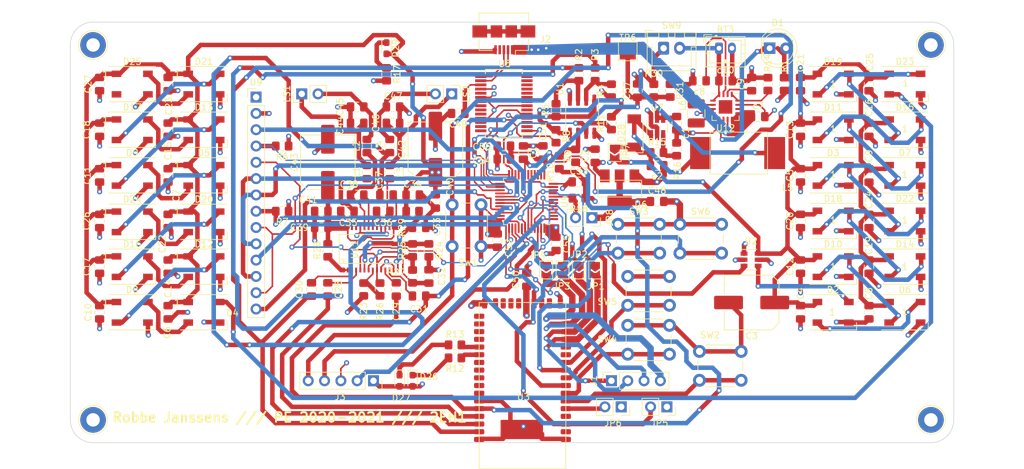
<source format=kicad_pcb>
(kicad_pcb (version 20171130) (host pcbnew "(5.1.8)-1")
  (layers (0 F.Cu signal) (1 In1.Cu power hide) (2 In2.Cu power hide) (31 B.Cu signal) (34 B.Paste user) (35 F.Paste user) (36 B.SilkS user) (37 F.SilkS user) (38 B.Mask user) (39 F.Mask user) (44 Edge.Cuts user))
  (net 0 "")
  (net 1 GND)
  (net 2 "Net-(BT3-Pad1)")
  (net 3 Vbat)
  (net 4 Reset)
  (net 5 "Net-(D28-Pad1)")
  (net 6 +5V)
  (net 7 Vusb)
  (net 8 "Net-(U12-Pad15)")
  (net 9 "Net-(U12-Pad14)")
  (net 10 /L-)
  (net 11 "Net-(C28-Pad1)")
  (net 12 /R-)
  (net 13 "Net-(C29-Pad1)")
  (net 14 /L+)
  (net 15 "Net-(C30-Pad1)")
  (net 16 /R+)
  (net 17 "Net-(C31-Pad1)")
  (net 18 "Net-(C32-Pad1)")
  (net 19 "Net-(C33-Pad1)")
  (net 20 "Net-(C35-Pad2)")
  (net 21 "Net-(C35-Pad1)")
  (net 22 "Net-(C36-Pad2)")
  (net 23 "Net-(C36-Pad1)")
  (net 24 "Net-(C37-Pad2)")
  (net 25 "Net-(C37-Pad1)")
  (net 26 "Net-(C38-Pad2)")
  (net 27 "Net-(C38-Pad1)")
  (net 28 "Net-(C44-Pad2)")
  (net 29 "Net-(C45-Pad1)")
  (net 30 "Net-(C46-Pad2)")
  (net 31 "Net-(C47-Pad1)")
  (net 32 +3V3)
  (net 33 "Net-(C49-Pad1)")
  (net 34 BAT_ADC)
  (net 35 "Net-(D1-Pad2)")
  (net 36 "Net-(D1-Pad1)")
  (net 37 "Net-(D2-Pad2)")
  (net 38 /LEDS/FirstLED)
  (net 39 "Net-(D3-Pad2)")
  (net 40 "Net-(D22-Pad2)")
  (net 41 "Net-(D4-Pad2)")
  (net 42 "Net-(D23-Pad2)")
  (net 43 "Net-(D5-Pad2)")
  (net 44 "Net-(D24-Pad2)")
  (net 45 "Net-(D10-Pad4)")
  (net 46 "Net-(D11-Pad4)")
  (net 47 "Net-(D12-Pad4)")
  (net 48 "Net-(D13-Pad4)")
  (net 49 "Net-(D10-Pad2)")
  (net 50 "Net-(D11-Pad2)")
  (net 51 "Net-(D12-Pad2)")
  (net 52 "Net-(D13-Pad2)")
  (net 53 "Net-(D14-Pad2)")
  (net 54 "Net-(D15-Pad2)")
  (net 55 "Net-(D16-Pad2)")
  (net 56 "Net-(D17-Pad2)")
  (net 57 "Net-(D18-Pad2)")
  (net 58 "Net-(D19-Pad2)")
  (net 59 "Net-(D20-Pad2)")
  (net 60 "Net-(D21-Pad2)")
  (net 61 "Net-(D25-Pad2)")
  (net 62 "Net-(D26-Pad1)")
  (net 63 "Net-(D27-Pad1)")
  (net 64 "Net-(D28-Pad2)")
  (net 65 "Net-(D29-Pad1)")
  (net 66 "Net-(J1-Pad4)")
  (net 67 "Net-(J1-Pad3)")
  (net 68 "Net-(J1-Pad2)")
  (net 69 "Net-(J1-Pad1)")
  (net 70 "Net-(J2-Pad2)")
  (net 71 "Net-(J2-Pad3)")
  (net 72 "Net-(J2-Pad4)")
  (net 73 "Net-(J2-Pad6)")
  (net 74 /STM32G0/SWDIO)
  (net 75 /STM32G0/SWDCLK)
  (net 76 RTS_BT)
  (net 77 CTS_BT)
  (net 78 TX_BT)
  (net 79 RX_BT)
  (net 80 EVENT)
  (net 81 /BT_Audio/FACT_RESET)
  (net 82 "Net-(JP8-Pad2)")
  (net 83 "Net-(L6-Pad2)")
  (net 84 "Net-(L6-Pad1)")
  (net 85 "Net-(R2-Pad1)")
  (net 86 "Net-(R3-Pad1)")
  (net 87 /L_SE)
  (net 88 LCD_rst)
  (net 89 LCD_LED)
  (net 90 "Net-(R11-Pad2)")
  (net 91 "Net-(R10-Pad2)")
  (net 92 /R_SE)
  (net 93 "Net-(R12-Pad1)")
  (net 94 "Net-(R13-Pad1)")
  (net 95 "Net-(R14-Pad2)")
  (net 96 "Net-(R15-Pad2)")
  (net 97 "Net-(R23-Pad1)")
  (net 98 "Net-(R24-Pad1)")
  (net 99 "Net-(R25-Pad1)")
  (net 100 "Net-(R28-Pad1)")
  (net 101 vol+)
  (net 102 vol-)
  (net 103 next)
  (net 104 prev)
  (net 105 pp)
  (net 106 "Net-(U3-Pad2)")
  (net 107 "Net-(U3-Pad4)")
  (net 108 MODE)
  (net 109 "Net-(U3-Pad12)")
  (net 110 "Net-(U3-Pad13)")
  (net 111 "Net-(U3-Pad28)")
  (net 112 "Net-(U3-Pad29)")
  (net 113 "Net-(U3-Pad30)")
  (net 114 "Net-(U3-Pad31)")
  (net 115 "Net-(U3-Pad34)")
  (net 116 "Net-(U3-Pad35)")
  (net 117 "Net-(U3-Pad36)")
  (net 118 "Net-(U3-Pad37)")
  (net 119 "Net-(U3-Pad38)")
  (net 120 "Net-(U3-Pad19)")
  (net 121 "Net-(U3-Pad20)")
  (net 122 WAKE)
  (net 123 "Net-(U3-Pad23)")
  (net 124 "Net-(U3-Pad24)")
  (net 125 "Net-(U3-Pad25)")
  (net 126 "Net-(U3-Pad26)")
  (net 127 "Net-(U4-Pad46)")
  (net 128 "Net-(U4-Pad45)")
  (net 129 "Net-(U4-Pad43)")
  (net 130 "Net-(U4-Pad42)")
  (net 131 "Net-(U4-Pad41)")
  (net 132 "Net-(U4-Pad40)")
  (net 133 "Net-(U4-Pad39)")
  (net 134 "Net-(U4-Pad38)")
  (net 135 LCD_DC)
  (net 136 LCD_CS)
  (net 137 LCD_T_Irq)
  (net 138 LCD_T_CS)
  (net 139 LCD_SDI)
  (net 140 LCD_SDO)
  (net 141 LCD_SCK)
  (net 142 RX)
  (net 143 TX)
  (net 144 "Net-(U4-Pad6)")
  (net 145 "Net-(U4-Pad5)")
  (net 146 "Net-(U4-Pad4)")
  (net 147 "Net-(U4-Pad3)")
  (net 148 "Net-(U4-Pad2)")
  (net 149 "Net-(U5-Pad28)")
  (net 150 "Net-(U5-Pad27)")
  (net 151 "Net-(U5-Pad23)")
  (net 152 "Net-(U5-Pad22)")
  (net 153 "Net-(U5-Pad19)")
  (net 154 "Net-(U5-Pad14)")
  (net 155 "Net-(U5-Pad13)")
  (net 156 "Net-(U5-Pad12)")
  (net 157 "Net-(U5-Pad11)")
  (net 158 "Net-(U5-Pad10)")
  (net 159 "Net-(U5-Pad9)")
  (net 160 "Net-(U5-Pad6)")
  (net 161 "Net-(U5-Pad3)")
  (net 162 "Net-(U5-Pad2)")
  (net 163 "Net-(U12-Pad10)")
  (net 164 /WS2812)
  (module LED_THT:LED_D5.0mm (layer F.Cu) (at 188.228 56.896)
    (fp_text reference D1 (at 1.27 -3.96) (layer F.SilkS))
    (fp_text value LED)
    (pad 2 thru_hole circle (at 2.54 0) (size 1.8 1.8) (drill 0.9) (layers *.Cu *.Mask) (net 35 "Net-(D1-Pad2)"))
    (pad 1 thru_hole rect (at 0 0) (size 1.8 1.8) (drill 0.9) (layers *.Cu *.Mask) (net 36 "Net-(D1-Pad1)"))
  )
  (module TestPoint:TestPoint_THTPad_D4.0mm_Drill2.0mm (layer F.Cu) (at 213.36 114.808)
    (fp_text reference . (at 0 -0.254) (layer F.SilkS))
    (fp_text value TestPoint_THTPad_D4.0mm_Drill2.0mm)
    (pad 1 thru_hole circle (at 0 0) (size 4 4) (drill 2.1) (layers *.Cu *.Mask))
  )
  (module TestPoint:TestPoint_THTPad_D4.0mm_Drill2.0mm (layer F.Cu) (at 213.36 56.388)
    (fp_text reference . (at 0 0) (layer F.SilkS))
    (fp_text value TestPoint_THTPad_D4.0mm_Drill2.0mm)
    (pad 1 thru_hole circle (at 0 0) (size 4 4) (drill 2.1) (layers *.Cu *.Mask))
  )
  (module TestPoint:TestPoint_THTPad_D4.0mm_Drill2.0mm (layer F.Cu) (at 82.804 56.388)
    (fp_text reference . (at 0 0) (layer F.SilkS))
    (fp_text value TestPoint_THTPad_D4.0mm_Drill2.0mm)
    (pad 1 thru_hole circle (at 0 0) (size 4 4) (drill 2.1) (layers *.Cu *.Mask))
  )
  (module TestPoint:TestPoint_THTPad_D4.0mm_Drill2.0mm (layer F.Cu) (at 82.804 114.808)
    (fp_text reference . (at 0 0) (layer F.SilkS))
    (fp_text value TestPoint_THTPad_D4.0mm_Drill2.0mm)
    (pad 1 thru_hole circle (at 0 0) (size 4 4) (drill 2.1) (layers *.Cu *.Mask))
  )
  (module Package_DFN_QFN:QFN-16-1EP_4x4mm_P0.65mm_EP2.1x2.1mm (layer F.Cu) (at 181.356 66.04)
    (fp_text reference U12 (at 0 3.302) (layer F.SilkS))
    (fp_text value LTC4001)
    (pad 17 smd rect (at 0 0) (size 2.1 2.1) (layers F.Cu F.Mask))
    (pad 16 smd roundrect (at -0.975 -1.95) (size 0.3 0.85) (layers F.Cu F.Paste F.Mask) (net 2 "Net-(BT3-Pad1)"))
    (pad 15 smd roundrect (at -0.325 -1.95) (size 0.3 0.85) (layers F.Cu F.Paste F.Mask) (net 8 "Net-(U12-Pad15)"))
    (pad 14 smd roundrect (at 0.325 -1.95) (size 0.3 0.85) (layers F.Cu F.Paste F.Mask) (net 9 "Net-(U12-Pad14)"))
    (pad 13 smd roundrect (at 0.975 -1.95) (size 0.3 0.85) (layers F.Cu F.Paste F.Mask) (net 95 "Net-(R14-Pad2)"))
    (pad 12 smd roundrect (at 1.95 -0.975) (size 0.85 0.3) (layers F.Cu F.Paste F.Mask) (net 95 "Net-(R14-Pad2)"))
    (pad 11 smd roundrect (at 1.95 -0.325) (size 0.85 0.3) (layers F.Cu F.Paste F.Mask) (net 1 GND))
    (pad 10 smd roundrect (at 1.95 0.325) (size 0.85 0.3) (layers F.Cu F.Paste F.Mask) (net 163 "Net-(U12-Pad10)"))
    (pad 9 smd roundrect (at 1.95 0.975) (size 0.85 0.3) (layers F.Cu F.Paste F.Mask) (net 7 Vusb))
    (pad 8 smd roundrect (at 0.975 1.95) (size 0.3 0.85) (layers F.Cu F.Paste F.Mask) (net 7 Vusb))
    (pad 7 smd roundrect (at 0.325 1.95) (size 0.3 0.85) (layers F.Cu F.Paste F.Mask) (net 36 "Net-(D1-Pad1)"))
    (pad 6 smd roundrect (at -0.325 1.95) (size 0.3 0.85) (layers F.Cu F.Paste F.Mask) (net 1 GND))
    (pad 5 smd roundrect (at -0.975 1.95) (size 0.3 0.85) (layers F.Cu F.Paste F.Mask) (net 84 "Net-(L6-Pad1)"))
    (pad 4 smd roundrect (at -1.95 0.975) (size 0.85 0.3) (layers F.Cu F.Paste F.Mask) (net 1 GND))
    (pad 3 smd roundrect (at -1.95 0.325) (size 0.85 0.3) (layers F.Cu F.Paste F.Mask) (net 1 GND))
    (pad 2 smd roundrect (at -1.95 -0.325) (size 0.85 0.3) (layers F.Cu F.Paste F.Mask) (net 83 "Net-(L6-Pad2)"))
    (pad 1 smd roundrect (at -1.95 -0.975) (size 0.85 0.3) (layers F.Cu F.Paste F.Mask) (net 2 "Net-(BT3-Pad1)"))
  )
  (module Robbe_modules:tpa3140 (layer F.Cu) (at 116.84 92.456 90)
    (fp_text reference U11 (at 4.191 6.731 90) (layer F.SilkS))
    (fp_text value tpa3140)
    (pad 24 smd rect (at 7.6 7.6 90) (size 0.75 0.3) (layers F.Cu F.Paste F.Mask) (net 1 GND))
    (pad 26 smd rect (at 7.6 6.3 90) (size 0.75 0.3) (layers F.Cu F.Paste F.Mask) (net 27 "Net-(C38-Pad1)"))
    (pad 25 smd rect (at 7.6 6.95 90) (size 0.75 0.3) (layers F.Cu F.Paste F.Mask) (net 26 "Net-(C38-Pad2)"))
    (pad 23 smd rect (at 7.6 8.25 90) (size 0.75 0.3) (layers F.Cu F.Paste F.Mask) (net 20 "Net-(C35-Pad2)"))
    (pad 22 smd rect (at 7.6 8.9 90) (size 0.75 0.3) (layers F.Cu F.Paste F.Mask) (net 21 "Net-(C35-Pad1)"))
    (pad 21 smd rect (at 7.6 9.55 90) (size 0.75 0.3) (layers F.Cu F.Paste F.Mask) (net 23 "Net-(C36-Pad1)"))
    (pad 27 smd rect (at 7.6 5.65 90) (size 0.75 0.3) (layers F.Cu F.Paste F.Mask) (net 6 +5V))
    (pad 19 smd rect (at 7.6 10.85 90) (size 0.75 0.3) (layers F.Cu F.Paste F.Mask) (net 1 GND))
    (pad 20 smd rect (at 7.6 10.2 90) (size 0.75 0.3) (layers F.Cu F.Paste F.Mask) (net 22 "Net-(C36-Pad2)"))
    (pad 18 smd rect (at 7.6 11.5 90) (size 0.75 0.3) (layers F.Cu F.Paste F.Mask) (net 24 "Net-(C37-Pad2)"))
    (pad 15 smd rect (at 7.6 13.45 90) (size 0.75 0.3) (layers F.Cu F.Paste F.Mask) (net 6 +5V))
    (pad 17 smd rect (at 7.6 12.15 90) (size 0.75 0.3) (layers F.Cu F.Paste F.Mask) (net 25 "Net-(C37-Pad1)"))
    (pad 16 smd rect (at 7.6 12.8 90) (size 0.75 0.3) (layers F.Cu F.Paste F.Mask) (net 6 +5V))
    (pad 28 smd rect (at 7.6 5 90) (size 0.75 0.3) (layers F.Cu F.Paste F.Mask) (net 6 +5V))
    (pad 14 smd rect (at 1 13.45 90) (size 0.75 0.3) (layers F.Cu F.Paste F.Mask) (net 19 "Net-(C33-Pad1)"))
    (pad 13 smd rect (at 1 12.8 90) (size 0.75 0.3) (layers F.Cu F.Paste F.Mask) (net 1 GND))
    (pad 12 smd rect (at 1 12.15 90) (size 0.75 0.3) (layers F.Cu F.Paste F.Mask) (net 17 "Net-(C31-Pad1)"))
    (pad 11 smd rect (at 1 11.5 90) (size 0.75 0.3) (layers F.Cu F.Paste F.Mask) (net 13 "Net-(C29-Pad1)"))
    (pad 10 smd rect (at 1 10.85 90) (size 0.75 0.3) (layers F.Cu F.Paste F.Mask) (net 1 GND))
    (pad 9 smd rect (at 1 10.2 90) (size 0.75 0.3) (layers F.Cu F.Paste F.Mask) (net 18 "Net-(C32-Pad1)"))
    (pad 8 smd rect (at 1 9.55 90) (size 0.75 0.3) (layers F.Cu F.Paste F.Mask) (net 97 "Net-(R23-Pad1)"))
    (pad 7 smd rect (at 1 8.9 90) (size 0.75 0.3) (layers F.Cu F.Paste F.Mask) (net 99 "Net-(R25-Pad1)"))
    (pad 6 smd rect (at 1 8.25 90) (size 0.75 0.3) (layers F.Cu F.Paste F.Mask) (net 98 "Net-(R24-Pad1)"))
    (pad 5 smd rect (at 1 7.6 90) (size 0.75 0.3) (layers F.Cu F.Paste F.Mask) (net 18 "Net-(C32-Pad1)"))
    (pad 4 smd rect (at 1 6.95 90) (size 0.75 0.3) (layers F.Cu F.Paste F.Mask) (net 11 "Net-(C28-Pad1)"))
    (pad 3 smd rect (at 1 6.3 90) (size 0.75 0.3) (layers F.Cu F.Paste F.Mask) (net 15 "Net-(C30-Pad1)"))
    (pad 2 smd rect (at 1 5.65 90) (size 0.75 0.3) (layers F.Cu F.Paste F.Mask) (net 100 "Net-(R28-Pad1)"))
    (pad 1 smd rect (at 1 5 90) (size 0.75 0.3) (layers F.Cu F.Paste F.Mask) (net 100 "Net-(R28-Pad1)"))
  )
  (module Connector_PinHeader_2.54mm:PinHeader_1x14_P2.54mm_Vertical (layer F.Cu) (at 108.204 64.516)
    (fp_text reference U9 (at 0 -2.33) (layer F.SilkS))
    (fp_text value Spi_header)
    (pad 14 thru_hole oval (at 0 33.02) (size 1.7 1.7) (drill 1) (layers *.Cu *.Mask) (net 137 LCD_T_Irq))
    (pad 13 thru_hole oval (at 0 30.48) (size 1.7 1.7) (drill 1) (layers *.Cu *.Mask) (net 140 LCD_SDO))
    (pad 12 thru_hole oval (at 0 27.94) (size 1.7 1.7) (drill 1) (layers *.Cu *.Mask) (net 139 LCD_SDI))
    (pad 11 thru_hole oval (at 0 25.4) (size 1.7 1.7) (drill 1) (layers *.Cu *.Mask) (net 138 LCD_T_CS))
    (pad 10 thru_hole oval (at 0 22.86) (size 1.7 1.7) (drill 1) (layers *.Cu *.Mask) (net 141 LCD_SCK))
    (pad 9 thru_hole oval (at 0 20.32) (size 1.7 1.7) (drill 1) (layers *.Cu *.Mask) (net 140 LCD_SDO))
    (pad 8 thru_hole oval (at 0 17.78) (size 1.7 1.7) (drill 1) (layers *.Cu *.Mask) (net 89 LCD_LED))
    (pad 7 thru_hole oval (at 0 15.24) (size 1.7 1.7) (drill 1) (layers *.Cu *.Mask) (net 141 LCD_SCK))
    (pad 6 thru_hole oval (at 0 12.7) (size 1.7 1.7) (drill 1) (layers *.Cu *.Mask) (net 139 LCD_SDI))
    (pad 5 thru_hole oval (at 0 10.16) (size 1.7 1.7) (drill 1) (layers *.Cu *.Mask) (net 135 LCD_DC))
    (pad 4 thru_hole oval (at 0 7.62) (size 1.7 1.7) (drill 1) (layers *.Cu *.Mask) (net 88 LCD_rst))
    (pad 3 thru_hole oval (at 0 5.08) (size 1.7 1.7) (drill 1) (layers *.Cu *.Mask) (net 136 LCD_CS))
    (pad 2 thru_hole oval (at 0 2.54) (size 1.7 1.7) (drill 1) (layers *.Cu *.Mask) (net 1 GND))
    (pad 1 thru_hole rect (at 0 0) (size 1.7 1.7) (drill 1) (layers *.Cu *.Mask) (net 32 +3V3))
  )
  (module Package_TO_SOT_SMD:SOT-23-6_Handsoldering (layer F.Cu) (at 170.688 69.088 90)
    (fp_text reference U7 (at 2.921 0 180) (layer F.SilkS))
    (fp_text value TLV61048)
    (pad 5 smd rect (at 1.35 0 90) (size 1.56 0.65) (layers F.Cu F.Paste F.Mask) (net 3 Vbat))
    (pad 6 smd rect (at 1.35 -0.95 90) (size 1.56 0.65) (layers F.Cu F.Paste F.Mask) (net 1 GND))
    (pad 4 smd rect (at 1.35 0.95 90) (size 1.56 0.65) (layers F.Cu F.Paste F.Mask) (net 3 Vbat))
    (pad 3 smd rect (at -1.35 0.95 90) (size 1.56 0.65) (layers F.Cu F.Paste F.Mask) (net 96 "Net-(R15-Pad2)"))
    (pad 2 smd rect (at -1.35 0 90) (size 1.56 0.65) (layers F.Cu F.Paste F.Mask) (net 1 GND))
    (pad 1 smd rect (at -1.35 -0.95 90) (size 1.56 0.65) (layers F.Cu F.Paste F.Mask) (net 64 "Net-(D28-Pad2)"))
  )
  (module Robbe_modules:LM1117 (layer F.Cu) (at 168.148 81.788 180)
    (fp_text reference U6 (at 0 0.5) (layer F.SilkS))
    (fp_text value LM1117-3.3)
    (pad 2 smd rect (at 3.3 0.889 180) (size 3.8 2) (layers F.Cu F.Paste F.Mask) (net 32 +3V3))
    (pad 3 smd rect (at 5.6 5 180) (size 1.5 2) (layers F.Cu F.Paste F.Mask) (net 6 +5V))
    (pad 2 smd rect (at 3.3 5 180) (size 1.5 2) (layers F.Cu F.Paste F.Mask) (net 32 +3V3))
    (pad 1 smd rect (at 1 5 180) (size 1.5 2) (layers F.Cu F.Paste F.Mask) (net 1 GND))
  )
  (module Package_SO:SSOP-28_5.3x10.2mm_P0.65mm (layer F.Cu) (at 146.812 65.532 180)
    (fp_text reference U5 (at -0.127 6.223) (layer F.SilkS))
    (fp_text value FT232RL)
    (pad 28 smd rect (at 3.6 -4.225 180) (size 1.75 0.45) (layers F.Cu F.Paste F.Mask) (net 149 "Net-(U5-Pad28)"))
    (pad 27 smd rect (at 3.6 -3.575 180) (size 1.75 0.45) (layers F.Cu F.Paste F.Mask) (net 150 "Net-(U5-Pad27)"))
    (pad 26 smd rect (at 3.6 -2.925 180) (size 1.75 0.45) (layers F.Cu F.Paste F.Mask) (net 1 GND))
    (pad 25 smd rect (at 3.6 -2.275 180) (size 1.75 0.45) (layers F.Cu F.Paste F.Mask) (net 1 GND))
    (pad 24 smd rect (at 3.6 -1.625 180) (size 1.75 0.45) (layers F.Cu F.Paste F.Mask))
    (pad 23 smd rect (at 3.6 -0.975 180) (size 1.75 0.45) (layers F.Cu F.Paste F.Mask) (net 151 "Net-(U5-Pad23)"))
    (pad 22 smd rect (at 3.6 -0.325 180) (size 1.75 0.45) (layers F.Cu F.Paste F.Mask) (net 152 "Net-(U5-Pad22)"))
    (pad 21 smd rect (at 3.6 0.325 180) (size 1.75 0.45) (layers F.Cu F.Paste F.Mask) (net 1 GND))
    (pad 20 smd rect (at 3.6 0.975 180) (size 1.75 0.45) (layers F.Cu F.Paste F.Mask) (net 32 +3V3))
    (pad 19 smd rect (at 3.6 1.625 180) (size 1.75 0.45) (layers F.Cu F.Paste F.Mask) (net 153 "Net-(U5-Pad19)"))
    (pad 18 smd rect (at 3.6 2.275 180) (size 1.75 0.45) (layers F.Cu F.Paste F.Mask) (net 1 GND))
    (pad 17 smd rect (at 3.6 2.925 180) (size 1.75 0.45) (layers F.Cu F.Paste F.Mask) (net 33 "Net-(C49-Pad1)"))
    (pad 16 smd rect (at 3.6 3.575 180) (size 1.75 0.45) (layers F.Cu F.Paste F.Mask) (net 70 "Net-(J2-Pad2)"))
    (pad 15 smd rect (at 3.6 4.225 180) (size 1.75 0.45) (layers F.Cu F.Paste F.Mask) (net 71 "Net-(J2-Pad3)"))
    (pad 14 smd rect (at -3.6 4.225 180) (size 1.75 0.45) (layers F.Cu F.Paste F.Mask) (net 154 "Net-(U5-Pad14)"))
    (pad 13 smd rect (at -3.6 3.575 180) (size 1.75 0.45) (layers F.Cu F.Paste F.Mask) (net 155 "Net-(U5-Pad13)"))
    (pad 12 smd rect (at -3.6 2.925 180) (size 1.75 0.45) (layers F.Cu F.Paste F.Mask) (net 156 "Net-(U5-Pad12)"))
    (pad 11 smd rect (at -3.6 2.275 180) (size 1.75 0.45) (layers F.Cu F.Paste F.Mask) (net 157 "Net-(U5-Pad11)"))
    (pad 10 smd rect (at -3.6 1.625 180) (size 1.75 0.45) (layers F.Cu F.Paste F.Mask) (net 158 "Net-(U5-Pad10)"))
    (pad 9 smd rect (at -3.6 0.975 180) (size 1.75 0.45) (layers F.Cu F.Paste F.Mask) (net 159 "Net-(U5-Pad9)"))
    (pad 8 smd rect (at -3.6 0.325 180) (size 1.75 0.45) (layers F.Cu F.Paste F.Mask))
    (pad 7 smd rect (at -3.6 -0.325 180) (size 1.75 0.45) (layers F.Cu F.Paste F.Mask) (net 1 GND))
    (pad 6 smd rect (at -3.6 -0.975 180) (size 1.75 0.45) (layers F.Cu F.Paste F.Mask) (net 160 "Net-(U5-Pad6)"))
    (pad 5 smd rect (at -3.6 -1.625 180) (size 1.75 0.45) (layers F.Cu F.Paste F.Mask) (net 143 TX))
    (pad 4 smd rect (at -3.6 -2.275 180) (size 1.75 0.45) (layers F.Cu F.Paste F.Mask) (net 32 +3V3))
    (pad 3 smd rect (at -3.6 -2.925 180) (size 1.75 0.45) (layers F.Cu F.Paste F.Mask) (net 161 "Net-(U5-Pad3)"))
    (pad 2 smd rect (at -3.6 -3.575 180) (size 1.75 0.45) (layers F.Cu F.Paste F.Mask) (net 162 "Net-(U5-Pad2)"))
    (pad 1 smd rect (at -3.6 -4.225 180) (size 1.75 0.45) (layers F.Cu F.Paste F.Mask) (net 142 RX))
  )
  (module Package_QFP:LQFP-48_7x7mm_P0.5mm (layer F.Cu) (at 150.368 80.772 270)
    (fp_text reference U4 (at 0 -5.85 90) (layer F.SilkS))
    (fp_text value STM32L443CCTx)
    (pad 48 smd roundrect (at -2.75 -4.1625 270) (size 0.3 1.475) (layers F.Cu F.Paste F.Mask) (net 32 +3V3))
    (pad 47 smd roundrect (at -2.25 -4.1625 270) (size 0.3 1.475) (layers F.Cu F.Paste F.Mask) (net 1 GND))
    (pad 46 smd roundrect (at -1.75 -4.1625 270) (size 0.3 1.475) (layers F.Cu F.Paste F.Mask) (net 127 "Net-(U4-Pad46)"))
    (pad 45 smd roundrect (at -1.25 -4.1625 270) (size 0.3 1.475) (layers F.Cu F.Paste F.Mask) (net 128 "Net-(U4-Pad45)"))
    (pad 44 smd roundrect (at -0.75 -4.1625 270) (size 0.3 1.475) (layers F.Cu F.Paste F.Mask) (net 82 "Net-(JP8-Pad2)"))
    (pad 43 smd roundrect (at -0.25 -4.1625 270) (size 0.3 1.475) (layers F.Cu F.Paste F.Mask) (net 129 "Net-(U4-Pad43)"))
    (pad 42 smd roundrect (at 0.25 -4.1625 270) (size 0.3 1.475) (layers F.Cu F.Paste F.Mask) (net 130 "Net-(U4-Pad42)"))
    (pad 41 smd roundrect (at 0.75 -4.1625 270) (size 0.3 1.475) (layers F.Cu F.Paste F.Mask) (net 131 "Net-(U4-Pad41)"))
    (pad 40 smd roundrect (at 1.25 -4.1625 270) (size 0.3 1.475) (layers F.Cu F.Paste F.Mask) (net 132 "Net-(U4-Pad40)"))
    (pad 39 smd roundrect (at 1.75 -4.1625 270) (size 0.3 1.475) (layers F.Cu F.Paste F.Mask) (net 133 "Net-(U4-Pad39)"))
    (pad 38 smd roundrect (at 2.25 -4.1625 270) (size 0.3 1.475) (layers F.Cu F.Paste F.Mask) (net 134 "Net-(U4-Pad38)"))
    (pad 37 smd roundrect (at 2.75 -4.1625 270) (size 0.3 1.475) (layers F.Cu F.Paste F.Mask) (net 75 /STM32G0/SWDCLK))
    (pad 36 smd roundrect (at 4.1625 -2.75 270) (size 1.475 0.3) (layers F.Cu F.Paste F.Mask) (net 32 +3V3))
    (pad 35 smd roundrect (at 4.1625 -2.25 270) (size 1.475 0.3) (layers F.Cu F.Paste F.Mask) (net 1 GND))
    (pad 34 smd roundrect (at 4.1625 -1.75 270) (size 1.475 0.3) (layers F.Cu F.Paste F.Mask) (net 74 /STM32G0/SWDIO))
    (pad 33 smd roundrect (at 4.1625 -1.25 270) (size 1.475 0.3) (layers F.Cu F.Paste F.Mask) (net 77 CTS_BT))
    (pad 32 smd roundrect (at 4.1625 -0.75 270) (size 1.475 0.3) (layers F.Cu F.Paste F.Mask) (net 76 RTS_BT))
    (pad 31 smd roundrect (at 4.1625 -0.25 270) (size 1.475 0.3) (layers F.Cu F.Paste F.Mask) (net 78 TX_BT))
    (pad 30 smd roundrect (at 4.1625 0.25 270) (size 1.475 0.3) (layers F.Cu F.Paste F.Mask) (net 79 RX_BT))
    (pad 29 smd roundrect (at 4.1625 0.75 270) (size 1.475 0.3) (layers F.Cu F.Paste F.Mask) (net 108 MODE))
    (pad 28 smd roundrect (at 4.1625 1.25 270) (size 1.475 0.3) (layers F.Cu F.Paste F.Mask) (net 122 WAKE))
    (pad 27 smd roundrect (at 4.1625 1.75 270) (size 1.475 0.3) (layers F.Cu F.Paste F.Mask) (net 80 EVENT))
    (pad 26 smd roundrect (at 4.1625 2.25 270) (size 1.475 0.3) (layers F.Cu F.Paste F.Mask) (net 164 /WS2812))
    (pad 25 smd roundrect (at 4.1625 2.75 270) (size 1.475 0.3) (layers F.Cu F.Paste F.Mask) (net 135 LCD_DC))
    (pad 24 smd roundrect (at 2.75 4.1625 270) (size 0.3 1.475) (layers F.Cu F.Paste F.Mask) (net 32 +3V3))
    (pad 23 smd roundrect (at 2.25 4.1625 270) (size 0.3 1.475) (layers F.Cu F.Paste F.Mask) (net 1 GND))
    (pad 22 smd roundrect (at 1.75 4.1625 270) (size 0.3 1.475) (layers F.Cu F.Paste F.Mask) (net 136 LCD_CS))
    (pad 21 smd roundrect (at 1.25 4.1625 270) (size 0.3 1.475) (layers F.Cu F.Paste F.Mask) (net 137 LCD_T_Irq))
    (pad 20 smd roundrect (at 0.75 4.1625 270) (size 0.3 1.475) (layers F.Cu F.Paste F.Mask) (net 89 LCD_LED))
    (pad 19 smd roundrect (at 0.25 4.1625 270) (size 0.3 1.475) (layers F.Cu F.Paste F.Mask) (net 138 LCD_T_CS))
    (pad 18 smd roundrect (at -0.25 4.1625 270) (size 0.3 1.475) (layers F.Cu F.Paste F.Mask) (net 34 BAT_ADC))
    (pad 17 smd roundrect (at -0.75 4.1625 270) (size 0.3 1.475) (layers F.Cu F.Paste F.Mask) (net 139 LCD_SDI))
    (pad 16 smd roundrect (at -1.25 4.1625 270) (size 0.3 1.475) (layers F.Cu F.Paste F.Mask) (net 140 LCD_SDO))
    (pad 15 smd roundrect (at -1.75 4.1625 270) (size 0.3 1.475) (layers F.Cu F.Paste F.Mask) (net 141 LCD_SCK))
    (pad 14 smd roundrect (at -2.25 4.1625 270) (size 0.3 1.475) (layers F.Cu F.Paste F.Mask) (net 88 LCD_rst))
    (pad 13 smd roundrect (at -2.75 4.1625 270) (size 0.3 1.475) (layers F.Cu F.Paste F.Mask) (net 142 RX))
    (pad 12 smd roundrect (at -4.1625 2.75 270) (size 1.475 0.3) (layers F.Cu F.Paste F.Mask) (net 143 TX))
    (pad 11 smd roundrect (at -4.1625 2.25 270) (size 1.475 0.3) (layers F.Cu F.Paste F.Mask) (net 92 /R_SE))
    (pad 10 smd roundrect (at -4.1625 1.75 270) (size 1.475 0.3) (layers F.Cu F.Paste F.Mask) (net 87 /L_SE))
    (pad 9 smd roundrect (at -4.1625 1.25 270) (size 1.475 0.3) (layers F.Cu F.Paste F.Mask) (net 32 +3V3))
    (pad 8 smd roundrect (at -4.1625 0.75 270) (size 1.475 0.3) (layers F.Cu F.Paste F.Mask) (net 1 GND))
    (pad 7 smd roundrect (at -4.1625 0.25 270) (size 1.475 0.3) (layers F.Cu F.Paste F.Mask) (net 4 Reset))
    (pad 6 smd roundrect (at -4.1625 -0.25 270) (size 1.475 0.3) (layers F.Cu F.Paste F.Mask) (net 144 "Net-(U4-Pad6)"))
    (pad 5 smd roundrect (at -4.1625 -0.75 270) (size 1.475 0.3) (layers F.Cu F.Paste F.Mask) (net 145 "Net-(U4-Pad5)"))
    (pad 4 smd roundrect (at -4.1625 -1.25 270) (size 1.475 0.3) (layers F.Cu F.Paste F.Mask) (net 146 "Net-(U4-Pad4)"))
    (pad 3 smd roundrect (at -4.1625 -1.75 270) (size 1.475 0.3) (layers F.Cu F.Paste F.Mask) (net 147 "Net-(U4-Pad3)"))
    (pad 2 smd roundrect (at -4.1625 -2.25 270) (size 1.475 0.3) (layers F.Cu F.Paste F.Mask) (net 148 "Net-(U4-Pad2)"))
    (pad 1 smd roundrect (at -4.1625 -2.75 270) (size 1.475 0.3) (layers F.Cu F.Paste F.Mask) (net 32 +3V3))
  )
  (module Robbe_modules:RN52 (layer F.Cu) (at 156.464 96.52 180)
    (fp_text reference U3 (at 6.604 -14.732) (layer F.SilkS))
    (fp_text value RN52)
    (pad 1 smd roundrect (at 0 -21.336 180) (size 1.6 0.8) (layers F.Cu F.Paste F.Mask) (net 1 GND))
    (pad 2 smd roundrect (at 0 -20.136 180) (size 1.6 0.8) (layers F.Cu F.Paste F.Mask) (net 106 "Net-(U3-Pad2)"))
    (pad 3 smd roundrect (at 0 -18.936 180) (size 1.6 0.8) (layers F.Cu F.Paste F.Mask) (net 80 EVENT))
    (pad 4 smd roundrect (at 0 -17.736 180) (size 1.6 0.8) (layers F.Cu F.Paste F.Mask) (net 107 "Net-(U3-Pad4)"))
    (pad 5 smd roundrect (at 0 -16.536 180) (size 1.6 0.8) (layers F.Cu F.Paste F.Mask) (net 81 /BT_Audio/FACT_RESET))
    (pad 6 smd roundrect (at 0 -15.336 180) (size 1.6 0.8) (layers F.Cu F.Paste F.Mask) (net 101 vol+))
    (pad 7 smd roundrect (at 0 -14.136 180) (size 1.6 0.8) (layers F.Cu F.Paste F.Mask) (net 103 next))
    (pad 8 smd roundrect (at 0 -12.936 180) (size 1.6 0.8) (layers F.Cu F.Paste F.Mask) (net 105 pp))
    (pad 9 smd roundrect (at 0 -11.736 180) (size 1.6 0.8) (layers F.Cu F.Paste F.Mask) (net 104 prev))
    (pad 10 smd roundrect (at 0 -10.536 180) (size 1.6 0.8) (layers F.Cu F.Paste F.Mask) (net 102 vol-))
    (pad 11 smd roundrect (at 0 -9.336 180) (size 1.6 0.8) (layers F.Cu F.Paste F.Mask) (net 108 MODE))
    (pad 12 smd roundrect (at 0 -8.136 180) (size 1.6 0.8) (layers F.Cu F.Paste F.Mask) (net 109 "Net-(U3-Pad12)"))
    (pad 13 smd roundrect (at 0 -6.936 180) (size 1.6 0.8) (layers F.Cu F.Paste F.Mask) (net 110 "Net-(U3-Pad13)"))
    (pad 14 smd roundrect (at 0 -5.736 180) (size 1.6 0.8) (layers F.Cu F.Paste F.Mask) (net 69 "Net-(J1-Pad1)"))
    (pad 15 smd roundrect (at 0 -4.536 180) (size 1.6 0.8) (layers F.Cu F.Paste F.Mask) (net 68 "Net-(J1-Pad2)"))
    (pad 16 smd roundrect (at 0 -3.336 180) (size 1.6 0.8) (layers F.Cu F.Paste F.Mask) (net 67 "Net-(J1-Pad3)"))
    (pad 17 smd roundrect (at 0 -2.136 180) (size 1.6 0.8) (layers F.Cu F.Paste F.Mask) (net 66 "Net-(J1-Pad4)"))
    (pad 28 smd roundrect (at 13.5 -2.136 180) (size 1.6 0.8) (layers F.Cu F.Paste F.Mask) (net 111 "Net-(U3-Pad28)"))
    (pad 29 smd roundrect (at 13.5 -3.336 180) (size 1.6 0.8) (layers F.Cu F.Paste F.Mask) (net 112 "Net-(U3-Pad29)"))
    (pad 30 smd roundrect (at 13.5 -4.536 180) (size 1.6 0.8) (layers F.Cu F.Paste F.Mask) (net 113 "Net-(U3-Pad30)"))
    (pad 31 smd roundrect (at 13.5 -5.736 180) (size 1.6 0.8) (layers F.Cu F.Paste F.Mask) (net 114 "Net-(U3-Pad31)"))
    (pad 32 smd roundrect (at 13.5 -6.936 180) (size 1.6 0.8) (layers F.Cu F.Paste F.Mask) (net 94 "Net-(R13-Pad1)"))
    (pad 33 smd roundrect (at 13.5 -8.136 180) (size 1.6 0.8) (layers F.Cu F.Paste F.Mask) (net 93 "Net-(R12-Pad1)"))
    (pad 34 smd roundrect (at 13.5 -9.336 180) (size 1.6 0.8) (layers F.Cu F.Paste F.Mask) (net 115 "Net-(U3-Pad34)"))
    (pad 35 smd roundrect (at 13.5 -10.536 180) (size 1.6 0.8) (layers F.Cu F.Paste F.Mask) (net 116 "Net-(U3-Pad35)"))
    (pad 36 smd roundrect (at 13.5 -11.736 180) (size 1.6 0.8) (layers F.Cu F.Paste F.Mask) (net 117 "Net-(U3-Pad36)"))
    (pad 37 smd roundrect (at 13.5 -12.936 180) (size 1.6 0.8) (layers F.Cu F.Paste F.Mask) (net 118 "Net-(U3-Pad37)"))
    (pad 38 smd roundrect (at 13.5 -14.136 180) (size 1.6 0.8) (layers F.Cu F.Paste F.Mask) (net 119 "Net-(U3-Pad38)"))
    (pad 39 smd roundrect (at 13.5 -15.336 180) (size 1.6 0.8) (layers F.Cu F.Paste F.Mask) (net 1 GND))
    (pad 40 smd roundrect (at 13.5 -16.536 180) (size 1.6 0.8) (layers F.Cu F.Paste F.Mask) (net 12 /R-))
    (pad 41 smd roundrect (at 13.5 -17.736 180) (size 1.6 0.8) (layers F.Cu F.Paste F.Mask) (net 10 /L-))
    (pad 42 smd roundrect (at 13.5 -18.936 180) (size 1.6 0.8) (layers F.Cu F.Paste F.Mask) (net 16 /R+))
    (pad 43 smd roundrect (at 13.5 -20.136 180) (size 1.6 0.8) (layers F.Cu F.Paste F.Mask) (net 14 /L+))
    (pad 44 smd roundrect (at 13.5 -21.336 180) (size 1.6 0.8) (layers F.Cu F.Paste F.Mask) (net 1 GND))
    (pad 18 smd roundrect (at 0.85 -0.136 270) (size 1.6 0.8) (layers F.Cu F.Paste F.Mask) (net 1 GND))
    (pad 19 smd roundrect (at 2.55 -0.136 270) (size 1.6 0.8) (layers F.Cu F.Paste F.Mask) (net 120 "Net-(U3-Pad19)"))
    (pad 20 smd roundrect (at 3.75 -0.136 270) (size 1.6 0.8) (layers F.Cu F.Paste F.Mask) (net 121 "Net-(U3-Pad20)"))
    (pad 21 smd roundrect (at 4.95 -0.136 270) (size 1.6 0.8) (layers F.Cu F.Paste F.Mask) (net 122 WAKE))
    (pad 22 smd roundrect (at 6.15 -0.136 270) (size 1.6 0.8) (layers F.Cu F.Paste F.Mask) (net 32 +3V3))
    (pad 23 smd roundrect (at 7.35 -0.136 270) (size 1.6 0.8) (layers F.Cu F.Paste F.Mask) (net 123 "Net-(U3-Pad23)"))
    (pad 24 smd roundrect (at 8.55 -0.136 270) (size 1.6 0.8) (layers F.Cu F.Paste F.Mask) (net 124 "Net-(U3-Pad24)"))
    (pad 25 smd roundrect (at 9.75 -0.136 270) (size 1.6 0.8) (layers F.Cu F.Paste F.Mask) (net 125 "Net-(U3-Pad25)"))
    (pad 26 smd roundrect (at 10.95 -0.136 270) (size 1.6 0.8) (layers F.Cu F.Paste F.Mask) (net 126 "Net-(U3-Pad26)"))
    (pad 27 smd roundrect (at 12.65 -0.136 270) (size 1.6 0.8) (layers F.Cu F.Paste F.Mask) (net 1 GND))
    (pad 45 smd roundrect (at 9.75 -20.7 270) (size 1 0.8) (layers F.Cu F.Paste F.Mask) (net 1 GND))
    (pad 46 smd roundrect (at 8.55 -20.7 270) (size 1 0.8) (layers F.Cu F.Paste F.Mask) (net 1 GND))
    (pad 47 smd roundrect (at 7.35 -20.7 270) (size 1 0.8) (layers F.Cu F.Paste F.Mask) (net 1 GND))
    (pad 48 smd roundrect (at 6.15 -20.7 270) (size 1 0.8) (layers F.Cu F.Paste F.Mask) (net 1 GND))
    (pad 49 smd roundrect (at 4.95 -20.7 270) (size 1 0.8) (layers F.Cu F.Paste F.Mask) (net 1 GND))
    (pad 50 smd roundrect (at 3.75 -20.7 270) (size 1 0.8) (layers F.Cu F.Paste F.Mask) (net 1 GND))
  )
  (module Package_TO_SOT_SMD:SOT-23-6 (layer F.Cu) (at 185.336 89.85)
    (fp_text reference U2 (at 0 -2.9) (layer F.SilkS))
    (fp_text value SN74LVC1T45DBV)
    (pad 5 smd rect (at 1.1 0) (size 1.06 0.65) (layers F.Cu F.Paste F.Mask) (net 32 +3V3))
    (pad 6 smd rect (at 1.1 -0.95) (size 1.06 0.65) (layers F.Cu F.Paste F.Mask) (net 6 +5V))
    (pad 4 smd rect (at 1.1 0.95) (size 1.06 0.65) (layers F.Cu F.Paste F.Mask) (net 38 /LEDS/FirstLED))
    (pad 3 smd rect (at -1.1 0.95) (size 1.06 0.65) (layers F.Cu F.Paste F.Mask) (net 164 /WS2812))
    (pad 2 smd rect (at -1.1 0) (size 1.06 0.65) (layers F.Cu F.Paste F.Mask) (net 1 GND))
    (pad 1 smd rect (at -1.1 -0.95) (size 1.06 0.65) (layers F.Cu F.Paste F.Mask) (net 32 +3V3))
  )
  (module Package_SO:SO-8_3.9x4.9mm_P1.27mm (layer F.Cu) (at 159.004 67.564 270)
    (fp_text reference U1 (at -4.318 3.429 90) (layer F.SilkS))
    (fp_text value TL072)
    (pad 8 smd roundrect (at 2.575 -1.905 270) (size 1.75 0.6) (layers F.Cu F.Paste F.Mask) (net 32 +3V3))
    (pad 7 smd roundrect (at 2.575 -0.635 270) (size 1.75 0.6) (layers F.Cu F.Paste F.Mask) (net 92 /R_SE))
    (pad 6 smd roundrect (at 2.575 0.635 270) (size 1.75 0.6) (layers F.Cu F.Paste F.Mask) (net 91 "Net-(R10-Pad2)"))
    (pad 5 smd roundrect (at 2.575 1.905 270) (size 1.75 0.6) (layers F.Cu F.Paste F.Mask) (net 90 "Net-(R11-Pad2)"))
    (pad 4 smd roundrect (at -2.575 1.905 270) (size 1.75 0.6) (layers F.Cu F.Paste F.Mask) (net 1 GND))
    (pad 3 smd roundrect (at -2.575 0.635 270) (size 1.75 0.6) (layers F.Cu F.Paste F.Mask) (net 85 "Net-(R2-Pad1)"))
    (pad 2 smd roundrect (at -2.575 -0.635 270) (size 1.75 0.6) (layers F.Cu F.Paste F.Mask) (net 86 "Net-(R3-Pad1)"))
    (pad 1 smd roundrect (at -2.575 -1.905 270) (size 1.75 0.6) (layers F.Cu F.Paste F.Mask) (net 87 /L_SE))
  )
  (module TestPoint:TestPoint_Pad_2.5x2.5mm (layer F.Cu) (at 166.116 57.404)
    (fp_text reference TP6 (at 0 -2.148) (layer F.SilkS))
    (fp_text value TestPoint)
    (pad 1 smd rect (at 0 0) (size 2.5 2.5) (layers F.Cu F.Mask) (net 34 BAT_ADC))
  )
  (module Connector_JST:JST_XH_B2B-XH-A_1x02_P2.50mm_Vertical (layer F.Cu) (at 171.704 56.896)
    (fp_text reference SW9 (at 1.25 -3.55) (layer F.SilkS))
    (fp_text value Switch)
    (pad 2 thru_hole oval (at 2.5 0) (size 1.7 2) (drill 1) (layers *.Cu *.Mask) (net 2 "Net-(BT3-Pad1)"))
    (pad 1 thru_hole roundrect (at 0 0) (size 1.7 2) (drill 1) (layers *.Cu *.Mask) (roundrect_rratio 0.1470588235294118) (net 3 Vbat))
  )
  (module Button_Switch_THT:SW_PUSH_6mm_H7.3mm (layer F.Cu) (at 174.244 84.328)
    (fp_text reference SW6 (at 3.25 -2) (layer F.SilkS))
    (fp_text value SW_Push)
    (pad 1 thru_hole circle (at 6.5 0 90) (size 2 2) (drill 1.1) (layers *.Cu *.Mask) (net 1 GND))
    (pad 2 thru_hole circle (at 6.5 4.5 90) (size 2 2) (drill 1.1) (layers *.Cu *.Mask) (net 105 pp))
    (pad 1 thru_hole circle (at 0 0 90) (size 2 2) (drill 1.1) (layers *.Cu *.Mask) (net 1 GND))
    (pad 2 thru_hole circle (at 0 4.5 90) (size 2 2) (drill 1.1) (layers *.Cu *.Mask) (net 105 pp))
  )
  (module Button_Switch_THT:SW_PUSH_6mm_H7.3mm (layer F.Cu) (at 166.116 92.456)
    (fp_text reference SW5 (at -3.175 3.937) (layer F.SilkS))
    (fp_text value SW_Push)
    (pad 1 thru_hole circle (at 6.5 0 90) (size 2 2) (drill 1.1) (layers *.Cu *.Mask) (net 1 GND))
    (pad 2 thru_hole circle (at 6.5 4.5 90) (size 2 2) (drill 1.1) (layers *.Cu *.Mask) (net 104 prev))
    (pad 1 thru_hole circle (at 0 0 90) (size 2 2) (drill 1.1) (layers *.Cu *.Mask) (net 1 GND))
    (pad 2 thru_hole circle (at 0 4.5 90) (size 2 2) (drill 1.1) (layers *.Cu *.Mask) (net 104 prev))
  )
  (module Button_Switch_THT:SW_PUSH_6mm_H7.3mm (layer F.Cu) (at 166.116 100.076)
    (fp_text reference SW4 (at -3.175 2.159) (layer F.SilkS))
    (fp_text value SW_Push)
    (pad 1 thru_hole circle (at 6.5 0 90) (size 2 2) (drill 1.1) (layers *.Cu *.Mask) (net 1 GND))
    (pad 2 thru_hole circle (at 6.5 4.5 90) (size 2 2) (drill 1.1) (layers *.Cu *.Mask) (net 103 next))
    (pad 1 thru_hole circle (at 0 0 90) (size 2 2) (drill 1.1) (layers *.Cu *.Mask) (net 1 GND))
    (pad 2 thru_hole circle (at 0 4.5 90) (size 2 2) (drill 1.1) (layers *.Cu *.Mask) (net 103 next))
  )
  (module Button_Switch_THT:SW_PUSH_6mm_H7.3mm (layer F.Cu) (at 164.592 84.328)
    (fp_text reference SW3 (at 3.25 -2) (layer F.SilkS))
    (fp_text value SW_Push)
    (pad 1 thru_hole circle (at 6.5 0 90) (size 2 2) (drill 1.1) (layers *.Cu *.Mask) (net 1 GND))
    (pad 2 thru_hole circle (at 6.5 4.5 90) (size 2 2) (drill 1.1) (layers *.Cu *.Mask) (net 102 vol-))
    (pad 1 thru_hole circle (at 0 0 90) (size 2 2) (drill 1.1) (layers *.Cu *.Mask) (net 1 GND))
    (pad 2 thru_hole circle (at 0 4.5 90) (size 2 2) (drill 1.1) (layers *.Cu *.Mask) (net 102 vol-))
  )
  (module Button_Switch_THT:SW_PUSH_6mm_H7.3mm (layer F.Cu) (at 177.292 104.14)
    (fp_text reference SW2 (at 1.651 -2.54) (layer F.SilkS))
    (fp_text value SW_Push)
    (pad 1 thru_hole circle (at 6.5 0 90) (size 2 2) (drill 1.1) (layers *.Cu *.Mask) (net 1 GND))
    (pad 2 thru_hole circle (at 6.5 4.5 90) (size 2 2) (drill 1.1) (layers *.Cu *.Mask) (net 101 vol+))
    (pad 1 thru_hole circle (at 0 0 90) (size 2 2) (drill 1.1) (layers *.Cu *.Mask) (net 1 GND))
    (pad 2 thru_hole circle (at 0 4.5 90) (size 2 2) (drill 1.1) (layers *.Cu *.Mask) (net 101 vol+))
  )
  (module Button_Switch_THT:SW_PUSH_6mm_H7.3mm (layer F.Cu) (at 143.256 81.28 270)
    (fp_text reference SW1 (at 9.017 2.032 180) (layer F.SilkS))
    (fp_text value SW_Push)
    (pad 1 thru_hole circle (at 6.5 0) (size 2 2) (drill 1.1) (layers *.Cu *.Mask) (net 1 GND))
    (pad 2 thru_hole circle (at 6.5 4.5) (size 2 2) (drill 1.1) (layers *.Cu *.Mask) (net 4 Reset))
    (pad 1 thru_hole circle (at 0 0) (size 2 2) (drill 1.1) (layers *.Cu *.Mask) (net 1 GND))
    (pad 2 thru_hole circle (at 0 4.5) (size 2 2) (drill 1.1) (layers *.Cu *.Mask) (net 4 Reset))
  )
  (module Resistor_SMD:R_0805_2012Metric_Pad1.20x1.40mm_HandSolder (layer F.Cu) (at 172.72 63.5 90)
    (fp_text reference R31 (at 0 1.524 90) (layer F.SilkS))
    (fp_text value 100k)
    (pad 2 smd roundrect (at 1 0 90) (size 1.2 1.4) (layers F.Cu F.Paste F.Mask) (roundrect_rratio 0.2083325) (net 1 GND))
    (pad 1 smd roundrect (at -1 0 90) (size 1.2 1.4) (layers F.Cu F.Paste F.Mask) (roundrect_rratio 0.2083325) (net 34 BAT_ADC))
  )
  (module Resistor_SMD:R_0805_2012Metric_Pad1.20x1.40mm_HandSolder (layer F.Cu) (at 170.18 63.5 270)
    (fp_text reference R30 (at -2.667 0 180) (layer F.SilkS))
    (fp_text value 33k)
    (pad 2 smd roundrect (at 1 0 270) (size 1.2 1.4) (layers F.Cu F.Paste F.Mask) (roundrect_rratio 0.2083325) (net 34 BAT_ADC))
    (pad 1 smd roundrect (at -1 0 270) (size 1.2 1.4) (layers F.Cu F.Paste F.Mask) (roundrect_rratio 0.2083325) (net 3 Vbat))
  )
  (module Resistor_SMD:R_0805_2012Metric_Pad1.20x1.40mm_HandSolder (layer F.Cu) (at 132.588 82.296)
    (fp_text reference R29 (at -1.651 2.54 90) (layer F.SilkS))
    (fp_text value 10)
    (pad 2 smd roundrect (at 1 0) (size 1.2 1.4) (layers F.Cu F.Paste F.Mask) (roundrect_rratio 0.2083325) (net 19 "Net-(C33-Pad1)"))
    (pad 1 smd roundrect (at -1 0) (size 1.2 1.4) (layers F.Cu F.Paste F.Mask) (roundrect_rratio 0.2083325) (net 6 +5V))
  )
  (module Resistor_SMD:R_0805_2012Metric_Pad1.20x1.40mm_HandSolder (layer F.Cu) (at 119.38 88.392 90)
    (fp_text reference R28 (at 0 -1.65 90) (layer F.SilkS))
    (fp_text value 10k)
    (pad 2 smd roundrect (at 1 0 90) (size 1.2 1.4) (layers F.Cu F.Paste F.Mask) (roundrect_rratio 0.2083325) (net 6 +5V))
    (pad 1 smd roundrect (at -1 0 90) (size 1.2 1.4) (layers F.Cu F.Paste F.Mask) (roundrect_rratio 0.2083325) (net 100 "Net-(R28-Pad1)"))
  )
  (module Resistor_SMD:R_0805_2012Metric_Pad1.20x1.40mm_HandSolder (layer F.Cu) (at 132.588 92.456 90)
    (fp_text reference R27 (at 0.635 -2.54 180) (layer F.SilkS))
    (fp_text value 33k)
    (pad 2 smd roundrect (at 1 0 90) (size 1.2 1.4) (layers F.Cu F.Paste F.Mask) (roundrect_rratio 0.2083325) (net 99 "Net-(R25-Pad1)"))
    (pad 1 smd roundrect (at -1 0 90) (size 1.2 1.4) (layers F.Cu F.Paste F.Mask) (roundrect_rratio 0.2083325) (net 18 "Net-(C32-Pad1)"))
  )
  (module Resistor_SMD:R_0805_2012Metric_Pad1.20x1.40mm_HandSolder (layer F.Cu) (at 127.508 94.488 270)
    (fp_text reference R26 (at 3.429 0 90) (layer F.SilkS))
    (fp_text value 56k)
    (pad 2 smd roundrect (at 1 0 270) (size 1.2 1.4) (layers F.Cu F.Paste F.Mask) (roundrect_rratio 0.2083325) (net 97 "Net-(R23-Pad1)"))
    (pad 1 smd roundrect (at -1 0 270) (size 1.2 1.4) (layers F.Cu F.Paste F.Mask) (roundrect_rratio 0.2083325) (net 18 "Net-(C32-Pad1)"))
  )
  (module Resistor_SMD:R_0805_2012Metric_Pad1.20x1.40mm_HandSolder (layer F.Cu) (at 132.588 88.392 90)
    (fp_text reference R25 (at 0 -1.65 90) (layer F.SilkS))
    (fp_text value 33k)
    (pad 2 smd roundrect (at 1 0 90) (size 1.2 1.4) (layers F.Cu F.Paste F.Mask) (roundrect_rratio 0.2083325) (net 98 "Net-(R24-Pad1)"))
    (pad 1 smd roundrect (at -1 0 90) (size 1.2 1.4) (layers F.Cu F.Paste F.Mask) (roundrect_rratio 0.2083325) (net 99 "Net-(R25-Pad1)"))
  )
  (module Resistor_SMD:R_0805_2012Metric_Pad1.20x1.40mm_HandSolder (layer F.Cu) (at 135.128 88.392 270)
    (fp_text reference R24 (at 0 -1.65 90) (layer F.SilkS))
    (fp_text value 33k)
    (pad 2 smd roundrect (at 1 0 270) (size 1.2 1.4) (layers F.Cu F.Paste F.Mask) (roundrect_rratio 0.2083325) (net 1 GND))
    (pad 1 smd roundrect (at -1 0 270) (size 1.2 1.4) (layers F.Cu F.Paste F.Mask) (roundrect_rratio 0.2083325) (net 98 "Net-(R24-Pad1)"))
  )
  (module Resistor_SMD:R_0805_2012Metric_Pad1.20x1.40mm_HandSolder (layer F.Cu) (at 124.968 94.488 270)
    (fp_text reference R23 (at 3.429 0 90) (layer F.SilkS))
    (fp_text value 39k)
    (pad 2 smd roundrect (at 1 0 270) (size 1.2 1.4) (layers F.Cu F.Paste F.Mask) (roundrect_rratio 0.2083325) (net 1 GND))
    (pad 1 smd roundrect (at -1 0 270) (size 1.2 1.4) (layers F.Cu F.Paste F.Mask) (roundrect_rratio 0.2083325) (net 97 "Net-(R23-Pad1)"))
  )
  (module Resistor_SMD:R_0805_2012Metric_Pad1.20x1.40mm_HandSolder (layer F.Cu) (at 158.496 80.264 180)
    (fp_text reference R18 (at 0 -1.65) (layer F.SilkS))
    (fp_text value 10K)
    (pad 2 smd roundrect (at 1 0 180) (size 1.2 1.4) (layers F.Cu F.Paste F.Mask) (roundrect_rratio 0.2083325) (net 82 "Net-(JP8-Pad2)"))
    (pad 1 smd roundrect (at -1 0 180) (size 1.2 1.4) (layers F.Cu F.Paste F.Mask) (roundrect_rratio 0.2083325) (net 1 GND))
  )
  (module Resistor_SMD:R_0805_2012Metric_Pad1.20x1.40mm_HandSolder (layer F.Cu) (at 128.524 60.96 270)
    (fp_text reference R17 (at 0 -1.65 90) (layer F.SilkS))
    (fp_text value 100)
    (pad 2 smd roundrect (at 1 0 270) (size 1.2 1.4) (layers F.Cu F.Paste F.Mask) (roundrect_rratio 0.2083325) (net 1 GND))
    (pad 1 smd roundrect (at -1 0 270) (size 1.2 1.4) (layers F.Cu F.Paste F.Mask) (roundrect_rratio 0.2083325) (net 65 "Net-(D29-Pad1)"))
  )
  (module Resistor_SMD:R_0805_2012Metric_Pad1.20x1.40mm_HandSolder (layer F.Cu) (at 173.736 72.644 90)
    (fp_text reference R16 (at -3.302 0.127 90) (layer F.SilkS))
    (fp_text value 107K)
    (pad 2 smd roundrect (at 1 0 90) (size 1.2 1.4) (layers F.Cu F.Paste F.Mask) (roundrect_rratio 0.2083325) (net 1 GND))
    (pad 1 smd roundrect (at -1 0 90) (size 1.2 1.4) (layers F.Cu F.Paste F.Mask) (roundrect_rratio 0.2083325) (net 96 "Net-(R15-Pad2)"))
  )
  (module Resistor_SMD:R_0805_2012Metric_Pad1.20x1.40mm_HandSolder (layer F.Cu) (at 170.688 73.152)
    (fp_text reference R15 (at 0 -1.65) (layer F.SilkS))
    (fp_text value 562K)
    (pad 2 smd roundrect (at 1 0) (size 1.2 1.4) (layers F.Cu F.Paste F.Mask) (roundrect_rratio 0.2083325) (net 96 "Net-(R15-Pad2)"))
    (pad 1 smd roundrect (at -1 0) (size 1.2 1.4) (layers F.Cu F.Paste F.Mask) (roundrect_rratio 0.2083325) (net 5 "Net-(D28-Pad1)"))
  )
  (module Resistor_SMD:R_0805_2012Metric_Pad1.20x1.40mm_HandSolder (layer F.Cu) (at 187.96 62.484 270)
    (fp_text reference R14 (at -3.302 0 90) (layer F.SilkS))
    (fp_text value 560)
    (pad 2 smd roundrect (at 1 0 270) (size 1.2 1.4) (layers F.Cu F.Paste F.Mask) (roundrect_rratio 0.2083325) (net 95 "Net-(R14-Pad2)"))
    (pad 1 smd roundrect (at -1 0 270) (size 1.2 1.4) (layers F.Cu F.Paste F.Mask) (roundrect_rratio 0.2083325) (net 1 GND))
  )
  (module Resistor_SMD:R_0805_2012Metric_Pad1.20x1.40mm_HandSolder (layer F.Cu) (at 139.192 103.124 180)
    (fp_text reference R13 (at 0 1.651) (layer F.SilkS))
    (fp_text value 100)
    (pad 2 smd roundrect (at 1 0 180) (size 1.2 1.4) (layers F.Cu F.Paste F.Mask) (roundrect_rratio 0.2083325) (net 63 "Net-(D27-Pad1)"))
    (pad 1 smd roundrect (at -1 0 180) (size 1.2 1.4) (layers F.Cu F.Paste F.Mask) (roundrect_rratio 0.2083325) (net 94 "Net-(R13-Pad1)"))
  )
  (module Resistor_SMD:R_0805_2012Metric_Pad1.20x1.40mm_HandSolder (layer F.Cu) (at 139.192 105.156 180)
    (fp_text reference R12 (at 0 -1.65) (layer F.SilkS))
    (fp_text value 100)
    (pad 2 smd roundrect (at 1 0 180) (size 1.2 1.4) (layers F.Cu F.Paste F.Mask) (roundrect_rratio 0.2083325) (net 62 "Net-(D26-Pad1)"))
    (pad 1 smd roundrect (at -1 0 180) (size 1.2 1.4) (layers F.Cu F.Paste F.Mask) (roundrect_rratio 0.2083325) (net 93 "Net-(R12-Pad1)"))
  )
  (module Resistor_SMD:R_0805_2012Metric_Pad1.20x1.40mm_HandSolder (layer F.Cu) (at 163.576 68.58 90)
    (fp_text reference R11 (at 0 -1.65 90) (layer F.SilkS))
    (fp_text value 220K)
    (pad 2 smd roundrect (at 1 0 90) (size 1.2 1.4) (layers F.Cu F.Paste F.Mask) (roundrect_rratio 0.2083325) (net 90 "Net-(R11-Pad2)"))
    (pad 1 smd roundrect (at -1 0 90) (size 1.2 1.4) (layers F.Cu F.Paste F.Mask) (roundrect_rratio 0.2083325) (net 92 /R_SE))
  )
  (module Resistor_SMD:R_0805_2012Metric_Pad1.20x1.40mm_HandSolder (layer F.Cu) (at 155.448 74.676 90)
    (fp_text reference R10 (at -1.524 -1.397 90) (layer F.SilkS))
    (fp_text value 220K)
    (pad 2 smd roundrect (at 1 0 90) (size 1.2 1.4) (layers F.Cu F.Paste F.Mask) (roundrect_rratio 0.2083325) (net 91 "Net-(R10-Pad2)"))
    (pad 1 smd roundrect (at -1 0 90) (size 1.2 1.4) (layers F.Cu F.Paste F.Mask) (roundrect_rratio 0.2083325) (net 1 GND))
  )
  (module Resistor_SMD:R_0805_2012Metric_Pad1.20x1.40mm_HandSolder (layer F.Cu) (at 157.988 73.66 270)
    (fp_text reference R9 (at 0 1.143 90) (layer F.SilkS))
    (fp_text value 100K)
    (pad 2 smd roundrect (at 1 0 270) (size 1.2 1.4) (layers F.Cu F.Paste F.Mask) (roundrect_rratio 0.2083325) (net 12 /R-))
    (pad 1 smd roundrect (at -1 0 270) (size 1.2 1.4) (layers F.Cu F.Paste F.Mask) (roundrect_rratio 0.2083325) (net 91 "Net-(R10-Pad2)"))
  )
  (module Resistor_SMD:R_0805_2012Metric_Pad1.20x1.40mm_HandSolder (layer F.Cu) (at 154.94 70.612 270)
    (fp_text reference R8 (at 0 -1.65 90) (layer F.SilkS))
    (fp_text value 100K)
    (pad 2 smd roundrect (at 1 0 270) (size 1.2 1.4) (layers F.Cu F.Paste F.Mask) (roundrect_rratio 0.2083325) (net 16 /R+))
    (pad 1 smd roundrect (at -1 0 270) (size 1.2 1.4) (layers F.Cu F.Paste F.Mask) (roundrect_rratio 0.2083325) (net 90 "Net-(R11-Pad2)"))
  )
  (module Resistor_SMD:R_0805_2012Metric_Pad1.20x1.40mm_HandSolder (layer F.Cu) (at 112.268 82.296 180)
    (fp_text reference R7 (at 0 -1.65) (layer F.SilkS))
    (fp_text value 10k)
    (pad 2 smd roundrect (at 1 0 180) (size 1.2 1.4) (layers F.Cu F.Paste F.Mask) (roundrect_rratio 0.2083325) (net 89 LCD_LED))
    (pad 1 smd roundrect (at -1 0 180) (size 1.2 1.4) (layers F.Cu F.Paste F.Mask) (roundrect_rratio 0.2083325) (net 32 +3V3))
  )
  (module Resistor_SMD:R_0805_2012Metric_Pad1.20x1.40mm_HandSolder (layer F.Cu) (at 112.268 72.136 180)
    (fp_text reference R6 (at 0 -1.65) (layer F.SilkS))
    (fp_text value 10k)
    (pad 2 smd roundrect (at 1 0 180) (size 1.2 1.4) (layers F.Cu F.Paste F.Mask) (roundrect_rratio 0.2083325) (net 88 LCD_rst))
    (pad 1 smd roundrect (at -1 0 180) (size 1.2 1.4) (layers F.Cu F.Paste F.Mask) (roundrect_rratio 0.2083325) (net 32 +3V3))
  )
  (module Resistor_SMD:R_0805_2012Metric_Pad1.20x1.40mm_HandSolder (layer F.Cu) (at 154.94 66.548 90)
    (fp_text reference R5 (at 0 -1.65 90) (layer F.SilkS))
    (fp_text value 220K)
    (pad 2 smd roundrect (at 1 0 90) (size 1.2 1.4) (layers F.Cu F.Paste F.Mask) (roundrect_rratio 0.2083325) (net 85 "Net-(R2-Pad1)"))
    (pad 1 smd roundrect (at -1 0 90) (size 1.2 1.4) (layers F.Cu F.Paste F.Mask) (roundrect_rratio 0.2083325) (net 87 /L_SE))
  )
  (module Resistor_SMD:R_0805_2012Metric_Pad1.20x1.40mm_HandSolder (layer F.Cu) (at 163.576 63.5 90)
    (fp_text reference R4 (at 0 -1.65 90) (layer F.SilkS))
    (fp_text value 220K)
    (pad 2 smd roundrect (at 1 0 90) (size 1.2 1.4) (layers F.Cu F.Paste F.Mask) (roundrect_rratio 0.2083325) (net 86 "Net-(R3-Pad1)"))
    (pad 1 smd roundrect (at -1 0 90) (size 1.2 1.4) (layers F.Cu F.Paste F.Mask) (roundrect_rratio 0.2083325) (net 1 GND))
  )
  (module Resistor_SMD:R_0805_2012Metric_Pad1.20x1.40mm_HandSolder (layer F.Cu) (at 161.036 60.96 90)
    (fp_text reference R3 (at 3.048 0 90) (layer F.SilkS))
    (fp_text value 100K)
    (pad 2 smd roundrect (at 1 0 90) (size 1.2 1.4) (layers F.Cu F.Paste F.Mask) (roundrect_rratio 0.2083325) (net 10 /L-))
    (pad 1 smd roundrect (at -1 0 90) (size 1.2 1.4) (layers F.Cu F.Paste F.Mask) (roundrect_rratio 0.2083325) (net 86 "Net-(R3-Pad1)"))
  )
  (module Resistor_SMD:R_0805_2012Metric_Pad1.20x1.40mm_HandSolder (layer F.Cu) (at 158.496 60.96 90)
    (fp_text reference R2 (at 3.048 0 90) (layer F.SilkS))
    (fp_text value 100K)
    (pad 2 smd roundrect (at 1 0 90) (size 1.2 1.4) (layers F.Cu F.Paste F.Mask) (roundrect_rratio 0.2083325) (net 14 /L+))
    (pad 1 smd roundrect (at -1 0 90) (size 1.2 1.4) (layers F.Cu F.Paste F.Mask) (roundrect_rratio 0.2083325) (net 85 "Net-(R2-Pad1)"))
  )
  (module Resistor_SMD:R_0805_2012Metric_Pad1.20x1.40mm_HandSolder (layer F.Cu) (at 190.5 62.484 90)
    (fp_text reference R1 (at 2.794 0 90) (layer F.SilkS))
    (fp_text value 1k)
    (pad 2 smd roundrect (at 1 0 90) (size 1.2 1.4) (layers F.Cu F.Paste F.Mask) (roundrect_rratio 0.2083325) (net 35 "Net-(D1-Pad2)"))
    (pad 1 smd roundrect (at -1 0 90) (size 1.2 1.4) (layers F.Cu F.Paste F.Mask) (roundrect_rratio 0.2083325) (net 32 +3V3))
  )
  (module Connector_PinHeader_2.54mm:PinHeader_1x02_P2.54mm_Vertical (layer F.Cu) (at 138.684 64.008 270)
    (fp_text reference LS2 (at 0 -2.33 90) (layer F.SilkS))
    (fp_text value "8 Ohm")
    (pad 2 thru_hole oval (at 0 2.54 270) (size 1.7 1.7) (drill 1) (layers *.Cu *.Mask) (net 31 "Net-(C47-Pad1)"))
    (pad 1 thru_hole rect (at 0 0 270) (size 1.7 1.7) (drill 1) (layers *.Cu *.Mask) (net 30 "Net-(C46-Pad2)"))
  )
  (module Connector_PinHeader_2.54mm:PinHeader_1x02_P2.54mm_Vertical (layer F.Cu) (at 115.316 64.008 90)
    (fp_text reference LS1 (at 0 -2.33 90) (layer F.SilkS))
    (fp_text value "8 Ohm")
    (pad 2 thru_hole oval (at 0 2.54 90) (size 1.7 1.7) (drill 1) (layers *.Cu *.Mask) (net 29 "Net-(C45-Pad1)"))
    (pad 1 thru_hole rect (at 0 0 90) (size 1.7 1.7) (drill 1) (layers *.Cu *.Mask) (net 28 "Net-(C44-Pad2)"))
  )
  (module Inductor_SMD:L_1210_3225Metric_Pad1.42x2.65mm_HandSolder (layer F.Cu) (at 176.784 67.056 90)
    (fp_text reference L6 (at 1.27 -2.159 90) (layer F.SilkS))
    (fp_text value 1.5µH)
    (pad 2 smd roundrect (at 1.4875 0 90) (size 1.425 2.65) (layers F.Cu F.Paste F.Mask) (roundrect_rratio 0.1754385964912281) (net 83 "Net-(L6-Pad2)"))
    (pad 1 smd roundrect (at -1.4875 0 90) (size 1.425 2.65) (layers F.Cu F.Paste F.Mask) (roundrect_rratio 0.1754385964912281) (net 84 "Net-(L6-Pad1)"))
  )
  (module Robbe_modules:L_tps563200 (layer F.Cu) (at 191.008 78.232 180)
    (fp_text reference L5 (at 0 -0.381) (layer F.SilkS))
    (fp_text value 2.2uH)
    (pad 2 smd rect (at 13.55 5 180) (size 3.25 5) (layers F.Cu F.Paste F.Mask) (net 64 "Net-(D28-Pad2)"))
    (pad 1 smd rect (at 2 5 180) (size 3.25 5) (layers F.Cu F.Paste F.Mask) (net 3 Vbat))
  )
  (module Inductor_SMD:L_0805_2012Metric_Pad1.15x1.40mm_HandSolder (layer F.Cu) (at 129.032 72.136 90)
    (fp_text reference L4 (at 0 -1.65 90) (layer F.SilkS))
    (fp_text value 15µH)
    (pad 2 smd roundrect (at 1.025 0 90) (size 1.15 1.4) (layers F.Cu F.Paste F.Mask) (roundrect_rratio 0.2173904347826087) (net 31 "Net-(C47-Pad1)"))
    (pad 1 smd roundrect (at -1.025 0 90) (size 1.15 1.4) (layers F.Cu F.Paste F.Mask) (roundrect_rratio 0.2173904347826087) (net 24 "Net-(C37-Pad2)"))
  )
  (module Inductor_SMD:L_0805_2012Metric_Pad1.15x1.40mm_HandSolder (layer F.Cu) (at 129.032 76.2 90)
    (fp_text reference L3 (at 0 1.651 90) (layer F.SilkS))
    (fp_text value 15µH)
    (pad 2 smd roundrect (at 1.025 0 90) (size 1.15 1.4) (layers F.Cu F.Paste F.Mask) (roundrect_rratio 0.2173904347826087) (net 30 "Net-(C46-Pad2)"))
    (pad 1 smd roundrect (at -1.025 0 90) (size 1.15 1.4) (layers F.Cu F.Paste F.Mask) (roundrect_rratio 0.2173904347826087) (net 22 "Net-(C36-Pad2)"))
  )
  (module Inductor_SMD:L_0805_2012Metric_Pad1.15x1.40mm_HandSolder (layer F.Cu) (at 125.476 72.136 90)
    (fp_text reference L2 (at 0 -1.65 90) (layer F.SilkS))
    (fp_text value 15µH)
    (pad 2 smd roundrect (at 1.025 0 90) (size 1.15 1.4) (layers F.Cu F.Paste F.Mask) (roundrect_rratio 0.2173904347826087) (net 29 "Net-(C45-Pad1)"))
    (pad 1 smd roundrect (at -1.025 0 90) (size 1.15 1.4) (layers F.Cu F.Paste F.Mask) (roundrect_rratio 0.2173904347826087) (net 20 "Net-(C35-Pad2)"))
  )
  (module Inductor_SMD:L_0805_2012Metric_Pad1.15x1.40mm_HandSolder (layer F.Cu) (at 125.476 76.2 90)
    (fp_text reference L1 (at 0 -1.65 90) (layer F.SilkS))
    (fp_text value 15µH)
    (pad 2 smd roundrect (at 1.025 0 90) (size 1.15 1.4) (layers F.Cu F.Paste F.Mask) (roundrect_rratio 0.2173904347826087) (net 28 "Net-(C44-Pad2)"))
    (pad 1 smd roundrect (at -1.025 0 90) (size 1.15 1.4) (layers F.Cu F.Paste F.Mask) (roundrect_rratio 0.2173904347826087) (net 26 "Net-(C38-Pad2)"))
  )
  (module Connector_PinSocket_2.54mm:PinSocket_1x02_P2.54mm_Vertical (layer F.Cu) (at 160.528 83.312 270)
    (fp_text reference JP8 (at 0 -2.77 90) (layer F.SilkS))
    (fp_text value Jumper)
    (pad 2 thru_hole oval (at 0 2.54 270) (size 1.7 1.7) (drill 1) (layers *.Cu *.Mask) (net 82 "Net-(JP8-Pad2)"))
    (pad 1 thru_hole rect (at 0 0 270) (size 1.7 1.7) (drill 1) (layers *.Cu *.Mask) (net 32 +3V3))
  )
  (module Jumper:SolderJumper-2_P1.3mm_Open_TrianglePad1.0x1.5mm (layer F.Cu) (at 164.084 73.152 270)
    (fp_text reference JP7 (at 0 -1.8 90) (layer F.SilkS))
    (fp_text value SolderJumper)
    (pad 1 smd custom (at -0.725 0 270) (size 0.3 0.3) (layers F.Cu F.Mask) (net 5 "Net-(D28-Pad1)") (options (clearance outline) (anchor rect)) (primitives (gr_poly (pts (xy -0.5 -0.75) (xy 0.5 -0.75) (xy 1 0) (xy 0.5 0.75) (xy -0.5 0.75)) (width 0))))
    (pad 2 smd custom (at 0.725 0 270) (size 0.3 0.3) (layers F.Cu F.Mask) (net 6 +5V) (options (clearance outline) (anchor rect)) (primitives (gr_poly (pts (xy -0.65 -0.75) (xy 0.5 -0.75) (xy 0.5 0.75) (xy -0.65 0.75) (xy -0.15 0)) (width 0))))
  )
  (module Connector_PinSocket_2.54mm:PinSocket_1x02_P2.54mm_Vertical (layer F.Cu) (at 165.1 112.776 270)
    (fp_text reference JP6 (at 2.54 1.27 180) (layer F.SilkS))
    (fp_text value Jumper)
    (pad 2 thru_hole oval (at 0 2.54 270) (size 1.7 1.7) (drill 1) (layers *.Cu *.Mask) (net 81 /BT_Audio/FACT_RESET))
    (pad 1 thru_hole rect (at 0 0 270) (size 1.7 1.7) (drill 1) (layers *.Cu *.Mask) (net 32 +3V3))
  )
  (module Connector_PinSocket_2.54mm:PinSocket_1x02_P2.54mm_Vertical (layer F.Cu) (at 172.212 112.776 270)
    (fp_text reference JP5 (at 2.54 1.143 180) (layer F.SilkS))
    (fp_text value Jumper)
    (pad 2 thru_hole oval (at 0 2.54 270) (size 1.7 1.7) (drill 1) (layers *.Cu *.Mask) (net 80 EVENT))
    (pad 1 thru_hole rect (at 0 0 270) (size 1.7 1.7) (drill 1) (layers *.Cu *.Mask) (net 32 +3V3))
  )
  (module Jumper:SolderJumper-2_P1.3mm_Open_TrianglePad1.0x1.5mm (layer F.Cu) (at 153.416 91.44 270)
    (fp_text reference JP4 (at -2.286 1.397 180) (layer F.SilkS))
    (fp_text value SolderJumper)
    (pad 1 smd custom (at -0.725 0 270) (size 0.3 0.3) (layers F.Cu F.Mask) (net 79 RX_BT) (options (clearance outline) (anchor rect)) (primitives (gr_poly (pts (xy -0.5 -0.75) (xy 0.5 -0.75) (xy 1 0) (xy 0.5 0.75) (xy -0.5 0.75)) (width 0))))
    (pad 2 smd custom (at 0.725 0 270) (size 0.3 0.3) (layers F.Cu F.Mask) (net 66 "Net-(J1-Pad4)") (options (clearance outline) (anchor rect)) (primitives (gr_poly (pts (xy -0.65 -0.75) (xy 0.5 -0.75) (xy 0.5 0.75) (xy -0.65 0.75) (xy -0.15 0)) (width 0))))
  )
  (module Jumper:SolderJumper-2_P1.3mm_Open_TrianglePad1.0x1.5mm (layer F.Cu) (at 155.956 91.44 270)
    (fp_text reference JP3 (at 2.54 0.127 180) (layer F.SilkS))
    (fp_text value SolderJumper)
    (pad 1 smd custom (at -0.725 0 270) (size 0.3 0.3) (layers F.Cu F.Mask) (net 78 TX_BT) (options (clearance outline) (anchor rect)) (primitives (gr_poly (pts (xy -0.5 -0.75) (xy 0.5 -0.75) (xy 1 0) (xy 0.5 0.75) (xy -0.5 0.75)) (width 0))))
    (pad 2 smd custom (at 0.725 0 270) (size 0.3 0.3) (layers F.Cu F.Mask) (net 67 "Net-(J1-Pad3)") (options (clearance outline) (anchor rect)) (primitives (gr_poly (pts (xy -0.65 -0.75) (xy 0.5 -0.75) (xy 0.5 0.75) (xy -0.65 0.75) (xy -0.15 0)) (width 0))))
  )
  (module Jumper:SolderJumper-2_P1.3mm_Open_TrianglePad1.0x1.5mm (layer F.Cu) (at 158.496 91.44 270)
    (fp_text reference JP2 (at -2.413 0 180) (layer F.SilkS))
    (fp_text value SolderJumper)
    (pad 1 smd custom (at -0.725 0 270) (size 0.3 0.3) (layers F.Cu F.Mask) (net 77 CTS_BT) (options (clearance outline) (anchor rect)) (primitives (gr_poly (pts (xy -0.5 -0.75) (xy 0.5 -0.75) (xy 1 0) (xy 0.5 0.75) (xy -0.5 0.75)) (width 0))))
    (pad 2 smd custom (at 0.725 0 270) (size 0.3 0.3) (layers F.Cu F.Mask) (net 68 "Net-(J1-Pad2)") (options (clearance outline) (anchor rect)) (primitives (gr_poly (pts (xy -0.65 -0.75) (xy 0.5 -0.75) (xy 0.5 0.75) (xy -0.65 0.75) (xy -0.15 0)) (width 0))))
  )
  (module Jumper:SolderJumper-2_P1.3mm_Open_TrianglePad1.0x1.5mm (layer F.Cu) (at 161.036 91.44 270)
    (fp_text reference JP1 (at 2.54 -0.127 180) (layer F.SilkS))
    (fp_text value SolderJumper)
    (pad 1 smd custom (at -0.725 0 270) (size 0.3 0.3) (layers F.Cu F.Mask) (net 76 RTS_BT) (options (clearance outline) (anchor rect)) (primitives (gr_poly (pts (xy -0.5 -0.75) (xy 0.5 -0.75) (xy 1 0) (xy 0.5 0.75) (xy -0.5 0.75)) (width 0))))
    (pad 2 smd custom (at 0.725 0 270) (size 0.3 0.3) (layers F.Cu F.Mask) (net 69 "Net-(J1-Pad1)") (options (clearance outline) (anchor rect)) (primitives (gr_poly (pts (xy -0.65 -0.75) (xy 0.5 -0.75) (xy 0.5 0.75) (xy -0.65 0.75) (xy -0.15 0)) (width 0))))
  )
  (module Connector_PinSocket_2.54mm:PinSocket_1x05_P2.54mm_Vertical (layer F.Cu) (at 126.492 108.712 270)
    (fp_text reference J3 (at 2.54 5.207 180) (layer F.SilkS))
    (fp_text value Conn_01x05_Male)
    (pad 5 thru_hole oval (at 0 10.16 270) (size 1.7 1.7) (drill 1) (layers *.Cu *.Mask) (net 4 Reset))
    (pad 4 thru_hole oval (at 0 7.62 270) (size 1.7 1.7) (drill 1) (layers *.Cu *.Mask) (net 74 /STM32G0/SWDIO))
    (pad 3 thru_hole oval (at 0 5.08 270) (size 1.7 1.7) (drill 1) (layers *.Cu *.Mask) (net 1 GND))
    (pad 2 thru_hole oval (at 0 2.54 270) (size 1.7 1.7) (drill 1) (layers *.Cu *.Mask) (net 75 /STM32G0/SWDCLK))
    (pad 1 thru_hole rect (at 0 0 270) (size 1.7 1.7) (drill 1) (layers *.Cu *.Mask) (net 32 +3V3))
  )
  (module Connector_USB:USB_Micro-B_Amphenol_10104110_Horizontal (layer F.Cu) (at 146.812 55.58 180)
    (fp_text reference J2 (at -6.477 0.081) (layer F.SilkS))
    (fp_text value USB_B_Micro)
    (pad 1 smd rect (at -1.3 -1.55 180) (size 0.4 1.4) (layers F.Cu F.Paste F.Mask) (net 7 Vusb))
    (pad 2 smd rect (at -0.65 -1.55 180) (size 0.4 1.4) (layers F.Cu F.Paste F.Mask) (net 70 "Net-(J2-Pad2)"))
    (pad 3 smd rect (at 0 -1.55 180) (size 0.4 1.4) (layers F.Cu F.Paste F.Mask) (net 71 "Net-(J2-Pad3)"))
    (pad 4 smd rect (at 0.65 -1.55 180) (size 0.4 1.4) (layers F.Cu F.Paste F.Mask) (net 72 "Net-(J2-Pad4)"))
    (pad 5 smd rect (at 1.3 -1.55 180) (size 0.4 1.4) (layers F.Cu F.Paste F.Mask) (net 1 GND))
    (pad 6 smd rect (at -3.75 1.3 180) (size 2.3 1.9) (layers F.Cu F.Paste F.Mask) (net 73 "Net-(J2-Pad6)"))
    (pad 6 smd rect (at 3.75 1.3 180) (size 2.3 1.9) (layers F.Cu F.Paste F.Mask) (net 73 "Net-(J2-Pad6)"))
    (pad 6 smd rect (at -1.15 1.3 180) (size 1.8 1.9) (layers F.Cu F.Paste F.Mask) (net 73 "Net-(J2-Pad6)"))
    (pad 6 smd rect (at 1.15 1.3 180) (size 1.8 1.9) (layers F.Cu F.Paste F.Mask) (net 73 "Net-(J2-Pad6)"))
  )
  (module Connector_PinSocket_2.54mm:PinSocket_1x04_P2.54mm_Vertical (layer F.Cu) (at 163.576 108.712 90)
    (fp_text reference J1 (at 0 -2.77 90) (layer F.SilkS))
    (fp_text value Conn_01x04)
    (pad 4 thru_hole oval (at 0 7.62 90) (size 1.7 1.7) (drill 1) (layers *.Cu *.Mask) (net 66 "Net-(J1-Pad4)"))
    (pad 3 thru_hole oval (at 0 5.08 90) (size 1.7 1.7) (drill 1) (layers *.Cu *.Mask) (net 67 "Net-(J1-Pad3)"))
    (pad 2 thru_hole oval (at 0 2.54 90) (size 1.7 1.7) (drill 1) (layers *.Cu *.Mask) (net 68 "Net-(J1-Pad2)"))
    (pad 1 thru_hole rect (at 0 0 90) (size 1.7 1.7) (drill 1) (layers *.Cu *.Mask) (net 69 "Net-(J1-Pad1)"))
  )
  (module LED_SMD:LED_0603_1608Metric_Pad1.05x0.95mm_HandSolder (layer F.Cu) (at 128.524 56.896 270)
    (fp_text reference D29 (at 0 -1.43 90) (layer F.SilkS))
    (fp_text value RED)
    (pad 2 smd roundrect (at 0.875 0 270) (size 1.05 0.95) (layers F.Cu F.Paste F.Mask) (net 6 +5V))
    (pad 1 smd roundrect (at -0.875 0 270) (size 1.05 0.95) (layers F.Cu F.Paste F.Mask) (net 65 "Net-(D29-Pad1)"))
  )
  (module Diode_SMD:D_SOD-128 (layer F.Cu) (at 167.132 70.104 90)
    (fp_text reference D28 (at 0 -2 90) (layer F.SilkS))
    (fp_text value D_Schottky)
    (pad 2 smd rect (at 2.2 0 90) (size 1.4 2.1) (layers F.Cu F.Paste F.Mask) (net 64 "Net-(D28-Pad2)"))
    (pad 1 smd rect (at -2.2 0 90) (size 1.4 2.1) (layers F.Cu F.Paste F.Mask) (net 5 "Net-(D28-Pad1)"))
  )
  (module LED_SMD:LED_0603_1608Metric_Pad1.05x0.95mm_HandSolder (layer F.Cu) (at 130.556 108.712 270)
    (fp_text reference D27 (at 2.667 -0.254 180) (layer F.SilkS))
    (fp_text value RED)
    (pad 2 smd roundrect (at 0.875 0 270) (size 1.05 0.95) (layers F.Cu F.Paste F.Mask) (net 32 +3V3))
    (pad 1 smd roundrect (at -0.875 0 270) (size 1.05 0.95) (layers F.Cu F.Paste F.Mask) (net 63 "Net-(D27-Pad1)"))
  )
  (module LED_SMD:LED_0603_1608Metric_Pad1.05x0.95mm_HandSolder (layer F.Cu) (at 132.588 108.712 270)
    (fp_text reference D26 (at -0.635 -2.54 180) (layer F.SilkS))
    (fp_text value BLUE)
    (pad 2 smd roundrect (at 0.875 0 270) (size 1.05 0.95) (layers F.Cu F.Paste F.Mask) (net 32 +3V3))
    (pad 1 smd roundrect (at -0.875 0 270) (size 1.05 0.95) (layers F.Cu F.Paste F.Mask) (net 62 "Net-(D26-Pad1)"))
  )
  (module LED_SMD:LED_WS2812B_PLCC4_5.0x5.0mm_P3.2mm (layer F.Cu) (at 88.9 62.484)
    (fp_text reference D25 (at 0 -3.5) (layer F.SilkS))
    (fp_text value WS2812B)
    (fp_text user 1 (at -4.15 -1.6) (layer F.SilkS))
    (pad 1 smd rect (at -2.45 -1.6) (size 1.5 1) (layers F.Cu F.Paste F.Mask) (net 6 +5V))
    (pad 2 smd rect (at -2.45 1.6) (size 1.5 1) (layers F.Cu F.Paste F.Mask) (net 61 "Net-(D25-Pad2)"))
    (pad 4 smd rect (at 2.45 -1.6) (size 1.5 1) (layers F.Cu F.Paste F.Mask) (net 60 "Net-(D21-Pad2)"))
    (pad 3 smd rect (at 2.45 1.6) (size 1.5 1) (layers F.Cu F.Paste F.Mask) (net 1 GND))
  )
  (module LED_SMD:LED_WS2812B_PLCC4_5.0x5.0mm_P3.2mm (layer F.Cu) (at 88.9 83.949)
    (fp_text reference D24 (at 0 -3.5) (layer F.SilkS))
    (fp_text value WS2812B)
    (fp_text user 1 (at -4.15 -1.6) (layer F.SilkS))
    (pad 1 smd rect (at -2.45 -1.6) (size 1.5 1) (layers F.Cu F.Paste F.Mask) (net 6 +5V))
    (pad 2 smd rect (at -2.45 1.6) (size 1.5 1) (layers F.Cu F.Paste F.Mask) (net 44 "Net-(D24-Pad2)"))
    (pad 4 smd rect (at 2.45 -1.6) (size 1.5 1) (layers F.Cu F.Paste F.Mask) (net 59 "Net-(D20-Pad2)"))
    (pad 3 smd rect (at 2.45 1.6) (size 1.5 1) (layers F.Cu F.Paste F.Mask) (net 1 GND))
  )
  (module LED_SMD:LED_WS2812B_PLCC4_5.0x5.0mm_P3.2mm (layer F.Cu) (at 209.296 62.484)
    (fp_text reference D23 (at 0 -3.5) (layer F.SilkS))
    (fp_text value WS2812B)
    (fp_text user 1 (at 0.127 -0.127) (layer F.SilkS))
    (pad 3 smd rect (at 2.45 1.6) (size 1.5 1) (layers F.Cu F.Paste F.Mask) (net 1 GND))
    (pad 4 smd rect (at 2.45 -1.6) (size 1.5 1) (layers F.Cu F.Paste F.Mask) (net 58 "Net-(D19-Pad2)"))
    (pad 2 smd rect (at -2.45 1.6) (size 1.5 1) (layers F.Cu F.Paste F.Mask) (net 42 "Net-(D23-Pad2)"))
    (pad 1 smd rect (at -2.45 -1.6) (size 1.5 1) (layers F.Cu F.Paste F.Mask) (net 6 +5V))
  )
  (module LED_SMD:LED_WS2812B_PLCC4_5.0x5.0mm_P3.2mm (layer F.Cu) (at 209.296 83.82)
    (fp_text reference D22 (at 0 -3.5) (layer F.SilkS))
    (fp_text value WS2812B)
    (fp_text user 1 (at 0 -0.127) (layer F.SilkS))
    (pad 1 smd rect (at -2.45 -1.6) (size 1.5 1) (layers F.Cu F.Paste F.Mask) (net 6 +5V))
    (pad 2 smd rect (at -2.45 1.6) (size 1.5 1) (layers F.Cu F.Paste F.Mask) (net 40 "Net-(D22-Pad2)"))
    (pad 4 smd rect (at 2.45 -1.6) (size 1.5 1) (layers F.Cu F.Paste F.Mask) (net 57 "Net-(D18-Pad2)"))
    (pad 3 smd rect (at 2.45 1.6) (size 1.5 1) (layers F.Cu F.Paste F.Mask) (net 1 GND))
  )
  (module LED_SMD:LED_WS2812B_PLCC4_5.0x5.0mm_P3.2mm (layer F.Cu) (at 100.076 62.484)
    (fp_text reference D21 (at 0 -3.5) (layer F.SilkS))
    (fp_text value WS2812B)
    (fp_text user 1 (at -4.15 -1.6) (layer F.SilkS))
    (pad 1 smd rect (at -2.45 -1.6) (size 1.5 1) (layers F.Cu F.Paste F.Mask) (net 6 +5V))
    (pad 2 smd rect (at -2.45 1.6) (size 1.5 1) (layers F.Cu F.Paste F.Mask) (net 60 "Net-(D21-Pad2)"))
    (pad 4 smd rect (at 2.45 -1.6) (size 1.5 1) (layers F.Cu F.Paste F.Mask) (net 56 "Net-(D17-Pad2)"))
    (pad 3 smd rect (at 2.45 1.6) (size 1.5 1) (layers F.Cu F.Paste F.Mask) (net 1 GND))
  )
  (module LED_SMD:LED_WS2812B_PLCC4_5.0x5.0mm_P3.2mm (layer F.Cu) (at 100.076 83.949)
    (fp_text reference D20 (at 0 -3.5) (layer F.SilkS))
    (fp_text value WS2812B)
    (fp_text user 1 (at -4.15 -1.6) (layer F.SilkS))
    (pad 1 smd rect (at -2.45 -1.6) (size 1.5 1) (layers F.Cu F.Paste F.Mask) (net 6 +5V))
    (pad 2 smd rect (at -2.45 1.6) (size 1.5 1) (layers F.Cu F.Paste F.Mask) (net 59 "Net-(D20-Pad2)"))
    (pad 4 smd rect (at 2.45 -1.6) (size 1.5 1) (layers F.Cu F.Paste F.Mask) (net 55 "Net-(D16-Pad2)"))
    (pad 3 smd rect (at 2.45 1.6) (size 1.5 1) (layers F.Cu F.Paste F.Mask) (net 1 GND))
  )
  (module LED_SMD:LED_WS2812B_PLCC4_5.0x5.0mm_P3.2mm (layer F.Cu) (at 198.12 62.484)
    (fp_text reference D19 (at 0 -3.5) (layer F.SilkS))
    (fp_text value WS2812B)
    (fp_text user 1 (at 0 0) (layer F.SilkS))
    (pad 1 smd rect (at -2.45 -1.6) (size 1.5 1) (layers F.Cu F.Paste F.Mask) (net 6 +5V))
    (pad 2 smd rect (at -2.45 1.6) (size 1.5 1) (layers F.Cu F.Paste F.Mask) (net 58 "Net-(D19-Pad2)"))
    (pad 4 smd rect (at 2.45 -1.6) (size 1.5 1) (layers F.Cu F.Paste F.Mask) (net 54 "Net-(D15-Pad2)"))
    (pad 3 smd rect (at 2.45 1.6) (size 1.5 1) (layers F.Cu F.Paste F.Mask) (net 1 GND))
  )
  (module LED_SMD:LED_WS2812B_PLCC4_5.0x5.0mm_P3.2mm (layer F.Cu) (at 198.12 83.82)
    (fp_text reference D18 (at 0 -3.5) (layer F.SilkS))
    (fp_text value WS2812B)
    (fp_text user 1 (at 0 -0.127) (layer F.SilkS))
    (pad 1 smd rect (at -2.45 -1.6) (size 1.5 1) (layers F.Cu F.Paste F.Mask) (net 6 +5V))
    (pad 2 smd rect (at -2.45 1.6) (size 1.5 1) (layers F.Cu F.Paste F.Mask) (net 57 "Net-(D18-Pad2)"))
    (pad 4 smd rect (at 2.45 -1.6) (size 1.5 1) (layers F.Cu F.Paste F.Mask) (net 53 "Net-(D14-Pad2)"))
    (pad 3 smd rect (at 2.45 1.6) (size 1.5 1) (layers F.Cu F.Paste F.Mask) (net 1 GND))
  )
  (module LED_SMD:LED_WS2812B_PLCC4_5.0x5.0mm_P3.2mm (layer F.Cu) (at 88.9 69.596)
    (fp_text reference D17 (at 0 -3.5) (layer F.SilkS))
    (fp_text value WS2812B)
    (fp_text user 1 (at -4.15 -1.6) (layer F.SilkS))
    (pad 1 smd rect (at -2.45 -1.6) (size 1.5 1) (layers F.Cu F.Paste F.Mask) (net 6 +5V))
    (pad 2 smd rect (at -2.45 1.6) (size 1.5 1) (layers F.Cu F.Paste F.Mask) (net 56 "Net-(D17-Pad2)"))
    (pad 4 smd rect (at 2.45 -1.6) (size 1.5 1) (layers F.Cu F.Paste F.Mask) (net 52 "Net-(D13-Pad2)"))
    (pad 3 smd rect (at 2.45 1.6) (size 1.5 1) (layers F.Cu F.Paste F.Mask) (net 1 GND))
  )
  (module LED_SMD:LED_WS2812B_PLCC4_5.0x5.0mm_P3.2mm (layer F.Cu) (at 88.9 90.932)
    (fp_text reference D16 (at 0 -3.5) (layer F.SilkS))
    (fp_text value WS2812B)
    (fp_text user 1 (at -4.15 -1.6) (layer F.SilkS))
    (pad 1 smd rect (at -2.45 -1.6) (size 1.5 1) (layers F.Cu F.Paste F.Mask) (net 6 +5V))
    (pad 2 smd rect (at -2.45 1.6) (size 1.5 1) (layers F.Cu F.Paste F.Mask) (net 55 "Net-(D16-Pad2)"))
    (pad 4 smd rect (at 2.45 -1.6) (size 1.5 1) (layers F.Cu F.Paste F.Mask) (net 51 "Net-(D12-Pad2)"))
    (pad 3 smd rect (at 2.45 1.6) (size 1.5 1) (layers F.Cu F.Paste F.Mask) (net 1 GND))
  )
  (module LED_SMD:LED_WS2812B_PLCC4_5.0x5.0mm_P3.2mm (layer F.Cu) (at 209.296 69.596)
    (fp_text reference D15 (at 0 -3.5) (layer F.SilkS))
    (fp_text value WS2812B)
    (fp_text user 1 (at 0 -0.127) (layer F.SilkS))
    (pad 1 smd rect (at -2.45 -1.6) (size 1.5 1) (layers F.Cu F.Paste F.Mask) (net 6 +5V))
    (pad 2 smd rect (at -2.45 1.6) (size 1.5 1) (layers F.Cu F.Paste F.Mask) (net 54 "Net-(D15-Pad2)"))
    (pad 4 smd rect (at 2.45 -1.6) (size 1.5 1) (layers F.Cu F.Paste F.Mask) (net 50 "Net-(D11-Pad2)"))
    (pad 3 smd rect (at 2.45 1.6) (size 1.5 1) (layers F.Cu F.Paste F.Mask) (net 1 GND))
  )
  (module LED_SMD:LED_WS2812B_PLCC4_5.0x5.0mm_P3.2mm (layer F.Cu) (at 209.296 90.932)
    (fp_text reference D14 (at 0 -3.5) (layer F.SilkS))
    (fp_text value WS2812B)
    (fp_text user 1 (at 0 0) (layer F.SilkS))
    (pad 1 smd rect (at -2.45 -1.6) (size 1.5 1) (layers F.Cu F.Paste F.Mask) (net 6 +5V))
    (pad 2 smd rect (at -2.45 1.6) (size 1.5 1) (layers F.Cu F.Paste F.Mask) (net 53 "Net-(D14-Pad2)"))
    (pad 4 smd rect (at 2.45 -1.6) (size 1.5 1) (layers F.Cu F.Paste F.Mask) (net 49 "Net-(D10-Pad2)"))
    (pad 3 smd rect (at 2.45 1.6) (size 1.5 1) (layers F.Cu F.Paste F.Mask) (net 1 GND))
  )
  (module LED_SMD:LED_WS2812B_PLCC4_5.0x5.0mm_P3.2mm (layer F.Cu) (at 100.076 69.596)
    (fp_text reference D13 (at 0 -3.5) (layer F.SilkS))
    (fp_text value WS2812B)
    (fp_text user 1 (at -4.15 -1.6) (layer F.SilkS))
    (pad 1 smd rect (at -2.45 -1.6) (size 1.5 1) (layers F.Cu F.Paste F.Mask) (net 6 +5V))
    (pad 2 smd rect (at -2.45 1.6) (size 1.5 1) (layers F.Cu F.Paste F.Mask) (net 52 "Net-(D13-Pad2)"))
    (pad 4 smd rect (at 2.45 -1.6) (size 1.5 1) (layers F.Cu F.Paste F.Mask) (net 48 "Net-(D13-Pad4)"))
    (pad 3 smd rect (at 2.45 1.6) (size 1.5 1) (layers F.Cu F.Paste F.Mask) (net 1 GND))
  )
  (module LED_SMD:LED_WS2812B_PLCC4_5.0x5.0mm_P3.2mm (layer F.Cu) (at 100.076 90.932)
    (fp_text reference D12 (at 0 -3.5) (layer F.SilkS))
    (fp_text value WS2812B)
    (fp_text user 1 (at -4.15 -1.6) (layer F.SilkS))
    (pad 1 smd rect (at -2.45 -1.6) (size 1.5 1) (layers F.Cu F.Paste F.Mask) (net 6 +5V))
    (pad 2 smd rect (at -2.45 1.6) (size 1.5 1) (layers F.Cu F.Paste F.Mask) (net 51 "Net-(D12-Pad2)"))
    (pad 4 smd rect (at 2.45 -1.6) (size 1.5 1) (layers F.Cu F.Paste F.Mask) (net 47 "Net-(D12-Pad4)"))
    (pad 3 smd rect (at 2.45 1.6) (size 1.5 1) (layers F.Cu F.Paste F.Mask) (net 1 GND))
  )
  (module LED_SMD:LED_WS2812B_PLCC4_5.0x5.0mm_P3.2mm (layer F.Cu) (at 198.12 69.596)
    (fp_text reference D11 (at 0 -3.5) (layer F.SilkS))
    (fp_text value WS2812B)
    (fp_text user 1 (at 0 -0.127) (layer F.SilkS))
    (pad 1 smd rect (at -2.45 -1.6) (size 1.5 1) (layers F.Cu F.Paste F.Mask) (net 6 +5V))
    (pad 2 smd rect (at -2.45 1.6) (size 1.5 1) (layers F.Cu F.Paste F.Mask) (net 50 "Net-(D11-Pad2)"))
    (pad 4 smd rect (at 2.45 -1.6) (size 1.5 1) (layers F.Cu F.Paste F.Mask) (net 46 "Net-(D11-Pad4)"))
    (pad 3 smd rect (at 2.45 1.6) (size 1.5 1) (layers F.Cu F.Paste F.Mask) (net 1 GND))
  )
  (module LED_SMD:LED_WS2812B_PLCC4_5.0x5.0mm_P3.2mm (layer F.Cu) (at 198.12 90.932)
    (fp_text reference D10 (at 0 -3.5) (layer F.SilkS))
    (fp_text value WS2812B)
    (fp_text user 1 (at 0 0) (layer F.SilkS))
    (pad 1 smd rect (at -2.45 -1.6) (size 1.5 1) (layers F.Cu F.Paste F.Mask) (net 6 +5V))
    (pad 2 smd rect (at -2.45 1.6) (size 1.5 1) (layers F.Cu F.Paste F.Mask) (net 49 "Net-(D10-Pad2)"))
    (pad 4 smd rect (at 2.45 -1.6) (size 1.5 1) (layers F.Cu F.Paste F.Mask) (net 45 "Net-(D10-Pad4)"))
    (pad 3 smd rect (at 2.45 1.6) (size 1.5 1) (layers F.Cu F.Paste F.Mask) (net 1 GND))
  )
  (module LED_SMD:LED_WS2812B_PLCC4_5.0x5.0mm_P3.2mm (layer F.Cu) (at 88.9 76.708)
    (fp_text reference D9 (at 0 -3.5) (layer F.SilkS))
    (fp_text value WS2812B)
    (fp_text user 1 (at -4.15 -1.6) (layer F.SilkS))
    (pad 1 smd rect (at -2.45 -1.6) (size 1.5 1) (layers F.Cu F.Paste F.Mask) (net 6 +5V))
    (pad 2 smd rect (at -2.45 1.6) (size 1.5 1) (layers F.Cu F.Paste F.Mask) (net 48 "Net-(D13-Pad4)"))
    (pad 4 smd rect (at 2.45 -1.6) (size 1.5 1) (layers F.Cu F.Paste F.Mask) (net 43 "Net-(D5-Pad2)"))
    (pad 3 smd rect (at 2.45 1.6) (size 1.5 1) (layers F.Cu F.Paste F.Mask) (net 1 GND))
  )
  (module LED_SMD:LED_WS2812B_PLCC4_5.0x5.0mm_P3.2mm (layer F.Cu) (at 88.9 98.044)
    (fp_text reference D8 (at 0 -3.5) (layer F.SilkS))
    (fp_text value WS2812B)
    (fp_text user 1 (at -4.15 -1.6) (layer F.SilkS))
    (pad 1 smd rect (at -2.45 -1.6) (size 1.5 1) (layers F.Cu F.Paste F.Mask) (net 6 +5V))
    (pad 2 smd rect (at -2.45 1.6) (size 1.5 1) (layers F.Cu F.Paste F.Mask) (net 47 "Net-(D12-Pad4)"))
    (pad 4 smd rect (at 2.45 -1.6) (size 1.5 1) (layers F.Cu F.Paste F.Mask) (net 41 "Net-(D4-Pad2)"))
    (pad 3 smd rect (at 2.45 1.6) (size 1.5 1) (layers F.Cu F.Paste F.Mask) (net 1 GND))
  )
  (module LED_SMD:LED_WS2812B_PLCC4_5.0x5.0mm_P3.2mm (layer F.Cu) (at 209.296 76.708)
    (fp_text reference D7 (at 0 -3.5) (layer F.SilkS))
    (fp_text value WS2812B)
    (fp_text user 1 (at 0 -0.127) (layer F.SilkS))
    (pad 1 smd rect (at -2.45 -1.6) (size 1.5 1) (layers F.Cu F.Paste F.Mask) (net 6 +5V))
    (pad 2 smd rect (at -2.45 1.6) (size 1.5 1) (layers F.Cu F.Paste F.Mask) (net 46 "Net-(D11-Pad4)"))
    (pad 4 smd rect (at 2.45 -1.6) (size 1.5 1) (layers F.Cu F.Paste F.Mask) (net 39 "Net-(D3-Pad2)"))
    (pad 3 smd rect (at 2.45 1.6) (size 1.5 1) (layers F.Cu F.Paste F.Mask) (net 1 GND))
  )
  (module LED_SMD:LED_WS2812B_PLCC4_5.0x5.0mm_P3.2mm (layer F.Cu) (at 209.296 98.044)
    (fp_text reference D6 (at 0 -3.5) (layer F.SilkS))
    (fp_text value WS2812B)
    (fp_text user 1 (at 0 -0.127) (layer F.SilkS))
    (pad 1 smd rect (at -2.45 -1.6) (size 1.5 1) (layers F.Cu F.Paste F.Mask) (net 6 +5V))
    (pad 2 smd rect (at -2.45 1.6) (size 1.5 1) (layers F.Cu F.Paste F.Mask) (net 45 "Net-(D10-Pad4)"))
    (pad 4 smd rect (at 2.45 -1.6) (size 1.5 1) (layers F.Cu F.Paste F.Mask) (net 37 "Net-(D2-Pad2)"))
    (pad 3 smd rect (at 2.45 1.6) (size 1.5 1) (layers F.Cu F.Paste F.Mask) (net 1 GND))
  )
  (module LED_SMD:LED_WS2812B_PLCC4_5.0x5.0mm_P3.2mm (layer F.Cu) (at 100.076 76.708)
    (fp_text reference D5 (at 0 -3.5) (layer F.SilkS))
    (fp_text value WS2812B)
    (fp_text user 1 (at -4.15 -1.6) (layer F.SilkS))
    (pad 1 smd rect (at -2.45 -1.6) (size 1.5 1) (layers F.Cu F.Paste F.Mask) (net 6 +5V))
    (pad 2 smd rect (at -2.45 1.6) (size 1.5 1) (layers F.Cu F.Paste F.Mask) (net 43 "Net-(D5-Pad2)"))
    (pad 4 smd rect (at 2.45 -1.6) (size 1.5 1) (layers F.Cu F.Paste F.Mask) (net 44 "Net-(D24-Pad2)"))
    (pad 3 smd rect (at 2.45 1.6) (size 1.5 1) (layers F.Cu F.Paste F.Mask) (net 1 GND))
  )
  (module LED_SMD:LED_WS2812B_PLCC4_5.0x5.0mm_P3.2mm (layer F.Cu) (at 100.076 98.044)
    (fp_text reference D4 (at 4.445 0.127) (layer F.SilkS))
    (fp_text value WS2812B)
    (fp_text user 1 (at -4.15 -1.6) (layer F.SilkS))
    (pad 1 smd rect (at -2.45 -1.6) (size 1.5 1) (layers F.Cu F.Paste F.Mask) (net 6 +5V))
    (pad 2 smd rect (at -2.45 1.6) (size 1.5 1) (layers F.Cu F.Paste F.Mask) (net 41 "Net-(D4-Pad2)"))
    (pad 4 smd rect (at 2.45 -1.6) (size 1.5 1) (layers F.Cu F.Paste F.Mask) (net 42 "Net-(D23-Pad2)"))
    (pad 3 smd rect (at 2.45 1.6) (size 1.5 1) (layers F.Cu F.Paste F.Mask) (net 1 GND))
  )
  (module LED_SMD:LED_WS2812B_PLCC4_5.0x5.0mm_P3.2mm (layer F.Cu) (at 198.12 76.708)
    (fp_text reference D3 (at 0 -3.5) (layer F.SilkS))
    (fp_text value WS2812B)
    (fp_text user 1 (at 0 -0.127) (layer F.SilkS))
    (pad 1 smd rect (at -2.45 -1.6) (size 1.5 1) (layers F.Cu F.Paste F.Mask) (net 6 +5V))
    (pad 2 smd rect (at -2.45 1.6) (size 1.5 1) (layers F.Cu F.Paste F.Mask) (net 39 "Net-(D3-Pad2)"))
    (pad 4 smd rect (at 2.45 -1.6) (size 1.5 1) (layers F.Cu F.Paste F.Mask) (net 40 "Net-(D22-Pad2)"))
    (pad 3 smd rect (at 2.45 1.6) (size 1.5 1) (layers F.Cu F.Paste F.Mask) (net 1 GND))
  )
  (module LED_SMD:LED_WS2812B_PLCC4_5.0x5.0mm_P3.2mm (layer F.Cu) (at 198.12 98.044)
    (fp_text reference D2 (at 0 -3.5) (layer F.SilkS))
    (fp_text value WS2812B)
    (fp_text user 1 (at -0.127 0) (layer F.SilkS))
    (pad 1 smd rect (at -2.45 -1.6) (size 1.5 1) (layers F.Cu F.Paste F.Mask) (net 6 +5V))
    (pad 2 smd rect (at -2.45 1.6) (size 1.5 1) (layers F.Cu F.Paste F.Mask) (net 37 "Net-(D2-Pad2)"))
    (pad 4 smd rect (at 2.45 -1.6) (size 1.5 1) (layers F.Cu F.Paste F.Mask) (net 38 /LEDS/FirstLED))
    (pad 3 smd rect (at 2.45 1.6) (size 1.5 1) (layers F.Cu F.Paste F.Mask) (net 1 GND))
  )
  (module Capacitor_SMD:C_0805_2012Metric_Pad1.18x1.45mm_HandSolder (layer F.Cu) (at 167.64 63.5 90)
    (fp_text reference C57 (at 0 -1.68 90) (layer F.SilkS))
    (fp_text value 100nF)
    (pad 2 smd roundrect (at 1.0375 0 90) (size 1.175 1.45) (layers F.Cu F.Paste F.Mask) (roundrect_rratio 0.2127659574468085) (net 1 GND))
    (pad 1 smd roundrect (at -1.0375 0 90) (size 1.175 1.45) (layers F.Cu F.Paste F.Mask) (roundrect_rratio 0.2127659574468085) (net 34 BAT_ADC))
  )
  (module Capacitor_SMD:C_0805_2012Metric_Pad1.18x1.45mm_HandSolder (layer F.Cu) (at 146.812 72.136 180)
    (fp_text reference C56 (at 3.429 -0.127) (layer F.SilkS))
    (fp_text value 10nF)
    (pad 2 smd roundrect (at 1.0375 0 180) (size 1.175 1.45) (layers F.Cu F.Paste F.Mask) (roundrect_rratio 0.2127659574468085) (net 1 GND))
    (pad 1 smd roundrect (at -1.0375 0 180) (size 1.175 1.45) (layers F.Cu F.Paste F.Mask) (roundrect_rratio 0.2127659574468085) (net 32 +3V3))
  )
  (module Capacitor_SMD:C_0805_2012Metric_Pad1.18x1.45mm_HandSolder (layer F.Cu) (at 154.94 87.376 270)
    (fp_text reference C55 (at 0 -1.68 90) (layer F.SilkS))
    (fp_text value 100nF)
    (pad 2 smd roundrect (at 1.0375 0 270) (size 1.175 1.45) (layers F.Cu F.Paste F.Mask) (roundrect_rratio 0.2127659574468085) (net 1 GND))
    (pad 1 smd roundrect (at -1.0375 0 270) (size 1.175 1.45) (layers F.Cu F.Paste F.Mask) (roundrect_rratio 0.2127659574468085) (net 32 +3V3))
  )
  (module Capacitor_SMD:C_0805_2012Metric_Pad1.18x1.45mm_HandSolder (layer F.Cu) (at 146.812 74.168 180)
    (fp_text reference C54 (at 3.429 -0.254) (layer F.SilkS))
    (fp_text value 100nF)
    (pad 2 smd roundrect (at 1.0375 0 180) (size 1.175 1.45) (layers F.Cu F.Paste F.Mask) (roundrect_rratio 0.2127659574468085) (net 1 GND))
    (pad 1 smd roundrect (at -1.0375 0 180) (size 1.175 1.45) (layers F.Cu F.Paste F.Mask) (roundrect_rratio 0.2127659574468085) (net 32 +3V3))
  )
  (module Capacitor_SMD:C_0805_2012Metric_Pad1.18x1.45mm_HandSolder (layer F.Cu) (at 158.496 77.724)
    (fp_text reference C53 (at 0 -1.68) (layer F.SilkS))
    (fp_text value 100nF)
    (pad 2 smd roundrect (at 1.0375 0) (size 1.175 1.45) (layers F.Cu F.Paste F.Mask) (roundrect_rratio 0.2127659574468085) (net 1 GND))
    (pad 1 smd roundrect (at -1.0375 0) (size 1.175 1.45) (layers F.Cu F.Paste F.Mask) (roundrect_rratio 0.2127659574468085) (net 32 +3V3))
  )
  (module Capacitor_SMD:C_0805_2012Metric_Pad1.18x1.45mm_HandSolder (layer F.Cu) (at 145.796 86.868 270)
    (fp_text reference C52 (at 1.143 -1.778 90) (layer F.SilkS))
    (fp_text value 100nF)
    (pad 2 smd roundrect (at 1.0375 0 270) (size 1.175 1.45) (layers F.Cu F.Paste F.Mask) (roundrect_rratio 0.2127659574468085) (net 1 GND))
    (pad 1 smd roundrect (at -1.0375 0 270) (size 1.175 1.45) (layers F.Cu F.Paste F.Mask) (roundrect_rratio 0.2127659574468085) (net 32 +3V3))
  )
  (module Capacitor_SMD:C_0805_2012Metric_Pad1.18x1.45mm_HandSolder (layer F.Cu) (at 152.908 73.152 90)
    (fp_text reference C51 (at 3.302 0 90) (layer F.SilkS))
    (fp_text value 100nF)
    (pad 2 smd roundrect (at 1.0375 0 90) (size 1.175 1.45) (layers F.Cu F.Paste F.Mask) (roundrect_rratio 0.2127659574468085) (net 1 GND))
    (pad 1 smd roundrect (at -1.0375 0 90) (size 1.175 1.45) (layers F.Cu F.Paste F.Mask) (roundrect_rratio 0.2127659574468085) (net 32 +3V3))
  )
  (module Capacitor_SMD:C_0805_2012Metric_Pad1.18x1.45mm_HandSolder (layer F.Cu) (at 150.368 92.964 90)
    (fp_text reference C50 (at 0 -1.68 90) (layer F.SilkS))
    (fp_text value 10uF)
    (pad 2 smd roundrect (at 1.0375 0 90) (size 1.175 1.45) (layers F.Cu F.Paste F.Mask) (roundrect_rratio 0.2127659574468085) (net 1 GND))
    (pad 1 smd roundrect (at -1.0375 0 90) (size 1.175 1.45) (layers F.Cu F.Paste F.Mask) (roundrect_rratio 0.2127659574468085) (net 32 +3V3))
  )
  (module Capacitor_SMD:C_0805_2012Metric_Pad1.18x1.45mm_HandSolder (layer F.Cu) (at 139.7 67.056 180)
    (fp_text reference C49 (at 0 -1.68) (layer F.SilkS))
    (fp_text value 100nF)
    (pad 2 smd roundrect (at 1.0375 0 180) (size 1.175 1.45) (layers F.Cu F.Paste F.Mask) (roundrect_rratio 0.2127659574468085) (net 1 GND))
    (pad 1 smd roundrect (at -1.0375 0 180) (size 1.175 1.45) (layers F.Cu F.Paste F.Mask) (roundrect_rratio 0.2127659574468085) (net 33 "Net-(C49-Pad1)"))
  )
  (module Capacitor_SMD:C_0805_2012Metric_Pad1.18x1.45mm_HandSolder (layer F.Cu) (at 170.688 80.772)
    (fp_text reference C48 (at 0 -1.68) (layer F.SilkS))
    (fp_text value 100nF)
    (pad 2 smd roundrect (at 1.0375 0) (size 1.175 1.45) (layers F.Cu F.Paste F.Mask) (roundrect_rratio 0.2127659574468085) (net 1 GND))
    (pad 1 smd roundrect (at -1.0375 0) (size 1.175 1.45) (layers F.Cu F.Paste F.Mask) (roundrect_rratio 0.2127659574468085) (net 32 +3V3))
  )
  (module Capacitor_SMD:C_0805_2012Metric_Pad1.18x1.45mm_HandSolder (layer F.Cu) (at 129.54 66.04)
    (fp_text reference C47 (at 0 -1.68) (layer F.SilkS))
    (fp_text value 2µ2F)
    (pad 2 smd roundrect (at 1.0375 0) (size 1.175 1.45) (layers F.Cu F.Paste F.Mask) (roundrect_rratio 0.2127659574468085) (net 1 GND))
    (pad 1 smd roundrect (at -1.0375 0) (size 1.175 1.45) (layers F.Cu F.Paste F.Mask) (roundrect_rratio 0.2127659574468085) (net 31 "Net-(C47-Pad1)"))
  )
  (module Capacitor_SMD:C_0805_2012Metric_Pad1.18x1.45mm_HandSolder (layer F.Cu) (at 129.54 68.58 180)
    (fp_text reference C46 (at 2.667 0 90) (layer F.SilkS))
    (fp_text value 2µ2F)
    (pad 2 smd roundrect (at 1.0375 0 180) (size 1.175 1.45) (layers F.Cu F.Paste F.Mask) (roundrect_rratio 0.2127659574468085) (net 30 "Net-(C46-Pad2)"))
    (pad 1 smd roundrect (at -1.0375 0 180) (size 1.175 1.45) (layers F.Cu F.Paste F.Mask) (roundrect_rratio 0.2127659574468085) (net 1 GND))
  )
  (module Capacitor_SMD:C_0805_2012Metric_Pad1.18x1.45mm_HandSolder (layer F.Cu) (at 123.952 66.04 180)
    (fp_text reference C45 (at 2.667 0 90) (layer F.SilkS))
    (fp_text value 2µ2F)
    (pad 2 smd roundrect (at 1.0375 0 180) (size 1.175 1.45) (layers F.Cu F.Paste F.Mask) (roundrect_rratio 0.2127659574468085) (net 1 GND))
    (pad 1 smd roundrect (at -1.0375 0 180) (size 1.175 1.45) (layers F.Cu F.Paste F.Mask) (roundrect_rratio 0.2127659574468085) (net 29 "Net-(C45-Pad1)"))
  )
  (module Capacitor_SMD:C_0805_2012Metric_Pad1.18x1.45mm_HandSolder (layer F.Cu) (at 123.952 68.58)
    (fp_text reference C44 (at -2.667 0.381 90) (layer F.SilkS))
    (fp_text value 2µ2F)
    (pad 2 smd roundrect (at 1.0375 0) (size 1.175 1.45) (layers F.Cu F.Paste F.Mask) (roundrect_rratio 0.2127659574468085) (net 28 "Net-(C44-Pad2)"))
    (pad 1 smd roundrect (at -1.0375 0) (size 1.175 1.45) (layers F.Cu F.Paste F.Mask) (roundrect_rratio 0.2127659574468085) (net 1 GND))
  )
  (module Capacitor_SMD:C_Elec_8x10.2 (layer F.Cu) (at 119.38 74.676 90)
    (fp_text reference C43 (at 0 -5.2 90) (layer F.SilkS))
    (fp_text value 100µF)
    (pad 2 smd roundrect (at 3.6 0 90) (size 4.5 2.1) (layers F.Cu F.Paste F.Mask) (roundrect_rratio 0.1190471428571429) (net 1 GND))
    (pad 1 smd roundrect (at -3.6 0 90) (size 4.5 2.1) (layers F.Cu F.Paste F.Mask) (roundrect_rratio 0.1190471428571429) (net 6 +5V))
  )
  (module Capacitor_SMD:C_Elec_8x10.2 (layer F.Cu) (at 136.144 72.644 90)
    (fp_text reference C42 (at 0 -5.2 90) (layer F.SilkS))
    (fp_text value 100µF)
    (pad 2 smd roundrect (at 3.6 0 90) (size 4.5 2.1) (layers F.Cu F.Paste F.Mask) (roundrect_rratio 0.1190471428571429) (net 1 GND))
    (pad 1 smd roundrect (at -3.6 0 90) (size 4.5 2.1) (layers F.Cu F.Paste F.Mask) (roundrect_rratio 0.1190471428571429) (net 6 +5V))
  )
  (module Capacitor_SMD:C_0805_2012Metric_Pad1.18x1.45mm_HandSolder (layer F.Cu) (at 118.364 82.296 180)
    (fp_text reference C41 (at 2.032 1.778) (layer F.SilkS))
    (fp_text value 100nF)
    (pad 2 smd roundrect (at 1.0375 0 180) (size 1.175 1.45) (layers F.Cu F.Paste F.Mask) (roundrect_rratio 0.2127659574468085) (net 1 GND))
    (pad 1 smd roundrect (at -1.0375 0 180) (size 1.175 1.45) (layers F.Cu F.Paste F.Mask) (roundrect_rratio 0.2127659574468085) (net 6 +5V))
  )
  (module Capacitor_SMD:C_0805_2012Metric_Pad1.18x1.45mm_HandSolder (layer F.Cu) (at 136.144 80.772 270)
    (fp_text reference C40 (at -2.286 -2.286 90) (layer F.SilkS))
    (fp_text value 100nF)
    (pad 2 smd roundrect (at 1.0375 0 270) (size 1.175 1.45) (layers F.Cu F.Paste F.Mask) (roundrect_rratio 0.2127659574468085) (net 1 GND))
    (pad 1 smd roundrect (at -1.0375 0 270) (size 1.175 1.45) (layers F.Cu F.Paste F.Mask) (roundrect_rratio 0.2127659574468085) (net 6 +5V))
  )
  (module Capacitor_SMD:C_0805_2012Metric_Pad1.18x1.45mm_HandSolder (layer F.Cu) (at 118.364 84.836 180)
    (fp_text reference C39 (at 3.429 0) (layer F.SilkS))
    (fp_text value 1nF)
    (pad 2 smd roundrect (at 1.0375 0 180) (size 1.175 1.45) (layers F.Cu F.Paste F.Mask) (roundrect_rratio 0.2127659574468085) (net 1 GND))
    (pad 1 smd roundrect (at -1.0375 0 180) (size 1.175 1.45) (layers F.Cu F.Paste F.Mask) (roundrect_rratio 0.2127659574468085) (net 6 +5V))
  )
  (module Capacitor_SMD:C_0805_2012Metric_Pad1.18x1.45mm_HandSolder (layer F.Cu) (at 122.428 82.296)
    (fp_text reference C38 (at 0.254 -4.191) (layer F.SilkS))
    (fp_text value 220nF)
    (pad 2 smd roundrect (at 1.0375 0) (size 1.175 1.45) (layers F.Cu F.Paste F.Mask) (roundrect_rratio 0.2127659574468085) (net 26 "Net-(C38-Pad2)"))
    (pad 1 smd roundrect (at -1.0375 0) (size 1.175 1.45) (layers F.Cu F.Paste F.Mask) (roundrect_rratio 0.2127659574468085) (net 27 "Net-(C38-Pad1)"))
  )
  (module Capacitor_SMD:C_0805_2012Metric_Pad1.18x1.45mm_HandSolder (layer F.Cu) (at 128.524 79.756 180)
    (fp_text reference C37 (at 1.143 2.286 90) (layer F.SilkS))
    (fp_text value 220nF)
    (pad 2 smd roundrect (at 1.0375 0 180) (size 1.175 1.45) (layers F.Cu F.Paste F.Mask) (roundrect_rratio 0.2127659574468085) (net 24 "Net-(C37-Pad2)"))
    (pad 1 smd roundrect (at -1.0375 0 180) (size 1.175 1.45) (layers F.Cu F.Paste F.Mask) (roundrect_rratio 0.2127659574468085) (net 25 "Net-(C37-Pad1)"))
  )
  (module Capacitor_SMD:C_0805_2012Metric_Pad1.18x1.45mm_HandSolder (layer F.Cu) (at 128.016 82.296)
    (fp_text reference C36 (at 0 1.778) (layer F.SilkS))
    (fp_text value 220nF)
    (pad 2 smd roundrect (at 1.0375 0) (size 1.175 1.45) (layers F.Cu F.Paste F.Mask) (roundrect_rratio 0.2127659574468085) (net 22 "Net-(C36-Pad2)"))
    (pad 1 smd roundrect (at -1.0375 0) (size 1.175 1.45) (layers F.Cu F.Paste F.Mask) (roundrect_rratio 0.2127659574468085) (net 23 "Net-(C36-Pad1)"))
  )
  (module Capacitor_SMD:C_0805_2012Metric_Pad1.18x1.45mm_HandSolder (layer F.Cu) (at 123.952 79.756 180)
    (fp_text reference C35 (at 1.397 -4.318) (layer F.SilkS))
    (fp_text value 220nF)
    (pad 2 smd roundrect (at 1.0375 0 180) (size 1.175 1.45) (layers F.Cu F.Paste F.Mask) (roundrect_rratio 0.2127659574468085) (net 20 "Net-(C35-Pad2)"))
    (pad 1 smd roundrect (at -1.0375 0 180) (size 1.175 1.45) (layers F.Cu F.Paste F.Mask) (roundrect_rratio 0.2127659574468085) (net 21 "Net-(C35-Pad1)"))
  )
  (module Capacitor_SMD:C_0805_2012Metric_Pad1.18x1.45mm_HandSolder (layer F.Cu) (at 132.6095 79.756)
    (fp_text reference C34 (at 0 -1.68) (layer F.SilkS))
    (fp_text value 1nF)
    (pad 2 smd roundrect (at 1.0375 0) (size 1.175 1.45) (layers F.Cu F.Paste F.Mask) (roundrect_rratio 0.2127659574468085) (net 1 GND))
    (pad 1 smd roundrect (at -1.0375 0) (size 1.175 1.45) (layers F.Cu F.Paste F.Mask) (roundrect_rratio 0.2127659574468085) (net 6 +5V))
  )
  (module Capacitor_SMD:C_0805_2012Metric_Pad1.18x1.45mm_HandSolder (layer F.Cu) (at 133.604 84.836)
    (fp_text reference C33 (at 2.794 -0.127 90) (layer F.SilkS))
    (fp_text value 1µF)
    (pad 2 smd roundrect (at 1.0375 0) (size 1.175 1.45) (layers F.Cu F.Paste F.Mask) (roundrect_rratio 0.2127659574468085) (net 1 GND))
    (pad 1 smd roundrect (at -1.0375 0) (size 1.175 1.45) (layers F.Cu F.Paste F.Mask) (roundrect_rratio 0.2127659574468085) (net 19 "Net-(C33-Pad1)"))
  )
  (module Capacitor_SMD:C_0805_2012Metric_Pad1.18x1.45mm_HandSolder (layer F.Cu) (at 135.128 92.456 90)
    (fp_text reference C32 (at 0 2.032 90) (layer F.SilkS))
    (fp_text value 1µF)
    (pad 2 smd roundrect (at 1.0375 0 90) (size 1.175 1.45) (layers F.Cu F.Paste F.Mask) (roundrect_rratio 0.2127659574468085) (net 1 GND))
    (pad 1 smd roundrect (at -1.0375 0 90) (size 1.175 1.45) (layers F.Cu F.Paste F.Mask) (roundrect_rratio 0.2127659574468085) (net 18 "Net-(C32-Pad1)"))
  )
  (module Capacitor_SMD:C_0805_2012Metric_Pad1.18x1.45mm_HandSolder (layer F.Cu) (at 133.604 95.504)
    (fp_text reference C31 (at 0 2.032) (layer F.SilkS))
    (fp_text value 1µF)
    (pad 2 smd roundrect (at 1.0375 0) (size 1.175 1.45) (layers F.Cu F.Paste F.Mask) (roundrect_rratio 0.2127659574468085) (net 16 /R+))
    (pad 1 smd roundrect (at -1.0375 0) (size 1.175 1.45) (layers F.Cu F.Paste F.Mask) (roundrect_rratio 0.2127659574468085) (net 17 "Net-(C31-Pad1)"))
  )
  (module Capacitor_SMD:C_0805_2012Metric_Pad1.18x1.45mm_HandSolder (layer F.Cu) (at 116.84 94.488 270)
    (fp_text reference C30 (at 0 1.905 90) (layer F.SilkS))
    (fp_text value 1µF)
    (pad 2 smd roundrect (at 1.0375 0 270) (size 1.175 1.45) (layers F.Cu F.Paste F.Mask) (roundrect_rratio 0.2127659574468085) (net 14 /L+))
    (pad 1 smd roundrect (at -1.0375 0 270) (size 1.175 1.45) (layers F.Cu F.Paste F.Mask) (roundrect_rratio 0.2127659574468085) (net 15 "Net-(C30-Pad1)"))
  )
  (module Capacitor_SMD:C_0805_2012Metric_Pad1.18x1.45mm_HandSolder (layer F.Cu) (at 130.048 94.488 270)
    (fp_text reference C29 (at 3.429 0 90) (layer F.SilkS))
    (fp_text value 1µF)
    (pad 2 smd roundrect (at 1.0375 0 270) (size 1.175 1.45) (layers F.Cu F.Paste F.Mask) (roundrect_rratio 0.2127659574468085) (net 12 /R-))
    (pad 1 smd roundrect (at -1.0375 0 270) (size 1.175 1.45) (layers F.Cu F.Paste F.Mask) (roundrect_rratio 0.2127659574468085) (net 13 "Net-(C29-Pad1)"))
  )
  (module Capacitor_SMD:C_0805_2012Metric_Pad1.18x1.45mm_HandSolder (layer F.Cu) (at 119.38 94.488 270)
    (fp_text reference C28 (at 0 -1.68 90) (layer F.SilkS))
    (fp_text value 1µF)
    (pad 2 smd roundrect (at 1.0375 0 270) (size 1.175 1.45) (layers F.Cu F.Paste F.Mask) (roundrect_rratio 0.2127659574468085) (net 10 /L-))
    (pad 1 smd roundrect (at -1.0375 0 270) (size 1.175 1.45) (layers F.Cu F.Paste F.Mask) (roundrect_rratio 0.2127659574468085) (net 11 "Net-(C28-Pad1)"))
  )
  (module Capacitor_SMD:C_0805_2012Metric_Pad1.18x1.45mm_HandSolder (layer F.Cu) (at 83.82 62.484 270)
    (fp_text reference C27 (at 0 1.778 90) (layer F.SilkS))
    (fp_text value 100nF)
    (pad 2 smd roundrect (at 1.0375 0 270) (size 1.175 1.45) (layers F.Cu F.Paste F.Mask) (roundrect_rratio 0.2127659574468085) (net 1 GND))
    (pad 1 smd roundrect (at -1.0375 0 270) (size 1.175 1.45) (layers F.Cu F.Paste F.Mask) (roundrect_rratio 0.2127659574468085) (net 6 +5V))
  )
  (module Capacitor_SMD:C_0805_2012Metric_Pad1.18x1.45mm_HandSolder (layer F.Cu) (at 83.82 83.82 270)
    (fp_text reference C26 (at 0 2.032 90) (layer F.SilkS))
    (fp_text value 100nF)
    (pad 2 smd roundrect (at 1.0375 0 270) (size 1.175 1.45) (layers F.Cu F.Paste F.Mask) (roundrect_rratio 0.2127659574468085) (net 1 GND))
    (pad 1 smd roundrect (at -1.0375 0 270) (size 1.175 1.45) (layers F.Cu F.Paste F.Mask) (roundrect_rratio 0.2127659574468085) (net 6 +5V))
  )
  (module Capacitor_SMD:C_0805_2012Metric_Pad1.18x1.45mm_HandSolder (layer F.Cu) (at 203.708 62.484 270)
    (fp_text reference C25 (at -3.429 -0.127 90) (layer F.SilkS))
    (fp_text value 100nF)
    (pad 2 smd roundrect (at 1.0375 0 270) (size 1.175 1.45) (layers F.Cu F.Paste F.Mask) (roundrect_rratio 0.2127659574468085) (net 1 GND))
    (pad 1 smd roundrect (at -1.0375 0 270) (size 1.175 1.45) (layers F.Cu F.Paste F.Mask) (roundrect_rratio 0.2127659574468085) (net 6 +5V))
  )
  (module Capacitor_SMD:C_0805_2012Metric_Pad1.18x1.45mm_HandSolder (layer F.Cu) (at 203.708 83.82 270)
    (fp_text reference C24 (at -3.302 0 90) (layer F.SilkS))
    (fp_text value 100nF)
    (pad 2 smd roundrect (at 1.0375 0 270) (size 1.175 1.45) (layers F.Cu F.Paste F.Mask) (roundrect_rratio 0.2127659574468085) (net 1 GND))
    (pad 1 smd roundrect (at -1.0375 0 270) (size 1.175 1.45) (layers F.Cu F.Paste F.Mask) (roundrect_rratio 0.2127659574468085) (net 6 +5V))
  )
  (module Capacitor_SMD:C_0805_2012Metric_Pad1.18x1.45mm_HandSolder (layer F.Cu) (at 94.488 62.484 270)
    (fp_text reference C23 (at 3.429 -0.127 90) (layer F.SilkS))
    (fp_text value 100nF)
    (pad 2 smd roundrect (at 1.0375 0 270) (size 1.175 1.45) (layers F.Cu F.Paste F.Mask) (roundrect_rratio 0.2127659574468085) (net 1 GND))
    (pad 1 smd roundrect (at -1.0375 0 270) (size 1.175 1.45) (layers F.Cu F.Paste F.Mask) (roundrect_rratio 0.2127659574468085) (net 6 +5V))
  )
  (module Capacitor_SMD:C_0805_2012Metric_Pad1.18x1.45mm_HandSolder (layer F.Cu) (at 94.488 83.82 270)
    (fp_text reference C22 (at 3.556 0.889 90) (layer F.SilkS))
    (fp_text value 100nF)
    (pad 2 smd roundrect (at 1.0375 0 270) (size 1.175 1.45) (layers F.Cu F.Paste F.Mask) (roundrect_rratio 0.2127659574468085) (net 1 GND))
    (pad 1 smd roundrect (at -1.0375 0 270) (size 1.175 1.45) (layers F.Cu F.Paste F.Mask) (roundrect_rratio 0.2127659574468085) (net 6 +5V))
  )
  (module Capacitor_SMD:C_0805_2012Metric_Pad1.18x1.45mm_HandSolder (layer F.Cu) (at 193.04 62.484 270)
    (fp_text reference C21 (at -3.302 0 90) (layer F.SilkS))
    (fp_text value 100nF)
    (pad 2 smd roundrect (at 1.0375 0 270) (size 1.175 1.45) (layers F.Cu F.Paste F.Mask) (roundrect_rratio 0.2127659574468085) (net 1 GND))
    (pad 1 smd roundrect (at -1.0375 0 270) (size 1.175 1.45) (layers F.Cu F.Paste F.Mask) (roundrect_rratio 0.2127659574468085) (net 6 +5V))
  )
  (module Capacitor_SMD:C_0805_2012Metric_Pad1.18x1.45mm_HandSolder (layer F.Cu) (at 193.04 83.82 270)
    (fp_text reference C20 (at 0 1.651 90) (layer F.SilkS))
    (fp_text value 100nF)
    (pad 2 smd roundrect (at 1.0375 0 270) (size 1.175 1.45) (layers F.Cu F.Paste F.Mask) (roundrect_rratio 0.2127659574468085) (net 1 GND))
    (pad 1 smd roundrect (at -1.0375 0 270) (size 1.175 1.45) (layers F.Cu F.Paste F.Mask) (roundrect_rratio 0.2127659574468085) (net 6 +5V))
  )
  (module Capacitor_SMD:C_0805_2012Metric_Pad1.18x1.45mm_HandSolder (layer F.Cu) (at 203.708 90.932 270)
    (fp_text reference C19 (at -3.302 0 90) (layer F.SilkS))
    (fp_text value 100nF)
    (pad 2 smd roundrect (at 1.0375 0 270) (size 1.175 1.45) (layers F.Cu F.Paste F.Mask) (roundrect_rratio 0.2127659574468085) (net 1 GND))
    (pad 1 smd roundrect (at -1.0375 0 270) (size 1.175 1.45) (layers F.Cu F.Paste F.Mask) (roundrect_rratio 0.2127659574468085) (net 6 +5V))
  )
  (module Capacitor_SMD:C_0805_2012Metric_Pad1.18x1.45mm_HandSolder (layer F.Cu) (at 83.82 69.596 270)
    (fp_text reference C18 (at 0 2.032 90) (layer F.SilkS))
    (fp_text value 100nF)
    (pad 2 smd roundrect (at 1.0375 0 270) (size 1.175 1.45) (layers F.Cu F.Paste F.Mask) (roundrect_rratio 0.2127659574468085) (net 1 GND))
    (pad 1 smd roundrect (at -1.0375 0 270) (size 1.175 1.45) (layers F.Cu F.Paste F.Mask) (roundrect_rratio 0.2127659574468085) (net 6 +5V))
  )
  (module Capacitor_SMD:C_0805_2012Metric_Pad1.18x1.45mm_HandSolder (layer F.Cu) (at 83.82 90.932 270)
    (fp_text reference C17 (at 0 2.032 90) (layer F.SilkS))
    (fp_text value 100nF)
    (pad 2 smd roundrect (at 1.0375 0 270) (size 1.175 1.45) (layers F.Cu F.Paste F.Mask) (roundrect_rratio 0.2127659574468085) (net 1 GND))
    (pad 1 smd roundrect (at -1.0375 0 270) (size 1.175 1.45) (layers F.Cu F.Paste F.Mask) (roundrect_rratio 0.2127659574468085) (net 6 +5V))
  )
  (module Capacitor_SMD:C_0805_2012Metric_Pad1.18x1.45mm_HandSolder (layer F.Cu) (at 203.708 69.596 270)
    (fp_text reference C16 (at -3.429 0 90) (layer F.SilkS))
    (fp_text value 100nF)
    (pad 2 smd roundrect (at 1.0375 0 270) (size 1.175 1.45) (layers F.Cu F.Paste F.Mask) (roundrect_rratio 0.2127659574468085) (net 1 GND))
    (pad 1 smd roundrect (at -1.0375 0 270) (size 1.175 1.45) (layers F.Cu F.Paste F.Mask) (roundrect_rratio 0.2127659574468085) (net 6 +5V))
  )
  (module Capacitor_SMD:C_0805_2012Metric_Pad1.18x1.45mm_HandSolder (layer F.Cu) (at 94.488 69.596 270)
    (fp_text reference C15 (at 3.302 0 90) (layer F.SilkS))
    (fp_text value 100nF)
    (pad 2 smd roundrect (at 1.0375 0 270) (size 1.175 1.45) (layers F.Cu F.Paste F.Mask) (roundrect_rratio 0.2127659574468085) (net 1 GND))
    (pad 1 smd roundrect (at -1.0375 0 270) (size 1.175 1.45) (layers F.Cu F.Paste F.Mask) (roundrect_rratio 0.2127659574468085) (net 6 +5V))
  )
  (module Capacitor_SMD:C_0805_2012Metric_Pad1.18x1.45mm_HandSolder (layer F.Cu) (at 94.488 90.932 270)
    (fp_text reference C14 (at 3.429 0 90) (layer F.SilkS))
    (fp_text value 100nF)
    (pad 2 smd roundrect (at 1.0375 0 270) (size 1.175 1.45) (layers F.Cu F.Paste F.Mask) (roundrect_rratio 0.2127659574468085) (net 1 GND))
    (pad 1 smd roundrect (at -1.0375 0 270) (size 1.175 1.45) (layers F.Cu F.Paste F.Mask) (roundrect_rratio 0.2127659574468085) (net 6 +5V))
  )
  (module Capacitor_SMD:C_0805_2012Metric_Pad1.18x1.45mm_HandSolder (layer F.Cu) (at 193.04 69.596 270)
    (fp_text reference C13 (at 0 1.651 90) (layer F.SilkS))
    (fp_text value 100nF)
    (pad 2 smd roundrect (at 1.0375 0 270) (size 1.175 1.45) (layers F.Cu F.Paste F.Mask) (roundrect_rratio 0.2127659574468085) (net 1 GND))
    (pad 1 smd roundrect (at -1.0375 0 270) (size 1.175 1.45) (layers F.Cu F.Paste F.Mask) (roundrect_rratio 0.2127659574468085) (net 6 +5V))
  )
  (module Capacitor_SMD:C_0805_2012Metric_Pad1.18x1.45mm_HandSolder (layer F.Cu) (at 193.04 90.932 270)
    (fp_text reference C12 (at 0 1.651 90) (layer F.SilkS))
    (fp_text value 100nF)
    (pad 2 smd roundrect (at 1.0375 0 270) (size 1.175 1.45) (layers F.Cu F.Paste F.Mask) (roundrect_rratio 0.2127659574468085) (net 1 GND))
    (pad 1 smd roundrect (at -1.0375 0 270) (size 1.175 1.45) (layers F.Cu F.Paste F.Mask) (roundrect_rratio 0.2127659574468085) (net 6 +5V))
  )
  (module Capacitor_SMD:C_0805_2012Metric_Pad1.18x1.45mm_HandSolder (layer F.Cu) (at 83.82 76.708 270)
    (fp_text reference C11 (at 0 1.905 90) (layer F.SilkS))
    (fp_text value 100nF)
    (pad 2 smd roundrect (at 1.0375 0 270) (size 1.175 1.45) (layers F.Cu F.Paste F.Mask) (roundrect_rratio 0.2127659574468085) (net 1 GND))
    (pad 1 smd roundrect (at -1.0375 0 270) (size 1.175 1.45) (layers F.Cu F.Paste F.Mask) (roundrect_rratio 0.2127659574468085) (net 6 +5V))
  )
  (module Capacitor_SMD:C_0805_2012Metric_Pad1.18x1.45mm_HandSolder (layer F.Cu) (at 83.82 98.044 270)
    (fp_text reference C10 (at 0 1.778 90) (layer F.SilkS))
    (fp_text value 100nF)
    (pad 2 smd roundrect (at 1.0375 0 270) (size 1.175 1.45) (layers F.Cu F.Paste F.Mask) (roundrect_rratio 0.2127659574468085) (net 1 GND))
    (pad 1 smd roundrect (at -1.0375 0 270) (size 1.175 1.45) (layers F.Cu F.Paste F.Mask) (roundrect_rratio 0.2127659574468085) (net 6 +5V))
  )
  (module Capacitor_SMD:C_0805_2012Metric_Pad1.18x1.45mm_HandSolder (layer F.Cu) (at 181.356 61.976)
    (fp_text reference c10 (at 0 -1.68) (layer F.SilkS))
    (fp_text value 10µF)
    (pad 2 smd roundrect (at 1.0375 0) (size 1.175 1.45) (layers F.Cu F.Paste F.Mask) (roundrect_rratio 0.2127659574468085) (net 1 GND))
    (pad 1 smd roundrect (at -1.0375 0) (size 1.175 1.45) (layers F.Cu F.Paste F.Mask) (roundrect_rratio 0.2127659574468085) (net 2 "Net-(BT3-Pad1)"))
  )
  (module Capacitor_SMD:C_0805_2012Metric_Pad1.18x1.45mm_HandSolder (layer F.Cu) (at 203.708 76.7295 270)
    (fp_text reference C9 (at -3.0695 0 90) (layer F.SilkS))
    (fp_text value 100nF)
    (pad 2 smd roundrect (at 1.0375 0 270) (size 1.175 1.45) (layers F.Cu F.Paste F.Mask) (roundrect_rratio 0.2127659574468085) (net 1 GND))
    (pad 1 smd roundrect (at -1.0375 0 270) (size 1.175 1.45) (layers F.Cu F.Paste F.Mask) (roundrect_rratio 0.2127659574468085) (net 6 +5V))
  )
  (module Capacitor_SMD:C_0805_2012Metric_Pad1.18x1.45mm_HandSolder (layer F.Cu) (at 185.42 62.484 90)
    (fp_text reference c9 (at 0 -1.68 90) (layer F.SilkS))
    (fp_text value 0.1µF)
    (pad 2 smd roundrect (at 1.0375 0 90) (size 1.175 1.45) (layers F.Cu F.Paste F.Mask) (roundrect_rratio 0.2127659574468085) (net 1 GND))
    (pad 1 smd roundrect (at -1.0375 0 90) (size 1.175 1.45) (layers F.Cu F.Paste F.Mask) (roundrect_rratio 0.2127659574468085) (net 9 "Net-(U12-Pad14)"))
  )
  (module Capacitor_SMD:C_0805_2012Metric_Pad1.18x1.45mm_HandSolder (layer F.Cu) (at 177.292 61.976 180)
    (fp_text reference c8 (at 0 -1.68) (layer F.SilkS))
    (fp_text value 0.22µF)
    (pad 2 smd roundrect (at 1.0375 0 180) (size 1.175 1.45) (layers F.Cu F.Paste F.Mask) (roundrect_rratio 0.2127659574468085) (net 1 GND))
    (pad 1 smd roundrect (at -1.0375 0 180) (size 1.175 1.45) (layers F.Cu F.Paste F.Mask) (roundrect_rratio 0.2127659574468085) (net 8 "Net-(U12-Pad15)"))
  )
  (module Capacitor_SMD:C_0805_2012Metric_Pad1.18x1.45mm_HandSolder (layer F.Cu) (at 203.708 98.044 270)
    (fp_text reference C8 (at -2.921 0 90) (layer F.SilkS))
    (fp_text value 100nF)
    (pad 2 smd roundrect (at 1.0375 0 270) (size 1.175 1.45) (layers F.Cu F.Paste F.Mask) (roundrect_rratio 0.2127659574468085) (net 1 GND))
    (pad 1 smd roundrect (at -1.0375 0 270) (size 1.175 1.45) (layers F.Cu F.Paste F.Mask) (roundrect_rratio 0.2127659574468085) (net 6 +5V))
  )
  (module Capacitor_SMD:C_0805_2012Metric_Pad1.18x1.45mm_HandSolder (layer F.Cu) (at 186.436 67.564)
    (fp_text reference c7 (at 0 -1.68) (layer F.SilkS))
    (fp_text value 10µF)
    (pad 2 smd roundrect (at 1.0375 0) (size 1.175 1.45) (layers F.Cu F.Paste F.Mask) (roundrect_rratio 0.2127659574468085) (net 1 GND))
    (pad 1 smd roundrect (at -1.0375 0) (size 1.175 1.45) (layers F.Cu F.Paste F.Mask) (roundrect_rratio 0.2127659574468085) (net 7 Vusb))
  )
  (module Capacitor_SMD:C_0805_2012Metric_Pad1.18x1.45mm_HandSolder (layer F.Cu) (at 94.488 76.708 270)
    (fp_text reference C7 (at 3.175 -1.27 90) (layer F.SilkS))
    (fp_text value 100nF)
    (pad 2 smd roundrect (at 1.0375 0 270) (size 1.175 1.45) (layers F.Cu F.Paste F.Mask) (roundrect_rratio 0.2127659574468085) (net 1 GND))
    (pad 1 smd roundrect (at -1.0375 0 270) (size 1.175 1.45) (layers F.Cu F.Paste F.Mask) (roundrect_rratio 0.2127659574468085) (net 6 +5V))
  )
  (module Capacitor_SMD:C_0805_2012Metric_Pad1.18x1.45mm_HandSolder (layer F.Cu) (at 94.488 98.044 270)
    (fp_text reference C6 (at 3.175 0.127 90) (layer F.SilkS))
    (fp_text value 100nF)
    (pad 2 smd roundrect (at 1.0375 0 270) (size 1.175 1.45) (layers F.Cu F.Paste F.Mask) (roundrect_rratio 0.2127659574468085) (net 1 GND))
    (pad 1 smd roundrect (at -1.0375 0 270) (size 1.175 1.45) (layers F.Cu F.Paste F.Mask) (roundrect_rratio 0.2127659574468085) (net 6 +5V))
  )
  (module Capacitor_SMD:C_0805_2012Metric_Pad1.18x1.45mm_HandSolder (layer F.Cu) (at 193.04 76.708 270)
    (fp_text reference C5 (at 0 1.651 90) (layer F.SilkS))
    (fp_text value 100nF)
    (pad 2 smd roundrect (at 1.0375 0 270) (size 1.175 1.45) (layers F.Cu F.Paste F.Mask) (roundrect_rratio 0.2127659574468085) (net 1 GND))
    (pad 1 smd roundrect (at -1.0375 0 270) (size 1.175 1.45) (layers F.Cu F.Paste F.Mask) (roundrect_rratio 0.2127659574468085) (net 6 +5V))
  )
  (module Capacitor_SMD:C_0805_2012Metric_Pad1.18x1.45mm_HandSolder (layer F.Cu) (at 193.04 98.044 270)
    (fp_text reference C4 (at -2.921 0 90) (layer F.SilkS))
    (fp_text value 100nF)
    (pad 2 smd roundrect (at 1.0375 0 270) (size 1.175 1.45) (layers F.Cu F.Paste F.Mask) (roundrect_rratio 0.2127659574468085) (net 1 GND))
    (pad 1 smd roundrect (at -1.0375 0 270) (size 1.175 1.45) (layers F.Cu F.Paste F.Mask) (roundrect_rratio 0.2127659574468085) (net 6 +5V))
  )
  (module Capacitor_SMD:C_Elec_8x10.2 (layer F.Cu) (at 185.42 96.52 180)
    (fp_text reference C3 (at 0 -5.2) (layer F.SilkS))
    (fp_text value 100µF)
    (pad 2 smd roundrect (at 3.6 0 180) (size 4.5 2.1) (layers F.Cu F.Paste F.Mask) (roundrect_rratio 0.1190471428571429) (net 1 GND))
    (pad 1 smd roundrect (at -3.6 0 180) (size 4.5 2.1) (layers F.Cu F.Paste F.Mask) (roundrect_rratio 0.1190471428571429) (net 6 +5V))
  )
  (module Capacitor_SMD:C_0805_2012Metric_Pad1.18x1.45mm_HandSolder (layer F.Cu) (at 161.036 73.66 90)
    (fp_text reference C2 (at 0 -1.524 90) (layer F.SilkS))
    (fp_text value 10uF)
    (pad 2 smd roundrect (at 1.0375 0 90) (size 1.175 1.45) (layers F.Cu F.Paste F.Mask) (roundrect_rratio 0.2127659574468085) (net 1 GND))
    (pad 1 smd roundrect (at -1.0375 0 90) (size 1.175 1.45) (layers F.Cu F.Paste F.Mask) (roundrect_rratio 0.2127659574468085) (net 6 +5V))
  )
  (module Capacitor_SMD:C_0805_2012Metric_Pad1.18x1.45mm_HandSolder (layer F.Cu) (at 170.688 75.184)
    (fp_text reference c2 (at 0 1.651) (layer F.SilkS))
    (fp_text value 10µF)
    (pad 2 smd roundrect (at 1.0375 0) (size 1.175 1.45) (layers F.Cu F.Paste F.Mask) (roundrect_rratio 0.2127659574468085) (net 1 GND))
    (pad 1 smd roundrect (at -1.0375 0) (size 1.175 1.45) (layers F.Cu F.Paste F.Mask) (roundrect_rratio 0.2127659574468085) (net 5 "Net-(D28-Pad1)"))
  )
  (module Capacitor_SMD:C_0805_2012Metric_Pad1.18x1.45mm_HandSolder (layer F.Cu) (at 149.86 73.152 270)
    (fp_text reference C1 (at 0 -1.524 90) (layer F.SilkS))
    (fp_text value 100nF)
    (pad 2 smd roundrect (at 1.0375 0 270) (size 1.175 1.45) (layers F.Cu F.Paste F.Mask) (roundrect_rratio 0.2127659574468085) (net 4 Reset))
    (pad 1 smd roundrect (at -1.0375 0 270) (size 1.175 1.45) (layers F.Cu F.Paste F.Mask) (roundrect_rratio 0.2127659574468085) (net 1 GND))
  )
  (module Capacitor_SMD:C_0805_2012Metric_Pad1.18x1.45mm_HandSolder (layer F.Cu) (at 173.736 68.58 270)
    (fp_text reference c1 (at 1.524 -1.397 90) (layer F.SilkS))
    (fp_text value 1uF)
    (pad 2 smd roundrect (at 1.0375 0 270) (size 1.175 1.45) (layers F.Cu F.Paste F.Mask) (roundrect_rratio 0.2127659574468085) (net 1 GND))
    (pad 1 smd roundrect (at -1.0375 0 270) (size 1.175 1.45) (layers F.Cu F.Paste F.Mask) (roundrect_rratio 0.2127659574468085) (net 3 Vbat))
  )
  (module Connector_JST:JST_PH_B2B-PH-K_1x02_P2.00mm_Vertical (layer F.Cu) (at 180.34 56.896)
    (fp_text reference BT3 (at 1 -2.9) (layer F.SilkS))
    (fp_text value Battery_Cell)
    (pad 2 thru_hole oval (at 2 0) (size 1.2 1.75) (drill 0.75) (layers *.Cu *.Mask) (net 1 GND))
    (pad 1 thru_hole roundrect (at 0 0) (size 1.2 1.75) (drill 0.75) (layers *.Cu *.Mask) (roundrect_rratio 0.2083325) (net 2 "Net-(BT3-Pad1)"))
  )
  (gr_arc (start 213.36 114.808) (end 213.36 118.364) (angle -90) (layer Edge.Cuts) (width 0.1))
  (gr_arc (start 213.36 56.388) (end 216.916 56.388) (angle -90) (layer Edge.Cuts) (width 0.1))
  (gr_arc (start 82.804 114.808) (end 79.248 114.808) (angle -90) (layer Edge.Cuts) (width 0.1))
  (gr_arc (start 82.804 56.388) (end 82.804 52.832) (angle -90) (layer Edge.Cuts) (width 0.1))
  (gr_text "Robbe Janssens /// PE 2020-2021 /// 2EH1" (at 113.411 114.427) (layer F.SilkS) (effects (font (size 1.5 1.5) (thickness 0.3))))
  (gr_line (start 79.248 56.388) (end 79.248 114.808) (layer Edge.Cuts) (width 0.1))
  (gr_line (start 213.36 118.364) (end 82.804 118.364) (layer Edge.Cuts) (width 0.1))
  (gr_line (start 82.804 52.832) (end 148.844 52.832) (layer Edge.Cuts) (width 0.1))
  (gr_line (start 216.916 56.388) (end 216.916 114.808) (layer Edge.Cuts) (width 0.1))
  (gr_line (start 148.844 52.832) (end 213.36 52.832) (layer Edge.Cuts) (width 0.1))
  (via (at 194.056 65.532) (size 0.8) (drill 0.4) (layers F.Cu B.Cu) (net 1))
  (via (at 193.04 72.136) (size 0.8) (drill 0.4) (layers F.Cu B.Cu) (net 1))
  (via (at 193.04 79.248) (size 0.8) (drill 0.4) (layers F.Cu B.Cu) (net 1))
  (via (at 193.04 86.36) (size 0.8) (drill 0.4) (layers F.Cu B.Cu) (net 1))
  (via (at 193.04 94.996) (size 0.8) (drill 0.4) (layers F.Cu B.Cu) (net 1))
  (via (at 193.04 100.584) (size 0.8) (drill 0.4) (layers F.Cu B.Cu) (net 1))
  (via (at 198.628 99.568) (size 0.8) (drill 0.4) (layers F.Cu B.Cu) (net 1))
  (via (at 198.628 92.456) (size 0.8) (drill 0.4) (layers F.Cu B.Cu) (net 1))
  (via (at 198.628 85.344) (size 0.8) (drill 0.4) (layers F.Cu B.Cu) (net 1))
  (via (at 198.628 78.232) (size 0.8) (drill 0.4) (layers F.Cu B.Cu) (net 1))
  (via (at 198.628 71.12) (size 0.8) (drill 0.4) (layers F.Cu B.Cu) (net 1))
  (via (at 198.628 64.008) (size 0.8) (drill 0.4) (layers F.Cu B.Cu) (net 1))
  (via (at 204.724 65.024) (size 0.8) (drill 0.4) (layers F.Cu B.Cu) (net 1))
  (via (at 204.724 72.136) (size 0.8) (drill 0.4) (layers F.Cu B.Cu) (net 1))
  (via (at 205.232 79.756) (size 0.8) (drill 0.4) (layers F.Cu B.Cu) (net 1))
  (via (at 205.232 86.868) (size 0.8) (drill 0.4) (layers F.Cu B.Cu) (net 1))
  (via (at 205.232 93.98) (size 0.8) (drill 0.4) (layers F.Cu B.Cu) (net 1))
  (via (at 209.804 101.6) (size 0.8) (drill 0.4) (layers F.Cu B.Cu) (net 1))
  (via (at 211.836 94.488) (size 0.8) (drill 0.4) (layers F.Cu B.Cu) (net 1))
  (via (at 211.836 87.376) (size 0.8) (drill 0.4) (layers F.Cu B.Cu) (net 1))
  (via (at 211.836 80.264) (size 0.8) (drill 0.4) (layers F.Cu B.Cu) (net 1))
  (via (at 211.836 73.152) (size 0.8) (drill 0.4) (layers F.Cu B.Cu) (net 1))
  (via (at 212.344 66.04) (size 0.8) (drill 0.4) (layers F.Cu B.Cu) (net 1))
  (via (at 151.384 72.136) (size 0.8) (drill 0.4) (layers F.Cu B.Cu) (net 1))
  (via (at 145.796 75.692) (size 0.8) (drill 0.4) (layers F.Cu B.Cu) (net 1))
  (via (at 140.208 57.404) (size 0.8) (drill 0.4) (layers F.Cu B.Cu) (net 1))
  (via (at 122.428 98.044) (size 0.8) (drill 0.4) (layers F.Cu B.Cu) (net 1))
  (via (at 102.616 73.152) (size 0.8) (drill 0.4) (layers F.Cu B.Cu) (net 1))
  (via (at 102.616 80.264) (size 0.8) (drill 0.4) (layers F.Cu B.Cu) (net 1))
  (via (at 102.616 87.376) (size 0.8) (drill 0.4) (layers F.Cu B.Cu) (net 1))
  (via (at 102.616 94.488) (size 0.8) (drill 0.4) (layers F.Cu B.Cu) (net 1))
  (via (at 100.076 99.568) (size 0.8) (drill 0.4) (layers F.Cu B.Cu) (net 1))
  (via (at 91.44 101.6) (size 0.8) (drill 0.4) (layers F.Cu B.Cu) (net 1))
  (via (at 89.408 94.488) (size 0.8) (drill 0.4) (layers F.Cu B.Cu) (net 1))
  (via (at 89.916 87.376) (size 0.8) (drill 0.4) (layers F.Cu B.Cu) (net 1))
  (via (at 89.408 80.264) (size 0.8) (drill 0.4) (layers F.Cu B.Cu) (net 1))
  (via (at 89.408 73.152) (size 0.8) (drill 0.4) (layers F.Cu B.Cu) (net 1))
  (via (at 89.408 66.04) (size 0.8) (drill 0.4) (layers F.Cu B.Cu) (net 1))
  (via (at 83.82 65.024) (size 0.8) (drill 0.4) (layers F.Cu B.Cu) (net 1))
  (via (at 83.82 72.136) (size 0.8) (drill 0.4) (layers F.Cu B.Cu) (net 1))
  (via (at 83.82 79.248) (size 0.8) (drill 0.4) (layers F.Cu B.Cu) (net 1))
  (via (at 83.82 86.36) (size 0.8) (drill 0.4) (layers F.Cu B.Cu) (net 1))
  (via (at 83.82 93.472) (size 0.8) (drill 0.4) (layers F.Cu B.Cu) (net 1))
  (via (at 83.82 100.584) (size 0.8) (drill 0.4) (layers F.Cu B.Cu) (net 1))
  (via (at 97.536 98.044) (size 0.8) (drill 0.4) (layers F.Cu B.Cu) (net 1))
  (via (at 96.012 92.456) (size 0.8) (drill 0.4) (layers F.Cu B.Cu) (net 1))
  (via (at 94.996 86.36) (size 0.8) (drill 0.4) (layers F.Cu B.Cu) (net 1))
  (via (at 94.488 79.248) (size 0.8) (drill 0.4) (layers F.Cu B.Cu) (net 1))
  (via (at 96.012 70.612) (size 0.8) (drill 0.4) (layers F.Cu B.Cu) (net 1))
  (via (at 96.012 63.5) (size 0.8) (drill 0.4) (layers F.Cu B.Cu) (net 1))
  (via (at 102.616 66.04) (size 0.8) (drill 0.4) (layers F.Cu B.Cu) (net 1))
  (via (at 110.236 67.056) (size 0.8) (drill 0.4) (layers F.Cu B.Cu) (net 1))
  (via (at 120.904 66.04) (size 0.8) (drill 0.4) (layers F.Cu B.Cu) (net 1))
  (via (at 117.348 73.152) (size 0.8) (drill 0.4) (layers F.Cu B.Cu) (net 1))
  (via (at 136.652 91.44) (size 0.8) (drill 0.4) (layers F.Cu B.Cu) (net 1))
  (via (at 136.144 85.344) (size 0.8) (drill 0.4) (layers F.Cu B.Cu) (net 1))
  (via (at 143.256 89.916) (size 0.8) (drill 0.4) (layers F.Cu B.Cu) (net 1))
  (via (at 149.86 115.824) (size 0.8) (drill 0.4) (layers F.Cu B.Cu) (net 1))
  (segment (start 134.0905 79.756) (end 136.144 81.8095) (width 0.7) (layer F.Cu) (net 1))
  (segment (start 133.647 79.756) (end 134.0905 79.756) (width 0.7) (layer F.Cu) (net 1))
  (segment (start 134.6415 83.312) (end 136.144 81.8095) (width 0.7) (layer F.Cu) (net 1))
  (segment (start 134.6415 84.836) (end 134.6415 83.312) (width 0.7) (layer F.Cu) (net 1))
  (segment (start 136.144 81.8095) (end 136.1655 81.8095) (width 0.7) (layer F.Cu) (net 1))
  (segment (start 143.256 81.28) (end 143.256 87.78) (width 0.7) (layer F.Cu) (net 1))
  (segment (start 145.6705 87.78) (end 145.796 87.9055) (width 0.7) (layer F.Cu) (net 1))
  (segment (start 143.256 87.78) (end 145.6705 87.78) (width 0.7) (layer F.Cu) (net 1))
  (segment (start 145.02299 83.04699) (end 143.256 81.28) (width 0.25) (layer F.Cu) (net 1))
  (segment (start 146.06101 83.04699) (end 145.02299 83.04699) (width 0.25) (layer F.Cu) (net 1))
  (segment (start 146.086 83.022) (end 146.06101 83.04699) (width 0.25) (layer F.Cu) (net 1))
  (segment (start 146.2055 83.022) (end 146.086 83.022) (width 0.25) (layer F.Cu) (net 1))
  (segment (start 172.616 100.076) (end 166.116 100.076) (width 0.7) (layer F.Cu) (net 1))
  (segment (start 166.116 92.456) (end 172.616 92.456) (width 0.7) (layer F.Cu) (net 1))
  (segment (start 173.228 100.076) (end 177.292 104.14) (width 0.7) (layer F.Cu) (net 1))
  (segment (start 172.616 100.076) (end 173.228 100.076) (width 0.7) (layer F.Cu) (net 1))
  (segment (start 177.292 104.14) (end 183.792 104.14) (width 0.7) (layer F.Cu) (net 1))
  (segment (start 183.792 98.492) (end 181.82 96.52) (width 0.7) (layer F.Cu) (net 1))
  (segment (start 183.792 104.14) (end 183.792 98.492) (width 0.7) (layer F.Cu) (net 1))
  (segment (start 203.1455 99.644) (end 203.708 99.0815) (width 0.7) (layer F.Cu) (net 1))
  (segment (start 200.57 99.644) (end 203.1455 99.644) (width 0.7) (layer F.Cu) (net 1))
  (segment (start 146.67001 117.76399) (end 142.964 117.76399) (width 0.7) (layer F.Cu) (net 1))
  (segment (start 146.714 117.72) (end 146.67001 117.76399) (width 0.7) (layer F.Cu) (net 1))
  (segment (start 146.714 117.22) (end 146.714 117.72) (width 0.7) (layer F.Cu) (net 1))
  (segment (start 152.714 117.72) (end 152.75799 117.76399) (width 0.7) (layer F.Cu) (net 1))
  (segment (start 152.714 117.22) (end 152.714 117.72) (width 0.7) (layer F.Cu) (net 1))
  (segment (start 152.75799 117.76399) (end 156.464 117.76399) (width 0.7) (layer F.Cu) (net 1))
  (segment (start 164.592 84.328) (end 171.092 84.328) (width 0.7) (layer F.Cu) (net 1))
  (segment (start 171.092 84.328) (end 174.244 84.328) (width 0.7) (layer F.Cu) (net 1))
  (segment (start 174.244 84.328) (end 180.744 84.328) (width 0.7) (layer F.Cu) (net 1))
  (segment (start 184.8905 61.976) (end 185.42 61.4465) (width 0.7) (layer F.Cu) (net 1))
  (segment (start 182.3935 61.976) (end 184.8905 61.976) (width 0.7) (layer F.Cu) (net 1))
  (segment (start 185.4575 61.484) (end 185.42 61.4465) (width 0.7) (layer F.Cu) (net 1))
  (segment (start 187.96 61.484) (end 185.4575 61.484) (width 0.7) (layer F.Cu) (net 1))
  (segment (start 182.3935 56.9495) (end 182.34 56.896) (width 0.7) (layer F.Cu) (net 1))
  (segment (start 182.3935 61.976) (end 182.3935 56.9495) (width 0.7) (layer F.Cu) (net 1))
  (segment (start 145.7745 72.136) (end 145.7745 74.168) (width 0.7) (layer F.Cu) (net 1))
  (segment (start 179.406 67.015) (end 179.406 66.365) (width 0.25) (layer F.Cu) (net 1))
  (segment (start 142.964 111.856) (end 146.4 111.856) (width 0.7) (layer F.Cu) (net 1))
  (segment (start 146.4 111.856) (end 147.828 113.284) (width 0.7) (layer F.Cu) (net 1))
  (segment (start 147.828 117.134) (end 147.914 117.22) (width 0.7) (layer F.Cu) (net 1))
  (segment (start 147.828 113.284) (end 147.828 117.134) (width 0.7) (layer F.Cu) (net 1))
  (via (at 141.732 97.028) (size 0.8) (drill 0.4) (layers F.Cu B.Cu) (net 1))
  (segment (start 142.104 96.656) (end 141.732 97.028) (width 1) (layer F.Cu) (net 1))
  (segment (start 143.814 96.656) (end 142.104 96.656) (width 1) (layer F.Cu) (net 1))
  (via (at 155.067 95.123) (size 0.8) (drill 0.4) (layers F.Cu B.Cu) (net 1))
  (segment (start 155.614 96.656) (end 155.614 95.856) (width 0.7) (layer F.Cu) (net 1))
  (segment (start 150.368 90.932) (end 150.876 90.424) (width 0.7) (layer F.Cu) (net 1))
  (via (at 150.876 90.424) (size 0.8) (drill 0.4) (layers F.Cu B.Cu) (net 1))
  (segment (start 150.368 91.9265) (end 150.368 90.932) (width 0.7) (layer F.Cu) (net 1))
  (via (at 153.416 88.9) (size 0.8) (drill 0.4) (layers F.Cu B.Cu) (net 1))
  (via (at 152.903347 86.863347) (size 0.8) (drill 0.4) (layers F.Cu B.Cu) (net 1))
  (segment (start 152.618 86.578) (end 152.903347 86.863347) (width 0.25) (layer F.Cu) (net 1))
  (segment (start 152.618 84.9345) (end 152.618 86.578) (width 0.25) (layer F.Cu) (net 1))
  (segment (start 154.94 88.4135) (end 154.9185 88.4135) (width 0.7) (layer F.Cu) (net 1))
  (segment (start 154.432 88.9) (end 153.416 88.9) (width 0.7) (layer F.Cu) (net 1))
  (segment (start 154.9185 88.4135) (end 154.432 88.9) (width 0.7) (layer F.Cu) (net 1))
  (segment (start 143.256 87.78) (end 143.256 89.916) (width 0.7) (layer F.Cu) (net 1))
  (segment (start 135.636 84.836) (end 136.144 85.344) (width 0.7) (layer F.Cu) (net 1))
  (segment (start 134.6415 84.836) (end 135.636 84.836) (width 0.7) (layer F.Cu) (net 1))
  (segment (start 135.1495 91.44) (end 135.128 91.4185) (width 0.7) (layer F.Cu) (net 1))
  (segment (start 136.652 91.44) (end 135.1495 91.44) (width 0.7) (layer F.Cu) (net 1))
  (segment (start 135.128 89.392) (end 135.128 91.4185) (width 0.7) (layer F.Cu) (net 1))
  (segment (start 119.38 71.12) (end 117.348 73.152) (width 0.7) (layer F.Cu) (net 1))
  (segment (start 119.38 71.076) (end 119.38 71.12) (width 0.7) (layer F.Cu) (net 1))
  (segment (start 122.9145 68.58) (end 122.9145 66.04) (width 0.7) (layer F.Cu) (net 1))
  (segment (start 122.9145 66.04) (end 120.904 66.04) (width 0.7) (layer F.Cu) (net 1))
  (segment (start 108.204 67.056) (end 110.236 67.056) (width 0.7) (layer F.Cu) (net 1))
  (segment (start 102.616 64.174) (end 102.526 64.084) (width 0.7) (layer F.Cu) (net 1))
  (segment (start 102.616 66.04) (end 102.616 64.174) (width 0.7) (layer F.Cu) (net 1))
  (segment (start 91.35 64.098) (end 89.408 66.04) (width 0.7) (layer F.Cu) (net 1))
  (segment (start 91.35 64.084) (end 91.35 64.098) (width 0.7) (layer F.Cu) (net 1))
  (segment (start 83.82 63.5215) (end 83.82 65.024) (width 0.7) (layer F.Cu) (net 1))
  (segment (start 91.35 71.21) (end 89.408 73.152) (width 0.7) (layer F.Cu) (net 1))
  (segment (start 91.35 71.196) (end 91.35 71.21) (width 0.7) (layer F.Cu) (net 1))
  (segment (start 83.82 72.136) (end 83.82 70.6335) (width 0.7) (layer F.Cu) (net 1))
  (segment (start 91.35 78.322) (end 89.408 80.264) (width 0.7) (layer F.Cu) (net 1))
  (segment (start 91.35 78.308) (end 91.35 78.322) (width 0.7) (layer F.Cu) (net 1))
  (segment (start 83.82 79.248) (end 83.82 77.7455) (width 0.7) (layer F.Cu) (net 1))
  (segment (start 91.35 85.942) (end 89.916 87.376) (width 0.7) (layer F.Cu) (net 1))
  (segment (start 91.35 85.549) (end 91.35 85.942) (width 0.7) (layer F.Cu) (net 1))
  (segment (start 83.82 86.36) (end 83.82 84.8575) (width 0.7) (layer F.Cu) (net 1))
  (segment (start 91.35 92.546) (end 89.408 94.488) (width 0.7) (layer F.Cu) (net 1))
  (segment (start 91.35 92.532) (end 91.35 92.546) (width 0.7) (layer F.Cu) (net 1))
  (segment (start 83.82 91.9695) (end 83.82 93.472) (width 0.7) (layer F.Cu) (net 1))
  (segment (start 91.35 101.51) (end 91.44 101.6) (width 0.7) (layer F.Cu) (net 1))
  (segment (start 91.35 99.644) (end 91.35 101.51) (width 0.7) (layer F.Cu) (net 1))
  (segment (start 83.82 99.0815) (end 83.82 100.584) (width 0.7) (layer F.Cu) (net 1))
  (segment (start 94.488 99.0815) (end 94.9745 99.0815) (width 0.7) (layer F.Cu) (net 1))
  (segment (start 96.012 98.044) (end 97.536 98.044) (width 0.7) (layer F.Cu) (net 1))
  (segment (start 94.9745 99.0815) (end 96.012 98.044) (width 0.7) (layer F.Cu) (net 1))
  (segment (start 102.45 99.568) (end 102.526 99.644) (width 0.7) (layer F.Cu) (net 1))
  (segment (start 100.076 99.568) (end 102.45 99.568) (width 0.7) (layer F.Cu) (net 1))
  (segment (start 102.616 92.622) (end 102.526 92.532) (width 0.7) (layer F.Cu) (net 1))
  (segment (start 102.616 94.488) (end 102.616 92.622) (width 0.7) (layer F.Cu) (net 1))
  (segment (start 95.5255 91.9695) (end 96.012 92.456) (width 0.7) (layer F.Cu) (net 1))
  (segment (start 94.488 91.9695) (end 95.5255 91.9695) (width 0.7) (layer F.Cu) (net 1))
  (segment (start 102.616 85.639) (end 102.526 85.549) (width 0.7) (layer F.Cu) (net 1))
  (segment (start 102.616 87.376) (end 102.616 85.639) (width 0.7) (layer F.Cu) (net 1))
  (segment (start 94.996 85.3655) (end 94.488 84.8575) (width 0.7) (layer F.Cu) (net 1))
  (segment (start 94.996 86.36) (end 94.996 85.3655) (width 0.7) (layer F.Cu) (net 1))
  (segment (start 102.616 78.398) (end 102.526 78.308) (width 0.7) (layer F.Cu) (net 1))
  (segment (start 102.616 80.264) (end 102.616 78.398) (width 0.7) (layer F.Cu) (net 1))
  (segment (start 94.488 79.248) (end 94.488 77.7455) (width 0.7) (layer F.Cu) (net 1))
  (segment (start 102.616 71.286) (end 102.526 71.196) (width 0.7) (layer F.Cu) (net 1))
  (segment (start 102.616 73.152) (end 102.616 71.286) (width 0.7) (layer F.Cu) (net 1))
  (segment (start 94.5095 70.612) (end 94.488 70.6335) (width 0.7) (layer F.Cu) (net 1))
  (segment (start 96.012 70.612) (end 94.5095 70.612) (width 0.7) (layer F.Cu) (net 1))
  (segment (start 124.968 95.504) (end 122.428 98.044) (width 0.7) (layer F.Cu) (net 1))
  (segment (start 124.968 95.488) (end 124.968 95.504) (width 0.7) (layer F.Cu) (net 1))
  (via (at 128.528653 90.133) (size 0.8) (drill 0.4) (layers F.Cu B.Cu) (net 1))
  (segment (start 127.69 90.971653) (end 128.528653 90.133) (width 0.25) (layer F.Cu) (net 1))
  (segment (start 127.69 91.456) (end 127.69 90.971653) (width 0.25) (layer F.Cu) (net 1))
  (segment (start 129.64 90.831) (end 129.233 90.424) (width 0.25) (layer F.Cu) (net 1))
  (segment (start 129.64 91.456) (end 129.64 90.831) (width 0.25) (layer F.Cu) (net 1))
  (segment (start 128.819653 90.424) (end 128.528653 90.133) (width 0.25) (layer F.Cu) (net 1))
  (segment (start 129.233 90.424) (end 128.819653 90.424) (width 0.25) (layer F.Cu) (net 1))
  (segment (start 127.69 84.856) (end 127.69 85.67) (width 0.25) (layer F.Cu) (net 1))
  (via (at 123.896748 86.087748) (size 0.8) (drill 0.4) (layers F.Cu B.Cu) (net 1))
  (segment (start 124.314496 85.67) (end 123.896748 86.087748) (width 0.25) (layer F.Cu) (net 1))
  (segment (start 127.69 85.67) (end 124.314496 85.67) (width 0.25) (layer F.Cu) (net 1))
  (segment (start 124.44 85.544496) (end 124.314496 85.67) (width 0.25) (layer F.Cu) (net 1))
  (segment (start 124.44 84.856) (end 124.44 85.544496) (width 0.25) (layer F.Cu) (net 1))
  (segment (start 117.3265 82.296) (end 117.3265 84.836) (width 0.7) (layer F.Cu) (net 1))
  (segment (start 117.3265 86.8465) (end 117.348 86.868) (width 0.7) (layer F.Cu) (net 1))
  (via (at 117.348 86.868) (size 0.8) (drill 0.4) (layers F.Cu B.Cu) (net 1))
  (segment (start 117.3265 84.836) (end 117.3265 86.8465) (width 0.7) (layer F.Cu) (net 1))
  (segment (start 130.5775 68.58) (end 130.5775 66.04) (width 0.7) (layer F.Cu) (net 1))
  (via (at 132.08 67.056) (size 0.8) (drill 0.4) (layers F.Cu B.Cu) (net 1))
  (segment (start 131.064 66.04) (end 132.08 67.056) (width 0.7) (layer F.Cu) (net 1))
  (segment (start 130.5775 66.04) (end 131.064 66.04) (width 0.7) (layer F.Cu) (net 1))
  (via (at 126.492 61.976) (size 0.8) (drill 0.4) (layers F.Cu B.Cu) (net 1))
  (segment (start 126.508 61.96) (end 126.492 61.976) (width 0.7) (layer F.Cu) (net 1))
  (segment (start 128.524 61.96) (end 126.508 61.96) (width 0.7) (layer F.Cu) (net 1))
  (via (at 136.144 72.644) (size 0.8) (drill 0.4) (layers F.Cu B.Cu) (net 1))
  (segment (start 136.144 69.044) (end 136.144 72.644) (width 0.7) (layer F.Cu) (net 1))
  (segment (start 138.132 67.056) (end 136.144 69.044) (width 0.7) (layer F.Cu) (net 1))
  (segment (start 138.6625 67.056) (end 138.132 67.056) (width 0.7) (layer F.Cu) (net 1))
  (via (at 145.288 66.548) (size 0.8) (drill 0.4) (layers F.Cu B.Cu) (net 1))
  (segment (start 144.337 67.807) (end 145.288 66.856) (width 0.25) (layer F.Cu) (net 1))
  (segment (start 145.288 66.856) (end 145.288 66.548) (width 0.25) (layer F.Cu) (net 1))
  (segment (start 143.212 67.807) (end 144.337 67.807) (width 0.25) (layer F.Cu) (net 1))
  (segment (start 143.212 68.457) (end 143.212 67.807) (width 0.25) (layer F.Cu) (net 1))
  (segment (start 145.288 66.158) (end 145.288 66.548) (width 0.25) (layer F.Cu) (net 1))
  (segment (start 144.337 65.207) (end 145.288 66.158) (width 0.25) (layer F.Cu) (net 1))
  (segment (start 143.212 65.207) (end 144.337 65.207) (width 0.25) (layer F.Cu) (net 1))
  (segment (start 145.979 65.857) (end 145.288 66.548) (width 0.25) (layer F.Cu) (net 1))
  (segment (start 150.412 65.857) (end 145.979 65.857) (width 0.25) (layer F.Cu) (net 1))
  (via (at 145.288 62.992) (size 0.8) (drill 0.4) (layers F.Cu B.Cu) (net 1))
  (segment (start 145.023 63.257) (end 145.288 62.992) (width 0.25) (layer F.Cu) (net 1))
  (segment (start 143.212 63.257) (end 145.023 63.257) (width 0.25) (layer F.Cu) (net 1))
  (segment (start 145.137999 57.404) (end 145.411999 57.13) (width 0.7) (layer F.Cu) (net 1))
  (segment (start 140.208 57.404) (end 145.137999 57.404) (width 0.7) (layer F.Cu) (net 1))
  (segment (start 145.796 74.1895) (end 145.7745 74.168) (width 0.7) (layer F.Cu) (net 1))
  (segment (start 145.796 75.692) (end 145.796 74.1895) (width 0.7) (layer F.Cu) (net 1))
  (segment (start 151.3625 72.1145) (end 151.384 72.136) (width 0.7) (layer F.Cu) (net 1))
  (segment (start 149.86 72.1145) (end 151.3625 72.1145) (width 0.7) (layer F.Cu) (net 1))
  (segment (start 151.4055 72.1145) (end 151.384 72.136) (width 0.7) (layer F.Cu) (net 1))
  (segment (start 152.908 72.1145) (end 151.4055 72.1145) (width 0.7) (layer F.Cu) (net 1))
  (segment (start 159.496 77.7615) (end 159.5335 77.724) (width 0.7) (layer F.Cu) (net 1))
  (segment (start 159.496 80.264) (end 159.496 77.7615) (width 0.7) (layer F.Cu) (net 1))
  (via (at 161.036 80.772) (size 0.8) (drill 0.4) (layers F.Cu B.Cu) (net 1))
  (segment (start 160.528 80.264) (end 161.036 80.772) (width 0.7) (layer F.Cu) (net 1))
  (segment (start 159.496 80.264) (end 160.528 80.264) (width 0.7) (layer F.Cu) (net 1))
  (segment (start 167.148 76.788) (end 167.72 76.788) (width 1) (layer F.Cu) (net 1))
  (via (at 170.688 77.724) (size 0.8) (drill 0.4) (layers F.Cu B.Cu) (net 1))
  (segment (start 168.656 77.724) (end 170.688 77.724) (width 1) (layer F.Cu) (net 1))
  (segment (start 167.72 76.788) (end 168.656 77.724) (width 1) (layer F.Cu) (net 1))
  (segment (start 171.7255 76.6865) (end 170.688 77.724) (width 1) (layer F.Cu) (net 1))
  (segment (start 171.7255 75.184) (end 171.7255 76.6865) (width 1) (layer F.Cu) (net 1))
  (via (at 173.736 80.772) (size 0.8) (drill 0.4) (layers F.Cu B.Cu) (net 1))
  (segment (start 171.7255 80.772) (end 173.736 80.772) (width 1) (layer F.Cu) (net 1))
  (segment (start 174.244 81.28) (end 173.736 80.772) (width 1) (layer F.Cu) (net 1))
  (segment (start 174.244 84.328) (end 174.244 81.28) (width 1) (layer F.Cu) (net 1))
  (segment (start 159.5335 72.6225) (end 159.512 72.644) (width 0.7) (layer F.Cu) (net 1))
  (via (at 159.512 72.644) (size 0.8) (drill 0.4) (layers F.Cu B.Cu) (net 1))
  (segment (start 161.036 72.6225) (end 159.5335 72.6225) (width 0.7) (layer F.Cu) (net 1))
  (via (at 182.88 89.916) (size 0.8) (drill 0.4) (layers F.Cu B.Cu) (net 1))
  (segment (start 182.946 89.85) (end 182.88 89.916) (width 0.7) (layer F.Cu) (net 1))
  (segment (start 184.236 89.85) (end 182.946 89.85) (width 0.7) (layer F.Cu) (net 1))
  (via (at 185.42 59.944) (size 0.8) (drill 0.4) (layers F.Cu B.Cu) (net 1))
  (segment (start 185.42 61.4465) (end 185.42 59.944) (width 0.7) (layer F.Cu) (net 1))
  (segment (start 183.306 65.715) (end 186.619 65.715) (width 0.25) (layer F.Cu) (net 1))
  (segment (start 187.4735 66.5695) (end 187.4735 67.564) (width 0.25) (layer F.Cu) (net 1))
  (segment (start 186.619 65.715) (end 187.4735 66.5695) (width 0.25) (layer F.Cu) (net 1))
  (via (at 188.976 66.548) (size 0.8) (drill 0.4) (layers F.Cu B.Cu) (net 1))
  (segment (start 187.96 67.564) (end 188.976 66.548) (width 0.25) (layer F.Cu) (net 1))
  (segment (start 187.4735 67.564) (end 187.96 67.564) (width 0.25) (layer F.Cu) (net 1))
  (segment (start 193.04 99.0815) (end 193.04 100.584) (width 0.7) (layer F.Cu) (net 1))
  (segment (start 193.04 94.996) (end 193.04 91.9695) (width 0.7) (layer F.Cu) (net 1))
  (segment (start 200.494 99.568) (end 200.57 99.644) (width 0.7) (layer F.Cu) (net 1))
  (segment (start 198.628 99.568) (end 200.494 99.568) (width 0.7) (layer F.Cu) (net 1))
  (segment (start 209.804 101.586) (end 211.746 99.644) (width 0.7) (layer F.Cu) (net 1))
  (segment (start 209.804 101.6) (end 209.804 101.586) (width 0.7) (layer F.Cu) (net 1))
  (segment (start 200.494 92.456) (end 200.57 92.532) (width 0.7) (layer F.Cu) (net 1))
  (segment (start 198.628 92.456) (end 200.494 92.456) (width 0.7) (layer F.Cu) (net 1))
  (segment (start 203.708 92.456) (end 205.232 93.98) (width 0.7) (layer F.Cu) (net 1))
  (segment (start 203.708 91.9695) (end 203.708 92.456) (width 0.7) (layer F.Cu) (net 1))
  (segment (start 211.746 94.398) (end 211.836 94.488) (width 0.7) (layer F.Cu) (net 1))
  (segment (start 211.746 92.532) (end 211.746 94.398) (width 0.7) (layer F.Cu) (net 1))
  (segment (start 193.04 84.8575) (end 193.04 86.36) (width 0.7) (layer F.Cu) (net 1))
  (segment (start 200.494 85.344) (end 200.57 85.42) (width 0.7) (layer F.Cu) (net 1))
  (segment (start 198.628 85.344) (end 200.494 85.344) (width 0.7) (layer F.Cu) (net 1))
  (segment (start 203.708 85.344) (end 205.232 86.868) (width 0.7) (layer F.Cu) (net 1))
  (segment (start 203.708 84.8575) (end 203.708 85.344) (width 0.7) (layer F.Cu) (net 1))
  (segment (start 211.746 87.286) (end 211.836 87.376) (width 0.7) (layer F.Cu) (net 1))
  (segment (start 211.746 85.42) (end 211.746 87.286) (width 0.7) (layer F.Cu) (net 1))
  (segment (start 193.04 79.248) (end 193.04 77.7455) (width 0.7) (layer F.Cu) (net 1))
  (segment (start 200.494 78.232) (end 200.57 78.308) (width 0.7) (layer F.Cu) (net 1))
  (segment (start 198.628 78.232) (end 200.494 78.232) (width 0.7) (layer F.Cu) (net 1))
  (segment (start 203.708 78.232) (end 205.232 79.756) (width 0.7) (layer F.Cu) (net 1))
  (segment (start 203.708 77.767) (end 203.708 78.232) (width 0.7) (layer F.Cu) (net 1))
  (segment (start 211.746 80.174) (end 211.836 80.264) (width 0.7) (layer F.Cu) (net 1))
  (segment (start 211.746 78.308) (end 211.746 80.174) (width 0.7) (layer F.Cu) (net 1))
  (segment (start 204.724 71.6495) (end 203.708 70.6335) (width 0.7) (layer F.Cu) (net 1))
  (segment (start 204.724 72.136) (end 204.724 71.6495) (width 0.7) (layer F.Cu) (net 1))
  (segment (start 211.746 73.062) (end 211.836 73.152) (width 0.7) (layer F.Cu) (net 1))
  (segment (start 211.746 71.196) (end 211.746 73.062) (width 0.7) (layer F.Cu) (net 1))
  (segment (start 200.494 71.12) (end 200.57 71.196) (width 0.7) (layer F.Cu) (net 1))
  (segment (start 198.628 71.12) (end 200.494 71.12) (width 0.7) (layer F.Cu) (net 1))
  (segment (start 193.04 72.136) (end 193.04 70.6335) (width 0.7) (layer F.Cu) (net 1))
  (segment (start 194.056 65.532) (end 193.04 64.516) (width 0.7) (layer F.Cu) (net 1))
  (segment (start 193.04 64.516) (end 193.04 63.5215) (width 0.7) (layer F.Cu) (net 1))
  (segment (start 198.704 64.084) (end 198.628 64.008) (width 0.7) (layer F.Cu) (net 1))
  (segment (start 200.57 64.084) (end 198.704 64.084) (width 0.7) (layer F.Cu) (net 1))
  (segment (start 204.724 64.5375) (end 203.708 63.5215) (width 0.7) (layer F.Cu) (net 1))
  (segment (start 204.724 65.024) (end 204.724 64.5375) (width 0.7) (layer F.Cu) (net 1))
  (segment (start 211.746 65.442) (end 212.344 66.04) (width 0.7) (layer F.Cu) (net 1))
  (segment (start 211.746 64.084) (end 211.746 65.442) (width 0.7) (layer F.Cu) (net 1))
  (via (at 176.276 60.452) (size 0.8) (drill 0.4) (layers F.Cu B.Cu) (net 1))
  (segment (start 176.2545 60.4735) (end 176.276 60.452) (width 0.7) (layer F.Cu) (net 1))
  (segment (start 176.2545 61.976) (end 176.2545 60.4735) (width 0.7) (layer F.Cu) (net 1))
  (segment (start 175.7305 62.5) (end 176.2545 61.976) (width 0.7) (layer F.Cu) (net 1))
  (segment (start 172.72 62.5) (end 175.7305 62.5) (width 0.7) (layer F.Cu) (net 1))
  (via (at 167.132 60.96) (size 0.8) (drill 0.4) (layers F.Cu B.Cu) (net 1))
  (segment (start 167.64 61.468) (end 167.132 60.96) (width 0.7) (layer F.Cu) (net 1))
  (segment (start 167.64 62.4625) (end 167.64 61.468) (width 0.7) (layer F.Cu) (net 1))
  (via (at 162.052 63.5) (size 0.8) (drill 0.4) (layers F.Cu B.Cu) (net 1))
  (segment (start 163.052 64.5) (end 162.052 63.5) (width 0.7) (layer F.Cu) (net 1))
  (segment (start 163.576 64.5) (end 163.052 64.5) (width 0.7) (layer F.Cu) (net 1))
  (via (at 156.972 63.5) (size 0.8) (drill 0.4) (layers F.Cu B.Cu) (net 1))
  (segment (start 157.099 63.627) (end 156.972 63.5) (width 0.7) (layer F.Cu) (net 1))
  (segment (start 157.099 64.989) (end 157.099 63.627) (width 0.7) (layer F.Cu) (net 1))
  (segment (start 170.688 69.292998) (end 170.688 70.438) (width 0.7) (layer F.Cu) (net 1))
  (segment (start 170.503001 69.107999) (end 170.688 69.292998) (width 0.7) (layer F.Cu) (net 1))
  (segment (start 169.738 68.883002) (end 169.962997 69.107999) (width 0.7) (layer F.Cu) (net 1))
  (segment (start 169.962997 69.107999) (end 170.503001 69.107999) (width 0.7) (layer F.Cu) (net 1))
  (segment (start 169.738 67.738) (end 169.738 68.883002) (width 0.7) (layer F.Cu) (net 1))
  (segment (start 173.736 71.644) (end 173.736 69.6175) (width 0.7) (layer F.Cu) (net 1))
  (via (at 176.276 70.104) (size 0.8) (drill 0.4) (layers F.Cu B.Cu) (net 1))
  (segment (start 174.2225 70.104) (end 176.276 70.104) (width 0.7) (layer F.Cu) (net 1))
  (segment (start 173.736 69.6175) (end 174.2225 70.104) (width 0.7) (layer F.Cu) (net 1))
  (via (at 169.164 66.548) (size 0.8) (drill 0.4) (layers F.Cu B.Cu) (net 1))
  (segment (start 169.738 67.122) (end 169.164 66.548) (width 0.7) (layer F.Cu) (net 1))
  (segment (start 169.738 67.738) (end 169.738 67.122) (width 0.7) (layer F.Cu) (net 1))
  (segment (start 154.5305 78.522) (end 153.634 78.522) (width 0.25) (layer F.Cu) (net 1))
  (segment (start 153.198 78.522) (end 152.908 78.232) (width 0.25) (layer F.Cu) (net 1))
  (via (at 152.908 78.232) (size 0.8) (drill 0.4) (layers F.Cu B.Cu) (net 1))
  (segment (start 154.5305 78.522) (end 153.198 78.522) (width 0.25) (layer F.Cu) (net 1))
  (segment (start 159.512 77.724) (end 157.988 76.2) (width 0.7) (layer F.Cu) (net 1))
  (segment (start 159.5335 77.724) (end 159.512 77.724) (width 0.7) (layer F.Cu) (net 1))
  (segment (start 155.972 76.2) (end 155.837 76.065) (width 0.7) (layer F.Cu) (net 1))
  (segment (start 157.988 76.2) (end 155.972 76.2) (width 0.7) (layer F.Cu) (net 1))
  (segment (start 152.908 78.232) (end 152.4 77.724) (width 0.25) (layer F.Cu) (net 1))
  (segment (start 149.618 77.462682) (end 149.618 76.6095) (width 0.25) (layer F.Cu) (net 1))
  (segment (start 149.879318 77.724) (end 149.618 77.462682) (width 0.25) (layer F.Cu) (net 1))
  (segment (start 152.4 77.724) (end 149.879318 77.724) (width 0.25) (layer F.Cu) (net 1))
  (segment (start 155.837 76.065) (end 155.448 75.676) (width 0.7) (layer F.Cu) (net 1))
  (segment (start 95.9905 63.5215) (end 96.012 63.5) (width 0.7) (layer F.Cu) (net 1))
  (segment (start 94.488 63.5215) (end 95.9905 63.5215) (width 0.7) (layer F.Cu) (net 1))
  (via (at 176.911 67.056) (size 0.8) (drill 0.4) (layers F.Cu B.Cu) (net 1))
  (segment (start 176.952 67.015) (end 176.911 67.056) (width 0.25) (layer F.Cu) (net 1))
  (segment (start 179.406 67.015) (end 176.952 67.015) (width 0.25) (layer F.Cu) (net 1))
  (segment (start 179.342 70.104) (end 176.276 70.104) (width 0.25) (layer F.Cu) (net 1))
  (segment (start 181.031 68.415) (end 179.342 70.104) (width 0.25) (layer F.Cu) (net 1))
  (segment (start 181.031 67.99) (end 181.031 68.415) (width 0.25) (layer F.Cu) (net 1))
  (via (at 122.301 105.918) (size 0.8) (drill 0.4) (layers F.Cu B.Cu) (net 1))
  (segment (start 121.412 106.807) (end 122.301 105.918) (width 0.25) (layer F.Cu) (net 1))
  (segment (start 121.412 108.712) (end 121.412 106.807) (width 0.25) (layer F.Cu) (net 1))
  (segment (start 155.614 95.67) (end 155.067 95.123) (width 0.7) (layer F.Cu) (net 1))
  (segment (start 155.614 96.656) (end 155.614 95.67) (width 0.7) (layer F.Cu) (net 1))
  (segment (start 180.3185 64.0275) (end 180.381 64.09) (width 0.25) (layer F.Cu) (net 2))
  (segment (start 180.3185 61.976) (end 180.3185 64.0275) (width 0.25) (layer F.Cu) (net 2))
  (segment (start 180.381 64.09) (end 179.406 65.065) (width 0.25) (layer F.Cu) (net 2))
  (segment (start 180.3185 56.9175) (end 180.34 56.896) (width 0.7) (layer F.Cu) (net 2))
  (segment (start 180.3185 61.976) (end 180.3185 56.9175) (width 0.7) (layer F.Cu) (net 2))
  (segment (start 174.204 56.896) (end 180.34 56.896) (width 0.7) (layer B.Cu) (net 2))
  (segment (start 170.18 58.42) (end 171.704 56.896) (width 0.7) (layer F.Cu) (net 3))
  (segment (start 170.18 62.5) (end 170.18 58.42) (width 0.7) (layer F.Cu) (net 3))
  (via (at 168.148 60.452) (size 0.8) (drill 0.4) (layers F.Cu B.Cu) (net 3))
  (segment (start 170.18 62.484) (end 168.148 60.452) (width 0.7) (layer F.Cu) (net 3))
  (segment (start 170.18 62.5) (end 170.18 62.484) (width 0.7) (layer F.Cu) (net 3))
  (via (at 170.688 66.04) (size 0.8) (drill 0.4) (layers F.Cu B.Cu) (net 3))
  (segment (start 168.148 63.5) (end 170.688 66.04) (width 0.7) (layer B.Cu) (net 3))
  (segment (start 168.148 60.452) (end 168.148 63.5) (width 0.7) (layer B.Cu) (net 3))
  (segment (start 170.688 66.04) (end 170.688 67.738) (width 0.7) (layer F.Cu) (net 3))
  (segment (start 170.688 67.738) (end 171.638 67.738) (width 0.7) (layer F.Cu) (net 3))
  (segment (start 173.5405 67.738) (end 173.736 67.5425) (width 0.7) (layer F.Cu) (net 3))
  (segment (start 171.638 67.738) (end 173.5405 67.738) (width 0.7) (layer F.Cu) (net 3))
  (via (at 185.928 73.152) (size 0.8) (drill 0.4) (layers F.Cu B.Cu) (net 3))
  (segment (start 186.008 73.232) (end 185.928 73.152) (width 0.7) (layer F.Cu) (net 3))
  (segment (start 189.008 73.232) (end 186.008 73.232) (width 0.7) (layer F.Cu) (net 3))
  (segment (start 177.8 73.152) (end 170.688 66.04) (width 0.7) (layer B.Cu) (net 3))
  (segment (start 185.928 73.152) (end 177.8 73.152) (width 0.7) (layer B.Cu) (net 3))
  (segment (start 138.756 81.28) (end 138.756 87.78) (width 0.7) (layer F.Cu) (net 4))
  (segment (start 138.756 87.78) (end 138.756 95.432) (width 0.7) (layer F.Cu) (net 4))
  (segment (start 138.756 95.432) (end 132.588 101.6) (width 0.7) (layer F.Cu) (net 4))
  (segment (start 132.588 101.6) (end 120.396 101.6) (width 0.7) (layer F.Cu) (net 4))
  (segment (start 116.332 105.664) (end 116.332 108.712) (width 0.7) (layer F.Cu) (net 4))
  (segment (start 120.396 101.6) (end 116.332 105.664) (width 0.7) (layer F.Cu) (net 4))
  (segment (start 150.09301 74.42251) (end 149.86 74.1895) (width 0.25) (layer F.Cu) (net 4))
  (segment (start 150.09301 76.43301) (end 150.09301 74.42251) (width 0.25) (layer F.Cu) (net 4))
  (segment (start 150.118 76.458) (end 150.09301 76.43301) (width 0.25) (layer F.Cu) (net 4))
  (segment (start 150.118 76.6095) (end 150.118 76.458) (width 0.25) (layer F.Cu) (net 4))
  (segment (start 138.756 69.016) (end 139.192 68.58) (width 0.7) (layer F.Cu) (net 4))
  (via (at 139.192 68.58) (size 0.8) (drill 0.4) (layers F.Cu B.Cu) (net 4))
  (segment (start 138.756 81.28) (end 138.756 69.016) (width 0.7) (layer F.Cu) (net 4))
  (segment (start 149.86 74.1895) (end 150.3465 74.1895) (width 0.25) (layer F.Cu) (net 4))
  (via (at 161.036 79.248) (size 0.8) (drill 0.4) (layers F.Cu B.Cu) (net 4))
  (via (at 183.388 74.676) (size 0.8) (drill 0.4) (layers F.Cu B.Cu) (net 4))
  (segment (start 178.816 79.248) (end 183.388 74.676) (width 0.7) (layer B.Cu) (net 4))
  (segment (start 161.036 79.248) (end 178.816 79.248) (width 0.7) (layer B.Cu) (net 4))
  (segment (start 183.388 74.676) (end 183.896 74.168) (width 0.7) (layer F.Cu) (net 4))
  (segment (start 183.896 74.168) (end 183.896 72.644) (width 0.7) (layer F.Cu) (net 4))
  (segment (start 183.896 72.644) (end 186.944 69.596) (width 0.7) (layer F.Cu) (net 4))
  (segment (start 186.944 69.596) (end 188.468 69.596) (width 0.7) (layer F.Cu) (net 4))
  (via (at 189.992 67.056) (size 0.8) (drill 0.4) (layers F.Cu B.Cu) (net 4))
  (segment (start 189.992 68.072) (end 189.992 67.056) (width 0.7) (layer F.Cu) (net 4))
  (segment (start 188.468 69.596) (end 189.992 68.072) (width 0.7) (layer F.Cu) (net 4))
  (segment (start 189.992 67.056) (end 191.516 65.532) (width 0.7) (layer B.Cu) (net 4))
  (segment (start 191.516 65.532) (end 191.516 55.88) (width 0.7) (layer B.Cu) (net 4))
  (via (at 163.068 54.864) (size 0.8) (drill 0.4) (layers F.Cu B.Cu) (net 4))
  (segment (start 190.5 54.864) (end 163.068 54.864) (width 0.7) (layer B.Cu) (net 4))
  (segment (start 191.516 55.88) (end 190.5 54.864) (width 0.7) (layer B.Cu) (net 4))
  (via (at 163.068 59.944) (size 0.8) (drill 0.4) (layers F.Cu B.Cu) (net 4))
  (segment (start 163.068 54.864) (end 163.068 59.944) (width 0.7) (layer F.Cu) (net 4))
  (segment (start 142.748 65.024) (end 139.192 68.58) (width 0.7) (layer B.Cu) (net 4))
  (segment (start 152.850998 65.024) (end 142.748 65.024) (width 0.7) (layer B.Cu) (net 4))
  (segment (start 157.930998 59.944) (end 152.850998 65.024) (width 0.7) (layer B.Cu) (net 4))
  (segment (start 163.068 59.944) (end 157.930998 59.944) (width 0.7) (layer B.Cu) (net 4))
  (via (at 150.876 75.184) (size 0.8) (drill 0.4) (layers F.Cu B.Cu) (net 4))
  (segment (start 149.8815 74.1895) (end 150.876 75.184) (width 0.7) (layer F.Cu) (net 4))
  (segment (start 149.86 74.1895) (end 149.8815 74.1895) (width 0.7) (layer F.Cu) (net 4))
  (via (at 153.924 73.152) (size 0.8) (drill 0.4) (layers F.Cu B.Cu) (net 4))
  (segment (start 151.892 75.184) (end 153.924 73.152) (width 0.7) (layer B.Cu) (net 4))
  (segment (start 150.876 75.184) (end 151.892 75.184) (width 0.7) (layer B.Cu) (net 4))
  (segment (start 154.323999 73.551999) (end 153.924 73.152) (width 0.25) (layer F.Cu) (net 4))
  (segment (start 154.75982 74.60101) (end 154.323999 74.165189) (width 0.25) (layer F.Cu) (net 4))
  (segment (start 156.4338 74.60101) (end 154.75982 74.60101) (width 0.25) (layer F.Cu) (net 4))
  (segment (start 157.29982 73.73499) (end 156.4338 74.60101) (width 0.25) (layer F.Cu) (net 4))
  (segment (start 154.323999 74.165189) (end 154.323999 73.551999) (width 0.25) (layer F.Cu) (net 4))
  (segment (start 158.67618 73.73499) (end 157.29982 73.73499) (width 0.25) (layer F.Cu) (net 4))
  (segment (start 159.98599 75.0448) (end 158.67618 73.73499) (width 0.25) (layer F.Cu) (net 4))
  (segment (start 159.98599 75.600988) (end 159.98599 75.0448) (width 0.25) (layer F.Cu) (net 4))
  (segment (start 161.036 76.650998) (end 159.98599 75.600988) (width 0.25) (layer F.Cu) (net 4))
  (segment (start 161.036 79.248) (end 161.036 76.650998) (width 0.25) (layer F.Cu) (net 4))
  (segment (start 169.688 75.1465) (end 169.6505 75.184) (width 0.7) (layer F.Cu) (net 5))
  (segment (start 169.688 73.152) (end 169.688 75.1465) (width 0.7) (layer F.Cu) (net 5))
  (segment (start 167.98 73.152) (end 167.132 72.304) (width 0.7) (layer F.Cu) (net 5))
  (segment (start 169.688 73.152) (end 167.98 73.152) (width 0.7) (layer F.Cu) (net 5))
  (segment (start 164.207 72.304) (end 164.084 72.427) (width 0.7) (layer F.Cu) (net 5))
  (segment (start 167.132 72.304) (end 164.207 72.304) (width 0.7) (layer F.Cu) (net 5))
  (segment (start 130.29 84.856) (end 129.64 84.856) (width 0.25) (layer F.Cu) (net 6))
  (segment (start 131.588 82.296) (end 131.588 82.788) (width 0.7) (layer F.Cu) (net 6))
  (segment (start 130.29 84.086) (end 130.29 84.856) (width 0.7) (layer F.Cu) (net 6))
  (segment (start 131.588 82.788) (end 130.29 84.086) (width 0.7) (layer F.Cu) (net 6))
  (segment (start 130.29 84.856) (end 129.690001 84.856) (width 0.7) (layer F.Cu) (net 6))
  (segment (start 121.84 84.856) (end 122.439999 84.856) (width 0.7) (layer F.Cu) (net 6))
  (segment (start 119.4215 84.856) (end 119.4015 84.836) (width 0.7) (layer F.Cu) (net 6))
  (segment (start 121.84 84.856) (end 119.4215 84.856) (width 0.7) (layer F.Cu) (net 6))
  (segment (start 119.4015 82.296) (end 119.4015 84.836) (width 0.7) (layer F.Cu) (net 6))
  (segment (start 119.4015 87.3705) (end 119.38 87.392) (width 0.7) (layer F.Cu) (net 6))
  (segment (start 119.4015 84.836) (end 119.4015 87.3705) (width 0.7) (layer F.Cu) (net 6))
  (segment (start 119.4015 78.2975) (end 119.38 78.276) (width 0.7) (layer F.Cu) (net 6))
  (segment (start 119.4015 82.296) (end 119.4015 78.2975) (width 0.7) (layer F.Cu) (net 6))
  (segment (start 131.588 79.772) (end 131.572 79.756) (width 0.7) (layer F.Cu) (net 6))
  (segment (start 131.588 82.296) (end 131.588 79.772) (width 0.7) (layer F.Cu) (net 6))
  (segment (start 131.572 79.756) (end 131.572 78.74) (width 0.7) (layer F.Cu) (net 6))
  (segment (start 134.068 76.244) (end 136.144 76.244) (width 0.7) (layer F.Cu) (net 6))
  (segment (start 131.572 78.74) (end 134.068 76.244) (width 0.7) (layer F.Cu) (net 6))
  (segment (start 136.144 76.244) (end 136.144 79.7345) (width 0.7) (layer F.Cu) (net 6))
  (segment (start 192.5535 96.52) (end 193.04 97.0065) (width 0.7) (layer F.Cu) (net 6))
  (segment (start 189.02 96.52) (end 192.5535 96.52) (width 0.7) (layer F.Cu) (net 6))
  (segment (start 195.1075 97.0065) (end 195.67 96.444) (width 0.7) (layer F.Cu) (net 6))
  (segment (start 193.04 97.0065) (end 195.1075 97.0065) (width 0.7) (layer F.Cu) (net 6))
  (segment (start 206.2835 97.0065) (end 206.846 96.444) (width 0.7) (layer F.Cu) (net 6))
  (segment (start 203.708 97.0065) (end 206.2835 97.0065) (width 0.7) (layer F.Cu) (net 6))
  (segment (start 206.2835 89.8945) (end 206.846 89.332) (width 0.7) (layer F.Cu) (net 6))
  (segment (start 203.708 89.8945) (end 206.2835 89.8945) (width 0.7) (layer F.Cu) (net 6))
  (segment (start 195.1075 89.8945) (end 195.67 89.332) (width 0.7) (layer F.Cu) (net 6))
  (segment (start 193.04 89.8945) (end 195.1075 89.8945) (width 0.7) (layer F.Cu) (net 6))
  (segment (start 195.1075 82.7825) (end 195.67 82.22) (width 0.7) (layer F.Cu) (net 6))
  (segment (start 193.04 82.7825) (end 195.1075 82.7825) (width 0.7) (layer F.Cu) (net 6))
  (segment (start 206.2835 82.7825) (end 206.846 82.22) (width 0.7) (layer F.Cu) (net 6))
  (segment (start 203.708 82.7825) (end 206.2835 82.7825) (width 0.7) (layer F.Cu) (net 6))
  (segment (start 195.1075 75.6705) (end 195.67 75.108) (width 0.7) (layer F.Cu) (net 6))
  (segment (start 193.04 75.6705) (end 195.1075 75.6705) (width 0.7) (layer F.Cu) (net 6))
  (segment (start 206.262 75.692) (end 206.846 75.108) (width 0.7) (layer F.Cu) (net 6))
  (segment (start 203.708 75.692) (end 206.262 75.692) (width 0.7) (layer F.Cu) (net 6))
  (segment (start 195.1075 68.5585) (end 195.67 67.996) (width 0.7) (layer F.Cu) (net 6))
  (segment (start 193.04 68.5585) (end 195.1075 68.5585) (width 0.7) (layer F.Cu) (net 6))
  (segment (start 206.2835 68.5585) (end 206.846 67.996) (width 0.7) (layer F.Cu) (net 6))
  (segment (start 203.708 68.5585) (end 206.2835 68.5585) (width 0.7) (layer F.Cu) (net 6))
  (segment (start 195.1075 61.4465) (end 195.67 60.884) (width 0.7) (layer F.Cu) (net 6))
  (segment (start 193.04 61.4465) (end 195.1075 61.4465) (width 0.7) (layer F.Cu) (net 6))
  (segment (start 206.2835 61.4465) (end 206.846 60.884) (width 0.7) (layer F.Cu) (net 6))
  (segment (start 203.708 61.4465) (end 206.2835 61.4465) (width 0.7) (layer F.Cu) (net 6))
  (segment (start 189.02 96.52) (end 189.02 92.92) (width 0.7) (layer F.Cu) (net 6))
  (segment (start 192.0455 89.8945) (end 193.04 89.8945) (width 0.7) (layer F.Cu) (net 6))
  (segment (start 189.02 92.92) (end 192.0455 89.8945) (width 0.7) (layer F.Cu) (net 6))
  (segment (start 192.0455 82.7825) (end 193.04 82.7825) (width 0.7) (layer F.Cu) (net 6))
  (segment (start 191.008 83.82) (end 192.0455 82.7825) (width 0.7) (layer F.Cu) (net 6))
  (segment (start 191.008 87.884) (end 191.008 83.82) (width 0.7) (layer F.Cu) (net 6))
  (segment (start 193.0185 89.8945) (end 191.008 87.884) (width 0.7) (layer F.Cu) (net 6))
  (segment (start 193.04 89.8945) (end 193.0185 89.8945) (width 0.7) (layer F.Cu) (net 6))
  (segment (start 193.04 82.7825) (end 192.0025 82.7825) (width 0.7) (layer F.Cu) (net 6))
  (segment (start 192.0025 82.7825) (end 191.008 81.788) (width 0.7) (layer F.Cu) (net 6))
  (segment (start 191.008 81.788) (end 191.008 76.708) (width 0.7) (layer F.Cu) (net 6))
  (segment (start 192.0455 75.6705) (end 193.04 75.6705) (width 0.7) (layer F.Cu) (net 6))
  (segment (start 191.008 76.708) (end 192.0455 75.6705) (width 0.7) (layer F.Cu) (net 6))
  (segment (start 193.04 68.5585) (end 192.0455 68.5585) (width 0.7) (layer F.Cu) (net 6))
  (segment (start 192.0455 68.5585) (end 191.516 69.088) (width 0.7) (layer F.Cu) (net 6))
  (segment (start 191.516 74.1465) (end 193.04 75.6705) (width 0.7) (layer F.Cu) (net 6))
  (segment (start 191.516 69.088) (end 191.516 74.1465) (width 0.7) (layer F.Cu) (net 6))
  (via (at 193.04 59.944) (size 0.8) (drill 0.4) (layers F.Cu B.Cu) (net 6))
  (segment (start 193.04 61.4465) (end 193.04 59.944) (width 0.7) (layer F.Cu) (net 6))
  (via (at 193.04 67.056) (size 0.8) (drill 0.4) (layers F.Cu B.Cu) (net 6))
  (segment (start 193.04 59.944) (end 193.04 67.056) (width 0.7) (layer B.Cu) (net 6))
  (segment (start 193.04 67.056) (end 193.04 68.5585) (width 0.7) (layer F.Cu) (net 6))
  (segment (start 195.67 60.884) (end 195.67 60.87) (width 0.7) (layer F.Cu) (net 6))
  (segment (start 195.67 60.87) (end 197.104 59.436) (width 0.7) (layer F.Cu) (net 6))
  (segment (start 197.104 59.436) (end 202.184 59.436) (width 0.7) (layer F.Cu) (net 6))
  (segment (start 202.184 59.436) (end 203.708 60.96) (width 0.7) (layer F.Cu) (net 6))
  (segment (start 203.708 60.96) (end 203.708 61.4465) (width 0.7) (layer F.Cu) (net 6))
  (segment (start 203.708 61.4465) (end 203.708 61.468) (width 0.7) (layer F.Cu) (net 6))
  (segment (start 202.43299 67.28349) (end 203.708 68.5585) (width 0.7) (layer F.Cu) (net 6))
  (segment (start 202.43299 62.74301) (end 202.43299 67.28349) (width 0.7) (layer F.Cu) (net 6))
  (segment (start 203.708 61.468) (end 202.43299 62.74301) (width 0.7) (layer F.Cu) (net 6))
  (segment (start 203.708 68.5585) (end 203.708 68.58) (width 0.7) (layer F.Cu) (net 6))
  (segment (start 202.43299 74.41699) (end 203.708 75.692) (width 0.7) (layer F.Cu) (net 6))
  (segment (start 202.43299 69.85501) (end 202.43299 74.41699) (width 0.7) (layer F.Cu) (net 6))
  (segment (start 203.708 68.58) (end 202.43299 69.85501) (width 0.7) (layer F.Cu) (net 6))
  (segment (start 203.708 75.692) (end 202.43299 76.96701) (width 0.7) (layer F.Cu) (net 6))
  (segment (start 202.43299 81.50749) (end 203.708 82.7825) (width 0.7) (layer F.Cu) (net 6))
  (segment (start 202.43299 76.96701) (end 202.43299 81.50749) (width 0.7) (layer F.Cu) (net 6))
  (segment (start 203.708 82.7825) (end 202.43299 84.05751) (width 0.7) (layer F.Cu) (net 6))
  (segment (start 202.43299 88.61949) (end 203.708 89.8945) (width 0.7) (layer F.Cu) (net 6))
  (segment (start 202.43299 84.05751) (end 202.43299 88.61949) (width 0.7) (layer F.Cu) (net 6))
  (segment (start 203.708 89.8945) (end 202.43299 91.16951) (width 0.7) (layer F.Cu) (net 6))
  (segment (start 202.43299 95.73149) (end 203.708 97.0065) (width 0.7) (layer F.Cu) (net 6))
  (segment (start 202.43299 91.16951) (end 202.43299 95.73149) (width 0.7) (layer F.Cu) (net 6))
  (segment (start 128.524 57.771) (end 129.399 57.771) (width 0.7) (layer F.Cu) (net 6))
  (via (at 132.588 62.484) (size 0.8) (drill 0.4) (layers F.Cu B.Cu) (net 6))
  (segment (start 132.588 60.96) (end 132.588 62.484) (width 0.7) (layer F.Cu) (net 6))
  (segment (start 129.399 57.771) (end 132.588 60.96) (width 0.7) (layer F.Cu) (net 6))
  (via (at 134.275752 67.727752) (size 0.8) (drill 0.4) (layers F.Cu B.Cu) (net 6))
  (segment (start 132.588 66.04) (end 134.275752 67.727752) (width 0.7) (layer B.Cu) (net 6))
  (segment (start 132.588 62.484) (end 132.588 66.04) (width 0.7) (layer B.Cu) (net 6))
  (segment (start 134.275752 74.375752) (end 136.144 76.244) (width 0.7) (layer F.Cu) (net 6))
  (segment (start 134.275752 67.727752) (end 134.275752 74.375752) (width 0.7) (layer F.Cu) (net 6))
  (segment (start 163.36351 74.6975) (end 164.084 73.97701) (width 0.7) (layer F.Cu) (net 6))
  (segment (start 161.036 74.6975) (end 162.2845 74.6975) (width 0.7) (layer F.Cu) (net 6))
  (segment (start 162.548 76.788) (end 162.132 76.788) (width 0.7) (layer F.Cu) (net 6))
  (segment (start 161.036 75.692) (end 161.036 74.6975) (width 0.7) (layer F.Cu) (net 6))
  (segment (start 162.132 76.788) (end 161.036 75.692) (width 0.7) (layer F.Cu) (net 6))
  (segment (start 95.0505 96.444) (end 94.488 97.0065) (width 0.7) (layer F.Cu) (net 6))
  (segment (start 97.626 96.444) (end 95.0505 96.444) (width 0.7) (layer F.Cu) (net 6))
  (segment (start 95.0505 89.332) (end 94.488 89.8945) (width 0.7) (layer F.Cu) (net 6))
  (segment (start 97.626 89.332) (end 95.0505 89.332) (width 0.7) (layer F.Cu) (net 6))
  (segment (start 94.9215 82.349) (end 94.488 82.7825) (width 0.7) (layer F.Cu) (net 6))
  (segment (start 97.626 82.349) (end 94.9215 82.349) (width 0.7) (layer F.Cu) (net 6))
  (segment (start 95.0505 75.108) (end 94.488 75.6705) (width 0.7) (layer F.Cu) (net 6))
  (segment (start 97.626 75.108) (end 95.0505 75.108) (width 0.7) (layer F.Cu) (net 6))
  (segment (start 95.0505 67.996) (end 94.488 68.5585) (width 0.7) (layer F.Cu) (net 6))
  (segment (start 97.626 67.996) (end 95.0505 67.996) (width 0.7) (layer F.Cu) (net 6))
  (segment (start 95.0505 60.884) (end 94.488 61.4465) (width 0.7) (layer F.Cu) (net 6))
  (segment (start 97.626 60.884) (end 95.0505 60.884) (width 0.7) (layer F.Cu) (net 6))
  (segment (start 84.3825 60.884) (end 83.82 61.4465) (width 0.7) (layer F.Cu) (net 6))
  (segment (start 86.45 60.884) (end 84.3825 60.884) (width 0.7) (layer F.Cu) (net 6))
  (segment (start 84.3825 67.996) (end 83.82 68.5585) (width 0.7) (layer F.Cu) (net 6))
  (segment (start 86.45 67.996) (end 84.3825 67.996) (width 0.7) (layer F.Cu) (net 6))
  (segment (start 84.3825 75.108) (end 83.82 75.6705) (width 0.7) (layer F.Cu) (net 6))
  (segment (start 86.45 75.108) (end 84.3825 75.108) (width 0.7) (layer F.Cu) (net 6))
  (segment (start 84.2535 82.349) (end 83.82 82.7825) (width 0.7) (layer F.Cu) (net 6))
  (segment (start 86.45 82.349) (end 84.2535 82.349) (width 0.7) (layer F.Cu) (net 6))
  (segment (start 84.3825 89.332) (end 83.82 89.8945) (width 0.7) (layer F.Cu) (net 6))
  (segment (start 86.45 89.332) (end 84.3825 89.332) (width 0.7) (layer F.Cu) (net 6))
  (segment (start 84.3825 96.444) (end 83.82 97.0065) (width 0.7) (layer F.Cu) (net 6))
  (segment (start 86.45 96.444) (end 84.3825 96.444) (width 0.7) (layer F.Cu) (net 6))
  (segment (start 97.626 96.444) (end 97.626 95.922) (width 0.7) (layer F.Cu) (net 6))
  (segment (start 97.626 95.922) (end 99.06 94.488) (width 0.7) (layer F.Cu) (net 6))
  (segment (start 99.06 90.766) (end 97.626 89.332) (width 0.7) (layer F.Cu) (net 6))
  (segment (start 99.06 94.488) (end 99.06 90.766) (width 0.7) (layer F.Cu) (net 6))
  (segment (start 97.626 89.332) (end 99.06 87.898) (width 0.7) (layer F.Cu) (net 6))
  (segment (start 99.06 87.898) (end 99.06 82.804) (width 0.7) (layer F.Cu) (net 6))
  (segment (start 99.06 82.804) (end 98.552 82.296) (width 0.7) (layer F.Cu) (net 6))
  (segment (start 98.499 82.349) (end 97.626 82.349) (width 0.7) (layer F.Cu) (net 6))
  (segment (start 98.552 82.296) (end 98.499 82.349) (width 0.7) (layer F.Cu) (net 6))
  (segment (start 97.626 82.349) (end 99.06 80.915) (width 0.7) (layer F.Cu) (net 6))
  (segment (start 99.06 76.542) (end 97.626 75.108) (width 0.7) (layer F.Cu) (net 6))
  (segment (start 99.06 80.915) (end 99.06 76.542) (width 0.7) (layer F.Cu) (net 6))
  (segment (start 97.626 75.108) (end 99.06 73.674) (width 0.7) (layer F.Cu) (net 6))
  (segment (start 99.06 69.43) (end 97.626 67.996) (width 0.7) (layer F.Cu) (net 6))
  (segment (start 99.06 73.674) (end 99.06 69.43) (width 0.7) (layer F.Cu) (net 6))
  (segment (start 97.626 67.996) (end 99.06 66.562) (width 0.7) (layer F.Cu) (net 6))
  (segment (start 99.06 62.318) (end 97.626 60.884) (width 0.7) (layer F.Cu) (net 6))
  (segment (start 99.06 66.562) (end 99.06 62.318) (width 0.7) (layer F.Cu) (net 6))
  (segment (start 83.82 61.4465) (end 83.3335 61.4465) (width 0.7) (layer F.Cu) (net 6))
  (segment (start 83.3335 61.4465) (end 81.788 62.992) (width 0.7) (layer F.Cu) (net 6))
  (segment (start 81.788 94.9745) (end 83.82 97.0065) (width 0.7) (layer F.Cu) (net 6))
  (segment (start 83.82 89.8945) (end 82.8255 89.8945) (width 0.7) (layer F.Cu) (net 6))
  (segment (start 82.8255 89.8945) (end 81.788 90.932) (width 0.7) (layer F.Cu) (net 6))
  (segment (start 81.788 90.932) (end 81.788 94.9745) (width 0.7) (layer F.Cu) (net 6))
  (segment (start 82.8255 82.7825) (end 81.788 83.82) (width 0.7) (layer F.Cu) (net 6))
  (segment (start 83.82 82.7825) (end 82.8255 82.7825) (width 0.7) (layer F.Cu) (net 6))
  (segment (start 81.788 83.82) (end 81.788 90.932) (width 0.7) (layer F.Cu) (net 6))
  (segment (start 83.3335 75.6705) (end 81.788 77.216) (width 0.7) (layer F.Cu) (net 6))
  (segment (start 83.82 75.6705) (end 83.3335 75.6705) (width 0.7) (layer F.Cu) (net 6))
  (segment (start 81.788 77.216) (end 81.788 83.82) (width 0.7) (layer F.Cu) (net 6))
  (segment (start 82.8255 68.5585) (end 81.788 69.596) (width 0.7) (layer F.Cu) (net 6))
  (segment (start 83.82 68.5585) (end 82.8255 68.5585) (width 0.7) (layer F.Cu) (net 6))
  (segment (start 81.788 69.596) (end 81.788 77.216) (width 0.7) (layer F.Cu) (net 6))
  (segment (start 81.788 62.992) (end 81.788 69.596) (width 0.7) (layer F.Cu) (net 6))
  (segment (start 97.626 60.884) (end 97.626 58.33) (width 0.7) (layer F.Cu) (net 6))
  (segment (start 97.626 58.33) (end 99.568 56.388) (width 0.7) (layer F.Cu) (net 6))
  (segment (start 99.568 56.388) (end 124.968 56.388) (width 0.7) (layer F.Cu) (net 6))
  (segment (start 124.968 56.388) (end 126.492 54.864) (width 0.7) (layer F.Cu) (net 6))
  (segment (start 126.492 54.864) (end 130.048 54.864) (width 0.7) (layer F.Cu) (net 6))
  (segment (start 130.048 54.864) (end 131.064 55.88) (width 0.7) (layer F.Cu) (net 6))
  (segment (start 131.064 56.106) (end 129.399 57.771) (width 0.7) (layer F.Cu) (net 6))
  (segment (start 131.064 55.88) (end 131.064 56.106) (width 0.7) (layer F.Cu) (net 6))
  (segment (start 86.45 60.884) (end 86.944 60.884) (width 0.7) (layer F.Cu) (net 6))
  (segment (start 86.944 60.884) (end 88.392 59.436) (width 0.7) (layer F.Cu) (net 6))
  (segment (start 88.392 59.436) (end 93.472 59.436) (width 0.7) (layer F.Cu) (net 6))
  (segment (start 94.488 60.452) (end 94.488 61.4465) (width 0.7) (layer F.Cu) (net 6))
  (segment (start 93.472 59.436) (end 94.488 60.452) (width 0.7) (layer F.Cu) (net 6))
  (segment (start 189.992 88.9) (end 191.008 87.884) (width 0.7) (layer F.Cu) (net 6))
  (segment (start 186.436 88.9) (end 189.992 88.9) (width 0.7) (layer F.Cu) (net 6))
  (via (at 177.8 77.724) (size 0.8) (drill 0.4) (layers F.Cu B.Cu) (net 6))
  (segment (start 186.436 86.36) (end 177.8 77.724) (width 0.7) (layer F.Cu) (net 6))
  (segment (start 186.436 88.9) (end 186.436 86.36) (width 0.7) (layer F.Cu) (net 6))
  (segment (start 177.8 77.724) (end 172.212 77.724) (width 0.7) (layer B.Cu) (net 6))
  (segment (start 172.212 77.724) (end 170.18 75.692) (width 0.7) (layer B.Cu) (net 6))
  (via (at 166.624 74.676) (size 0.8) (drill 0.4) (layers F.Cu B.Cu) (net 6))
  (segment (start 169.164 74.676) (end 166.624 74.676) (width 0.7) (layer B.Cu) (net 6))
  (segment (start 170.18 75.692) (end 169.164 74.676) (width 0.7) (layer B.Cu) (net 6))
  (segment (start 164.78299 74.676) (end 164.084 73.97701) (width 0.7) (layer F.Cu) (net 6))
  (segment (start 166.624 74.676) (end 164.78299 74.676) (width 0.7) (layer F.Cu) (net 6))
  (segment (start 129.286 86.614) (end 129.64 86.26) (width 0.25) (layer F.Cu) (net 6))
  (segment (start 126.08699 86.36) (end 126.34099 86.614) (width 0.25) (layer F.Cu) (net 6))
  (segment (start 126.34099 86.614) (end 129.286 86.614) (width 0.25) (layer F.Cu) (net 6))
  (segment (start 125.476 86.36) (end 126.08699 86.36) (width 0.25) (layer F.Cu) (net 6))
  (segment (start 129.64 86.26) (end 129.64 84.856) (width 0.25) (layer F.Cu) (net 6))
  (segment (start 124.968 86.868) (end 125.476 86.36) (width 0.25) (layer F.Cu) (net 6))
  (segment (start 122.936 86.868) (end 124.968 86.868) (width 0.25) (layer F.Cu) (net 6))
  (segment (start 122.49 86.422) (end 122.936 86.868) (width 0.25) (layer F.Cu) (net 6))
  (segment (start 122.49 84.856) (end 122.49 86.422) (width 0.25) (layer F.Cu) (net 6))
  (segment (start 136.144 76.244) (end 136.144 76.244) (width 0.7) (layer F.Cu) (net 6))
  (via (at 135.636 76.244) (size 0.8) (drill 0.4) (layers F.Cu B.Cu) (net 6))
  (segment (start 136.144 76.244) (end 136.144 76.244) (width 0.7) (layer F.Cu) (net 6))
  (via (at 136.652 76.244) (size 0.8) (drill 0.4) (layers F.Cu B.Cu) (net 6))
  (via (at 162.2845 74.6975) (size 0.8) (drill 0.4) (layers F.Cu B.Cu) (net 6))
  (segment (start 163.3005 74.6975) (end 163.36351 74.6975) (width 0.7) (layer F.Cu) (net 6))
  (via (at 163.3005 74.6975) (size 0.8) (drill 0.4) (layers F.Cu B.Cu) (net 6))
  (via (at 153.416 56.896) (size 0.8) (drill 0.4) (layers F.Cu B.Cu) (net 7))
  (segment (start 148.112 57.13) (end 151.15 57.13) (width 0.25) (layer F.Cu) (net 7))
  (via (at 181.356 70.104) (size 0.8) (drill 0.4) (layers F.Cu B.Cu) (net 7))
  (segment (start 168.148 56.896) (end 181.356 70.104) (width 0.7) (layer B.Cu) (net 7))
  (segment (start 153.416 56.896) (end 168.148 56.896) (width 0.7) (layer B.Cu) (net 7))
  (segment (start 182.331 69.047) (end 182.331 67.99) (width 0.25) (layer F.Cu) (net 7))
  (segment (start 182.372 69.088) (end 182.331 69.047) (width 0.25) (layer F.Cu) (net 7))
  (segment (start 182.331 67.99) (end 183.306 67.015) (width 0.25) (layer F.Cu) (net 7))
  (segment (start 184.8495 67.015) (end 185.3985 67.564) (width 0.25) (layer F.Cu) (net 7))
  (segment (start 183.306 67.015) (end 184.8495 67.015) (width 0.25) (layer F.Cu) (net 7))
  (via (at 152.166 57.13) (size 0.8) (drill 0.4) (layers F.Cu B.Cu) (net 7))
  (via (at 151.15 57.13) (size 0.8) (drill 0.4) (layers F.Cu B.Cu) (net 7))
  (segment (start 152.4 56.896) (end 152.166 57.13) (width 1) (layer B.Cu) (net 7))
  (segment (start 153.416 56.896) (end 152.4 56.896) (width 1) (layer B.Cu) (net 7))
  (segment (start 152.166 57.13) (end 151.15 57.13) (width 1) (layer B.Cu) (net 7))
  (segment (start 178.3295 61.976) (end 178.3295 56.3665) (width 0.25) (layer F.Cu) (net 8))
  (segment (start 178.3295 56.3665) (end 179.324 55.372) (width 0.25) (layer F.Cu) (net 8))
  (segment (start 179.324 55.372) (end 180.848 55.372) (width 0.25) (layer F.Cu) (net 8))
  (segment (start 181.031 63.665) (end 181.031 64.09) (width 0.25) (layer F.Cu) (net 8))
  (segment (start 181.356 63.34) (end 181.031 63.665) (width 0.25) (layer F.Cu) (net 8))
  (segment (start 181.356 55.88) (end 181.356 63.34) (width 0.25) (layer F.Cu) (net 8))
  (segment (start 180.848 55.372) (end 181.356 55.88) (width 0.25) (layer F.Cu) (net 8))
  (segment (start 181.681 63.665) (end 182.00601 63.33999) (width 0.25) (layer F.Cu) (net 9))
  (segment (start 181.681 64.09) (end 181.681 63.665) (width 0.25) (layer F.Cu) (net 9))
  (segment (start 185.23849 63.33999) (end 185.42 63.5215) (width 0.25) (layer F.Cu) (net 9))
  (segment (start 182.00601 63.33999) (end 185.23849 63.33999) (width 0.25) (layer F.Cu) (net 9))
  (segment (start 142.964 114.256) (end 139.656 114.256) (width 0.7) (layer F.Cu) (net 10))
  (segment (start 139.656 114.256) (end 138.176 112.776) (width 0.7) (layer F.Cu) (net 10))
  (segment (start 138.176 112.776) (end 113.792 112.776) (width 0.7) (layer F.Cu) (net 10))
  (segment (start 113.792 112.776) (end 112.268 111.252) (width 0.7) (layer F.Cu) (net 10))
  (segment (start 112.268 111.252) (end 112.268 104.648) (width 0.7) (layer F.Cu) (net 10))
  (segment (start 119.38 97.536) (end 119.38 95.5255) (width 0.7) (layer F.Cu) (net 10))
  (segment (start 112.268 104.648) (end 119.38 97.536) (width 0.7) (layer F.Cu) (net 10))
  (via (at 121.412 95.504) (size 0.8) (drill 0.4) (layers F.Cu B.Cu) (net 10))
  (segment (start 121.3905 95.5255) (end 121.412 95.504) (width 0.7) (layer F.Cu) (net 10))
  (segment (start 119.38 95.5255) (end 121.3905 95.5255) (width 0.7) (layer F.Cu) (net 10))
  (segment (start 121.412 95.504) (end 114.808 95.504) (width 0.7) (layer B.Cu) (net 10))
  (segment (start 114.808 95.504) (end 109.728 100.584) (width 0.7) (layer B.Cu) (net 10))
  (segment (start 109.728 100.584) (end 106.172 100.584) (width 0.7) (layer B.Cu) (net 10))
  (segment (start 105.27199 99.68399) (end 105.27199 92.57199) (width 0.7) (layer B.Cu) (net 10))
  (segment (start 106.172 100.584) (end 105.27199 99.68399) (width 0.7) (layer B.Cu) (net 10))
  (segment (start 105.27199 92.57199) (end 104.648 91.948) (width 0.7) (layer B.Cu) (net 10))
  (segment (start 104.648 91.948) (end 104.648 63.5) (width 0.7) (layer B.Cu) (net 10))
  (segment (start 104.648 63.5) (end 104.648 60.96) (width 0.7) (layer B.Cu) (net 10))
  (via (at 105.664 59.944) (size 0.8) (drill 0.4) (layers F.Cu B.Cu) (net 10))
  (segment (start 104.648 60.96) (end 105.664 59.944) (width 0.7) (layer B.Cu) (net 10))
  (via (at 109.22 61.468) (size 0.8) (drill 0.4) (layers F.Cu B.Cu) (net 10))
  (segment (start 107.696 59.944) (end 109.22 61.468) (width 0.7) (layer F.Cu) (net 10))
  (segment (start 105.664 59.944) (end 107.696 59.944) (width 0.7) (layer F.Cu) (net 10))
  (via (at 154.432 60.96) (size 0.8) (drill 0.4) (layers F.Cu B.Cu) (net 10))
  (segment (start 109.728 60.96) (end 154.432 60.96) (width 0.7) (layer B.Cu) (net 10))
  (segment (start 109.22 61.468) (end 109.728 60.96) (width 0.7) (layer B.Cu) (net 10))
  (segment (start 154.432 60.96) (end 154.432 58.928) (width 0.7) (layer F.Cu) (net 10))
  (segment (start 154.432 58.928) (end 155.448 57.912) (width 0.7) (layer F.Cu) (net 10))
  (segment (start 155.448 57.912) (end 160.02 57.912) (width 0.7) (layer F.Cu) (net 10))
  (segment (start 160.02 57.912) (end 161.036 58.928) (width 0.7) (layer F.Cu) (net 10))
  (segment (start 161.036 58.928) (end 161.036 59.96) (width 0.7) (layer F.Cu) (net 10))
  (segment (start 122.57791 93.4505) (end 123.79 92.23841) (width 0.25) (layer F.Cu) (net 11))
  (segment (start 123.79 92.23841) (end 123.79 91.456) (width 0.25) (layer F.Cu) (net 11))
  (segment (start 119.38 93.4505) (end 122.57791 93.4505) (width 0.25) (layer F.Cu) (net 11))
  (segment (start 142.964 113.056) (end 140.488 113.056) (width 0.7) (layer F.Cu) (net 12))
  (segment (start 140.488 113.056) (end 138.684 111.252) (width 0.7) (layer F.Cu) (net 12))
  (segment (start 138.684 111.252) (end 114.808 111.252) (width 0.7) (layer F.Cu) (net 12))
  (segment (start 114.808 111.252) (end 113.792 110.236) (width 0.7) (layer F.Cu) (net 12))
  (segment (start 113.792 110.236) (end 113.792 105.156) (width 0.7) (layer F.Cu) (net 12))
  (segment (start 113.792 105.156) (end 118.872 100.076) (width 0.7) (layer F.Cu) (net 12))
  (segment (start 118.872 100.076) (end 129.032 100.076) (width 0.7) (layer F.Cu) (net 12))
  (segment (start 129.032 100.076) (end 130.048 99.06) (width 0.7) (layer F.Cu) (net 12))
  (segment (start 130.048 99.06) (end 130.048 95.5255) (width 0.7) (layer F.Cu) (net 12))
  (via (at 159.512 76.2) (size 0.8) (drill 0.4) (layers F.Cu B.Cu) (net 12))
  (segment (start 157.988 74.676) (end 159.512 76.2) (width 0.25) (layer F.Cu) (net 12))
  (segment (start 157.988 74.66) (end 157.988 74.676) (width 0.25) (layer F.Cu) (net 12))
  (segment (start 159.911999 76.599999) (end 159.911999 81.171999) (width 0.7) (layer B.Cu) (net 12))
  (segment (start 159.512 76.2) (end 159.911999 76.599999) (width 0.7) (layer B.Cu) (net 12))
  (segment (start 159.911999 81.171999) (end 160.02 81.28) (width 0.7) (layer B.Cu) (net 12))
  (segment (start 160.02 81.28) (end 160.528 81.788) (width 0.7) (layer B.Cu) (net 12))
  (segment (start 160.528 81.788) (end 162.052 81.788) (width 0.7) (layer B.Cu) (net 12))
  (segment (start 162.052 81.788) (end 166.624 81.788) (width 0.7) (layer B.Cu) (net 12))
  (via (at 167.64 85.344) (size 0.8) (drill 0.4) (layers F.Cu B.Cu) (net 12))
  (segment (start 167.64 82.804) (end 167.64 85.344) (width 0.7) (layer B.Cu) (net 12))
  (segment (start 166.624 81.788) (end 167.64 82.804) (width 0.7) (layer B.Cu) (net 12))
  (via (at 167.64 87.878) (size 0.8) (drill 0.4) (layers F.Cu B.Cu) (net 12))
  (segment (start 167.64 85.344) (end 167.64 87.878) (width 0.7) (layer F.Cu) (net 12))
  (segment (start 167.64 87.878) (end 167.64 89.408) (width 0.7) (layer B.Cu) (net 12))
  (segment (start 167.64 89.408) (end 169.164 90.932) (width 0.7) (layer B.Cu) (net 12))
  (segment (start 169.164 90.932) (end 169.164 100.076) (width 0.7) (layer B.Cu) (net 12))
  (segment (start 169.164 100.076) (end 171.704 102.616) (width 0.7) (layer B.Cu) (net 12))
  (segment (start 171.704 102.616) (end 173.736 102.616) (width 0.7) (layer B.Cu) (net 12))
  (segment (start 173.736 102.616) (end 175.26 104.14) (width 0.7) (layer B.Cu) (net 12))
  (segment (start 175.26 104.14) (end 175.26 105.156) (width 0.7) (layer B.Cu) (net 12))
  (segment (start 175.26 105.156) (end 175.26 105.664) (width 0.7) (layer B.Cu) (net 12))
  (segment (start 175.26 105.664) (end 176.276 106.68) (width 0.7) (layer B.Cu) (net 12))
  (segment (start 176.276 106.68) (end 179.324 106.68) (width 0.7) (layer B.Cu) (net 12))
  (via (at 180.34 110.236) (size 0.8) (drill 0.4) (layers F.Cu B.Cu) (net 12))
  (segment (start 180.34 107.696) (end 180.34 110.236) (width 0.7) (layer B.Cu) (net 12))
  (segment (start 179.324 106.68) (end 180.34 107.696) (width 0.7) (layer B.Cu) (net 12))
  (via (at 177.292 113.284) (size 0.8) (drill 0.4) (layers F.Cu B.Cu) (net 12))
  (segment (start 180.34 110.236) (end 177.292 113.284) (width 0.7) (layer F.Cu) (net 12))
  (segment (start 177.292 113.284) (end 175.26 115.316) (width 0.7) (layer B.Cu) (net 12))
  (segment (start 175.26 115.316) (end 152.908 115.316) (width 0.7) (layer B.Cu) (net 12))
  (segment (start 150.876 113.284) (end 145.288 113.284) (width 0.7) (layer B.Cu) (net 12))
  (via (at 145.288 113.284) (size 0.8) (drill 0.4) (layers F.Cu B.Cu) (net 12))
  (segment (start 152.908 115.316) (end 150.876 113.284) (width 0.7) (layer B.Cu) (net 12))
  (segment (start 145.06 113.056) (end 145.288 113.284) (width 0.7) (layer F.Cu) (net 12))
  (segment (start 142.964 113.056) (end 145.06 113.056) (width 0.7) (layer F.Cu) (net 12))
  (segment (start 129.7095 93.4505) (end 130.048 93.4505) (width 0.25) (layer F.Cu) (net 13))
  (segment (start 128.34 92.081) (end 129.7095 93.4505) (width 0.25) (layer F.Cu) (net 13))
  (segment (start 128.34 91.456) (end 128.34 92.081) (width 0.25) (layer F.Cu) (net 13))
  (segment (start 142.964 116.656) (end 136.976 116.656) (width 0.7) (layer F.Cu) (net 14))
  (segment (start 136.976 116.656) (end 135.636 115.316) (width 0.7) (layer F.Cu) (net 14))
  (segment (start 135.636 115.316) (end 111.252 115.316) (width 0.7) (layer F.Cu) (net 14))
  (segment (start 111.252 115.316) (end 109.22 113.284) (width 0.7) (layer F.Cu) (net 14))
  (segment (start 116.3105 95.5255) (end 116.84 95.5255) (width 0.7) (layer F.Cu) (net 14))
  (segment (start 109.22 102.616) (end 116.3105 95.5255) (width 0.7) (layer F.Cu) (net 14))
  (segment (start 109.22 102.616) (end 108.712 102.616) (width 0.7) (layer F.Cu) (net 14))
  (segment (start 105.54801 99.45201) (end 105.54801 93.86401) (width 0.7) (layer F.Cu) (net 14))
  (segment (start 108.712 102.616) (end 105.54801 99.45201) (width 0.7) (layer F.Cu) (net 14))
  (segment (start 105.54801 93.86401) (end 104.648 92.964) (width 0.7) (layer F.Cu) (net 14))
  (segment (start 104.648 92.964) (end 104.648 63.5) (width 0.7) (layer F.Cu) (net 14))
  (via (at 106.68 61.468) (size 0.8) (drill 0.4) (layers F.Cu B.Cu) (net 14))
  (segment (start 104.648 63.5) (end 106.68 61.468) (width 0.7) (layer F.Cu) (net 14))
  (via (at 155.956 59.944) (size 0.8) (drill 0.4) (layers F.Cu B.Cu) (net 14))
  (segment (start 108.204 59.944) (end 155.956 59.944) (width 0.7) (layer B.Cu) (net 14))
  (segment (start 106.68 61.468) (end 108.204 59.944) (width 0.7) (layer B.Cu) (net 14))
  (segment (start 158.48 59.944) (end 158.496 59.96) (width 0.7) (layer F.Cu) (net 14))
  (segment (start 155.956 59.944) (end 158.48 59.944) (width 0.7) (layer F.Cu) (net 14))
  (segment (start 108.712 102.743) (end 109.22 103.251) (width 0.25) (layer F.Cu) (net 14))
  (segment (start 108.712 102.616) (end 108.712 102.743) (width 0.25) (layer F.Cu) (net 14))
  (segment (start 109.22 103.251) (end 109.22 102.616) (width 0.7) (layer F.Cu) (net 14))
  (segment (start 109.22 113.284) (end 109.22 103.251) (width 0.7) (layer F.Cu) (net 14))
  (segment (start 117.8345 92.456) (end 116.84 93.4505) (width 0.25) (layer F.Cu) (net 15))
  (segment (start 122.936 92.456) (end 117.8345 92.456) (width 0.25) (layer F.Cu) (net 15))
  (segment (start 123.14 92.252) (end 122.936 92.456) (width 0.25) (layer F.Cu) (net 15))
  (segment (start 123.14 91.456) (end 123.14 92.252) (width 0.25) (layer F.Cu) (net 15))
  (segment (start 142.964 115.456) (end 138.316 115.456) (width 0.7) (layer F.Cu) (net 16))
  (segment (start 138.316 115.456) (end 136.652 113.792) (width 0.7) (layer F.Cu) (net 16))
  (segment (start 136.652 113.792) (end 112.268 113.792) (width 0.7) (layer F.Cu) (net 16))
  (segment (start 112.268 113.792) (end 110.744 112.268) (width 0.7) (layer F.Cu) (net 16))
  (via (at 113.792 100.584) (size 0.8) (drill 0.4) (layers F.Cu B.Cu) (net 16))
  (segment (start 110.744 103.632) (end 113.792 100.584) (width 0.7) (layer F.Cu) (net 16))
  (segment (start 110.744 112.268) (end 110.744 103.632) (width 0.7) (layer F.Cu) (net 16))
  (via (at 132.08 99.568) (size 0.8) (drill 0.4) (layers F.Cu B.Cu) (net 16))
  (segment (start 114.808 99.568) (end 132.08 99.568) (width 0.7) (layer B.Cu) (net 16))
  (segment (start 113.792 100.584) (end 114.808 99.568) (width 0.7) (layer B.Cu) (net 16))
  (segment (start 134.6415 97.0065) (end 134.6415 95.504) (width 0.7) (layer F.Cu) (net 16))
  (segment (start 132.08 99.568) (end 134.6415 97.0065) (width 0.7) (layer F.Cu) (net 16))
  (via (at 146.812 68.072) (size 0.8) (drill 0.4) (layers F.Cu B.Cu) (net 16))
  (via (at 141.224 68.58) (size 0.8) (drill 0.4) (layers F.Cu B.Cu) (net 16))
  (via (at 140.716 92.964) (size 0.8) (drill 0.4) (layers F.Cu B.Cu) (net 16))
  (segment (start 141.224 92.456) (end 140.716 92.964) (width 0.7) (layer F.Cu) (net 16))
  (segment (start 141.224 68.58) (end 141.224 92.456) (width 0.7) (layer F.Cu) (net 16))
  (via (at 136.652 95.504) (size 0.8) (drill 0.4) (layers F.Cu B.Cu) (net 16))
  (segment (start 139.192 92.964) (end 136.652 95.504) (width 0.7) (layer B.Cu) (net 16))
  (segment (start 140.716 92.964) (end 139.192 92.964) (width 0.7) (layer B.Cu) (net 16))
  (segment (start 136.652 95.504) (end 134.6415 95.504) (width 0.7) (layer F.Cu) (net 16))
  (segment (start 148.844 70.104) (end 148.844 69.088) (width 0.25) (layer F.Cu) (net 16))
  (segment (start 153.924 70.612) (end 149.352 70.612) (width 0.25) (layer F.Cu) (net 16))
  (segment (start 147.828 68.072) (end 146.812 68.072) (width 0.25) (layer F.Cu) (net 16))
  (segment (start 149.352 70.612) (end 148.844 70.104) (width 0.25) (layer F.Cu) (net 16))
  (segment (start 154.924 71.612) (end 153.924 70.612) (width 0.25) (layer F.Cu) (net 16))
  (segment (start 148.844 69.088) (end 147.828 68.072) (width 0.25) (layer F.Cu) (net 16))
  (segment (start 154.94 71.612) (end 154.924 71.612) (width 0.25) (layer F.Cu) (net 16))
  (segment (start 141.732 68.072) (end 141.224 68.58) (width 0.7) (layer B.Cu) (net 16))
  (segment (start 146.812 68.072) (end 141.732 68.072) (width 0.7) (layer B.Cu) (net 16))
  (segment (start 128.99 92.081) (end 129.365 92.456) (width 0.25) (layer F.Cu) (net 17))
  (segment (start 128.99 91.456) (end 128.99 92.081) (width 0.25) (layer F.Cu) (net 17))
  (segment (start 131.56299 94.50049) (end 132.5665 95.504) (width 0.25) (layer F.Cu) (net 17))
  (segment (start 131.56299 93.3398) (end 131.56299 94.50049) (width 0.25) (layer F.Cu) (net 17))
  (segment (start 130.67919 92.456) (end 131.56299 93.3398) (width 0.25) (layer F.Cu) (net 17))
  (segment (start 129.365 92.456) (end 130.67919 92.456) (width 0.25) (layer F.Cu) (net 17))
  (segment (start 127.04 93.02) (end 127.04 91.456) (width 0.25) (layer F.Cu) (net 18))
  (segment (start 127.508 93.488) (end 127.04 93.02) (width 0.25) (layer F.Cu) (net 18))
  (segment (start 124.44 89.428) (end 124.44 91.456) (width 0.25) (layer F.Cu) (net 18))
  (segment (start 124.968 88.9) (end 124.44 89.428) (width 0.25) (layer F.Cu) (net 18))
  (segment (start 127.04 89.448) (end 126.492 88.9) (width 0.25) (layer F.Cu) (net 18))
  (segment (start 126.492 88.9) (end 124.968 88.9) (width 0.25) (layer F.Cu) (net 18))
  (segment (start 132.6255 93.4935) (end 132.588 93.456) (width 0.7) (layer F.Cu) (net 18))
  (segment (start 135.128 93.4935) (end 132.6255 93.4935) (width 0.7) (layer F.Cu) (net 18))
  (segment (start 127.04 90.384) (end 127.04 89.448) (width 0.25) (layer F.Cu) (net 18))
  (segment (start 127.04 91.456) (end 127.04 90.384) (width 0.25) (layer F.Cu) (net 18))
  (segment (start 131.064 91.948) (end 132.572 93.456) (width 0.25) (layer F.Cu) (net 18))
  (segment (start 131.064 89.916) (end 131.064 91.948) (width 0.25) (layer F.Cu) (net 18))
  (segment (start 130.556 89.408) (end 131.064 89.916) (width 0.25) (layer F.Cu) (net 18))
  (segment (start 128.016 89.408) (end 130.556 89.408) (width 0.25) (layer F.Cu) (net 18))
  (segment (start 132.572 93.456) (end 132.588 93.456) (width 0.25) (layer F.Cu) (net 18))
  (segment (start 127.04 90.384) (end 128.016 89.408) (width 0.25) (layer F.Cu) (net 18))
  (segment (start 132.5665 84.836) (end 132.5665 84.3495) (width 0.7) (layer F.Cu) (net 19))
  (segment (start 133.588 83.328) (end 133.588 82.296) (width 0.7) (layer F.Cu) (net 19))
  (segment (start 132.5665 84.3495) (end 133.588 83.328) (width 0.7) (layer F.Cu) (net 19))
  (via (at 130.048 90.133) (size 0.8) (drill 0.4) (layers F.Cu B.Cu) (net 19))
  (via (at 130.556 86.36) (size 0.8) (drill 0.4) (layers F.Cu B.Cu) (net 19))
  (segment (start 130.556 89.112347) (end 130.556 86.36) (width 0.7) (layer B.Cu) (net 19))
  (segment (start 132.08 84.836) (end 132.5665 84.836) (width 0.7) (layer F.Cu) (net 19))
  (segment (start 130.556 86.36) (end 132.08 84.836) (width 0.7) (layer F.Cu) (net 19))
  (segment (start 130.29 90.375) (end 130.048 90.133) (width 0.25) (layer F.Cu) (net 19))
  (segment (start 130.29 91.456) (end 130.29 90.375) (width 0.25) (layer F.Cu) (net 19))
  (segment (start 130.556 89.625) (end 130.556 89.112347) (width 0.7) (layer B.Cu) (net 19))
  (segment (start 130.048 90.133) (end 130.556 89.625) (width 0.7) (layer B.Cu) (net 19))
  (segment (start 125.09 82.29481) (end 124.46 81.66481) (width 0.25) (layer F.Cu) (net 20))
  (segment (start 125.09 84.856) (end 125.09 82.29481) (width 0.25) (layer F.Cu) (net 20))
  (segment (start 124.46 81.3015) (end 122.9145 79.756) (width 0.25) (layer F.Cu) (net 20))
  (segment (start 124.46 81.66481) (end 124.46 81.3015) (width 0.25) (layer F.Cu) (net 20))
  (segment (start 124.18951 78.48099) (end 126.24301 78.48099) (width 0.7) (layer F.Cu) (net 20))
  (segment (start 122.9145 79.756) (end 124.18951 78.48099) (width 0.7) (layer F.Cu) (net 20))
  (segment (start 126.72601 74.41101) (end 125.476 73.161) (width 0.7) (layer F.Cu) (net 20))
  (segment (start 126.72601 77.99799) (end 126.72601 74.41101) (width 0.7) (layer F.Cu) (net 20))
  (segment (start 126.24301 78.48099) (end 126.72601 77.99799) (width 0.7) (layer F.Cu) (net 20))
  (segment (start 125.74 80.5065) (end 124.9895 79.756) (width 0.25) (layer F.Cu) (net 21))
  (segment (start 125.74 84.856) (end 125.74 80.5065) (width 0.25) (layer F.Cu) (net 21))
  (segment (start 127.04 84.231) (end 127.959 83.312) (width 0.25) (layer F.Cu) (net 22))
  (segment (start 127.04 84.856) (end 127.04 84.231) (width 0.25) (layer F.Cu) (net 22))
  (segment (start 128.0375 83.312) (end 129.0535 82.296) (width 0.25) (layer F.Cu) (net 22))
  (segment (start 127.959 83.312) (end 128.0375 83.312) (width 0.25) (layer F.Cu) (net 22))
  (segment (start 128.64899 81.89149) (end 129.0535 82.296) (width 0.25) (layer F.Cu) (net 22))
  (segment (start 128.64899 77.60801) (end 128.64899 81.89149) (width 0.25) (layer F.Cu) (net 22))
  (segment (start 129.032 77.225) (end 128.64899 77.60801) (width 0.25) (layer F.Cu) (net 22))
  (segment (start 126.9785 82.296) (end 126.9785 82.8255) (width 0.25) (layer F.Cu) (net 23))
  (segment (start 126.39 83.414) (end 126.39 84.856) (width 0.25) (layer F.Cu) (net 23))
  (segment (start 126.9785 82.8255) (end 126.39 83.414) (width 0.25) (layer F.Cu) (net 23))
  (segment (start 127.78199 74.41101) (end 129.032 73.161) (width 0.7) (layer F.Cu) (net 24))
  (segment (start 127.78199 78.214816) (end 127.78199 74.41101) (width 0.7) (layer F.Cu) (net 24))
  (segment (start 127.4865 78.510306) (end 127.78199 78.214816) (width 0.7) (layer F.Cu) (net 24))
  (segment (start 127.4865 79.756) (end 127.4865 78.510306) (width 0.7) (layer F.Cu) (net 24))
  (via (at 128.524 85.852) (size 0.8) (drill 0.4) (layers F.Cu B.Cu) (net 24))
  (segment (start 128.34 85.668) (end 128.524 85.852) (width 0.25) (layer F.Cu) (net 24))
  (segment (start 128.34 84.856) (end 128.34 85.668) (width 0.25) (layer F.Cu) (net 24))
  (segment (start 128.524 85.852) (end 125.476 85.852) (width 0.7) (layer B.Cu) (net 24))
  (segment (start 125.476 85.852) (end 122.936 88.392) (width 0.7) (layer B.Cu) (net 24))
  (segment (start 122.936 88.392) (end 122.936 96.52) (width 0.7) (layer B.Cu) (net 24))
  (segment (start 122.936 96.52) (end 124.46 98.044) (width 0.7) (layer B.Cu) (net 24))
  (segment (start 124.46 98.044) (end 133.096 98.044) (width 0.7) (layer B.Cu) (net 24))
  (segment (start 133.096 98.044) (end 134.112 99.06) (width 0.7) (layer B.Cu) (net 24))
  (segment (start 134.112 99.06) (end 134.112 100.076) (width 0.7) (layer B.Cu) (net 24))
  (via (at 107.188 103.124) (size 0.8) (drill 0.4) (layers F.Cu B.Cu) (net 24))
  (segment (start 131.064 103.124) (end 107.188 103.124) (width 0.7) (layer B.Cu) (net 24))
  (segment (start 134.112 100.076) (end 131.064 103.124) (width 0.7) (layer B.Cu) (net 24))
  (via (at 103.632 103.124) (size 0.8) (drill 0.4) (layers F.Cu B.Cu) (net 24))
  (segment (start 107.188 103.124) (end 103.632 103.124) (width 0.7) (layer F.Cu) (net 24))
  (segment (start 103.632 103.124) (end 101.6 101.092) (width 0.7) (layer B.Cu) (net 24))
  (via (at 104.14 58.42) (size 0.8) (drill 0.4) (layers F.Cu B.Cu) (net 24))
  (segment (start 101.6 60.96) (end 104.14 58.42) (width 0.7) (layer B.Cu) (net 24))
  (segment (start 101.6 101.092) (end 101.6 60.96) (width 0.7) (layer B.Cu) (net 24))
  (segment (start 104.14 58.42) (end 107.696 58.42) (width 0.7) (layer F.Cu) (net 24))
  (segment (start 107.696 58.42) (end 109.728 58.42) (width 0.7) (layer F.Cu) (net 24))
  (segment (start 109.728 58.42) (end 112.268 60.96) (width 0.7) (layer F.Cu) (net 24))
  (segment (start 112.268 60.96) (end 113.284 61.976) (width 0.7) (layer F.Cu) (net 24))
  (segment (start 113.284 61.976) (end 113.284 69.088) (width 0.7) (layer F.Cu) (net 24))
  (via (at 115.316 71.12) (size 0.8) (drill 0.4) (layers F.Cu B.Cu) (net 24))
  (segment (start 113.284 69.088) (end 115.316 71.12) (width 0.7) (layer F.Cu) (net 24))
  (segment (start 116.332 72.136) (end 127 72.136) (width 0.7) (layer B.Cu) (net 24))
  (via (at 127 72.136) (size 0.8) (drill 0.4) (layers F.Cu B.Cu) (net 24))
  (segment (start 115.316 71.12) (end 116.332 72.136) (width 0.7) (layer B.Cu) (net 24))
  (segment (start 128.025 73.161) (end 127 72.136) (width 0.7) (layer F.Cu) (net 24))
  (segment (start 129.032 73.161) (end 128.025 73.161) (width 0.7) (layer F.Cu) (net 24))
  (segment (start 128.99 83.98519) (end 130.048 82.92719) (width 0.25) (layer F.Cu) (net 25))
  (segment (start 128.99 84.856) (end 128.99 83.98519) (width 0.25) (layer F.Cu) (net 25))
  (segment (start 130.048 80.2425) (end 129.5615 79.756) (width 0.25) (layer F.Cu) (net 25))
  (segment (start 130.048 82.92719) (end 130.048 80.2425) (width 0.25) (layer F.Cu) (net 25))
  (segment (start 123.79 82.6205) (end 123.4655 82.296) (width 0.25) (layer F.Cu) (net 26))
  (segment (start 123.79 84.856) (end 123.79 82.6205) (width 0.25) (layer F.Cu) (net 26))
  (segment (start 123.435 77.225) (end 125.476 77.225) (width 0.7) (layer F.Cu) (net 26))
  (segment (start 123.4655 82.296) (end 122.19049 81.02099) (width 0.7) (layer F.Cu) (net 26))
  (segment (start 122.19049 81.02099) (end 121.66099 81.02099) (width 0.7) (layer F.Cu) (net 26))
  (segment (start 121.66099 81.02099) (end 121.412 80.772) (width 0.7) (layer F.Cu) (net 26))
  (segment (start 121.412 80.772) (end 121.412 77.724) (width 0.7) (layer F.Cu) (net 26))
  (segment (start 121.911 77.225) (end 123.435 77.225) (width 0.7) (layer F.Cu) (net 26))
  (segment (start 121.412 77.724) (end 121.911 77.225) (width 0.7) (layer F.Cu) (net 26))
  (segment (start 121.3905 82.4815) (end 121.3905 82.296) (width 0.25) (layer F.Cu) (net 27))
  (segment (start 123.14 84.231) (end 121.3905 82.4815) (width 0.25) (layer F.Cu) (net 27))
  (segment (start 123.14 84.856) (end 123.14 84.231) (width 0.25) (layer F.Cu) (net 27))
  (segment (start 124.22599 73.92499) (end 125.476 75.175) (width 0.7) (layer F.Cu) (net 28))
  (segment (start 124.22599 69.34351) (end 124.22599 73.92499) (width 0.7) (layer F.Cu) (net 28))
  (segment (start 124.9895 68.58) (end 124.22599 69.34351) (width 0.7) (layer F.Cu) (net 28))
  (segment (start 123.71449 69.85501) (end 121.67101 69.85501) (width 0.7) (layer F.Cu) (net 28))
  (segment (start 124.9895 68.58) (end 123.71449 69.85501) (width 0.7) (layer F.Cu) (net 28))
  (segment (start 121.67101 69.85501) (end 121.412 69.596) (width 0.7) (layer F.Cu) (net 28))
  (segment (start 121.412 69.596) (end 121.412 68.072) (width 0.7) (layer F.Cu) (net 28))
  (segment (start 121.412 68.072) (end 120.904 67.564) (width 0.7) (layer F.Cu) (net 28))
  (segment (start 120.904 67.564) (end 116.84 67.564) (width 0.7) (layer F.Cu) (net 28))
  (segment (start 115.316 66.04) (end 115.316 64.008) (width 0.7) (layer F.Cu) (net 28))
  (segment (start 116.84 67.564) (end 115.316 66.04) (width 0.7) (layer F.Cu) (net 28))
  (segment (start 126.12701 67.17751) (end 124.9895 66.04) (width 0.7) (layer F.Cu) (net 29))
  (segment (start 126.12701 70.45999) (end 126.12701 67.17751) (width 0.7) (layer F.Cu) (net 29))
  (segment (start 125.476 71.111) (end 126.12701 70.45999) (width 0.7) (layer F.Cu) (net 29))
  (segment (start 122.9575 64.008) (end 124.9895 66.04) (width 0.7) (layer F.Cu) (net 29))
  (segment (start 117.856 64.008) (end 122.9575 64.008) (width 0.7) (layer F.Cu) (net 29))
  (segment (start 129.032 75.175) (end 130.556 73.651) (width 0.7) (layer F.Cu) (net 30))
  (segment (start 130.556 70.6335) (end 128.5025 68.58) (width 0.7) (layer F.Cu) (net 30))
  (segment (start 130.556 73.651) (end 130.556 70.6335) (width 0.7) (layer F.Cu) (net 30))
  (segment (start 130.556 70.6335) (end 130.556 70.612) (width 0.7) (layer F.Cu) (net 30))
  (segment (start 130.556 70.612) (end 131.572 69.596) (width 0.7) (layer F.Cu) (net 30))
  (segment (start 131.572 69.596) (end 132.08 69.596) (width 0.7) (layer F.Cu) (net 30))
  (segment (start 132.08 69.596) (end 133.096 68.58) (width 0.7) (layer F.Cu) (net 30))
  (segment (start 133.096 68.58) (end 133.096 67.564) (width 0.7) (layer F.Cu) (net 30))
  (segment (start 133.096 67.564) (end 134.62 66.04) (width 0.7) (layer F.Cu) (net 30))
  (segment (start 136.652 66.04) (end 138.684 64.008) (width 0.7) (layer F.Cu) (net 30))
  (segment (start 134.62 66.04) (end 136.652 66.04) (width 0.7) (layer F.Cu) (net 30))
  (segment (start 127.36499 67.17751) (end 128.5025 66.04) (width 0.7) (layer F.Cu) (net 31))
  (segment (start 127.36499 69.44399) (end 127.36499 67.17751) (width 0.7) (layer F.Cu) (net 31))
  (segment (start 129.032 71.111) (end 127.36499 69.44399) (width 0.7) (layer F.Cu) (net 31))
  (segment (start 128.5025 65.0455) (end 128.5025 66.04) (width 0.7) (layer F.Cu) (net 31))
  (segment (start 129.54 64.008) (end 128.5025 65.0455) (width 0.7) (layer F.Cu) (net 31))
  (segment (start 136.144 64.008) (end 129.54 64.008) (width 0.7) (layer F.Cu) (net 31))
  (via (at 167.64 80.772) (size 0.8) (drill 0.4) (layers F.Cu B.Cu) (net 32))
  (via (at 113.284 80.772) (size 0.8) (drill 0.4) (layers F.Cu B.Cu) (net 32))
  (via (at 113.284 70.612) (size 0.8) (drill 0.4) (layers F.Cu B.Cu) (net 32))
  (via (at 144.272 85.852) (size 0.8) (drill 0.4) (layers F.Cu B.Cu) (net 32))
  (via (at 154.94 84.836) (size 0.8) (drill 0.4) (layers F.Cu B.Cu) (net 32))
  (via (at 150.368 98.552) (size 0.8) (drill 0.4) (layers F.Cu B.Cu) (net 32))
  (segment (start 146.2055 85.421) (end 145.796 85.8305) (width 0.25) (layer F.Cu) (net 32))
  (segment (start 146.2055 83.522) (end 146.2055 83.9185) (width 0.25) (layer F.Cu) (net 32))
  (segment (start 145.796 84.328) (end 145.796 85.8305) (width 0.7) (layer F.Cu) (net 32))
  (segment (start 146.2055 83.9185) (end 145.796 84.328) (width 0.7) (layer F.Cu) (net 32))
  (segment (start 127.367 109.587) (end 126.492 108.712) (width 0.7) (layer F.Cu) (net 32))
  (segment (start 130.556 109.587) (end 127.367 109.587) (width 0.7) (layer F.Cu) (net 32))
  (segment (start 132.588 109.587) (end 130.556 109.587) (width 0.7) (layer F.Cu) (net 32))
  (via (at 134.112 109.22) (size 0.8) (drill 0.4) (layers F.Cu B.Cu) (net 32))
  (segment (start 133.745 109.587) (end 134.112 109.22) (width 0.7) (layer F.Cu) (net 32))
  (segment (start 132.588 109.587) (end 133.745 109.587) (width 0.7) (layer F.Cu) (net 32))
  (segment (start 150.314 98.498) (end 150.368 98.552) (width 1) (layer F.Cu) (net 32))
  (segment (start 150.314 96.656) (end 150.314 98.498) (width 1) (layer F.Cu) (net 32))
  (segment (start 150.314 94.0555) (end 150.368 94.0015) (width 1) (layer F.Cu) (net 32))
  (segment (start 150.314 96.656) (end 150.314 94.0555) (width 1) (layer F.Cu) (net 32))
  (segment (start 153.118 74.3995) (end 152.908 74.1895) (width 0.25) (layer F.Cu) (net 32))
  (segment (start 153.118 76.6095) (end 153.118 74.3995) (width 0.25) (layer F.Cu) (net 32))
  (segment (start 157.1605 78.022) (end 157.4585 77.724) (width 0.25) (layer F.Cu) (net 32))
  (segment (start 154.5305 78.022) (end 157.1605 78.022) (width 0.25) (layer F.Cu) (net 32))
  (segment (start 149.118 75.4365) (end 149.118 76.6095) (width 0.25) (layer F.Cu) (net 32))
  (segment (start 147.8495 74.168) (end 149.118 75.4365) (width 0.25) (layer F.Cu) (net 32))
  (segment (start 113.284 72.12) (end 113.268 72.136) (width 0.7) (layer F.Cu) (net 32))
  (segment (start 113.284 70.612) (end 113.284 72.12) (width 0.7) (layer F.Cu) (net 32))
  (segment (start 113.284 82.28) (end 113.268 82.296) (width 0.7) (layer F.Cu) (net 32))
  (segment (start 113.284 80.772) (end 113.284 82.28) (width 0.7) (layer F.Cu) (net 32))
  (via (at 145.288 64.008) (size 0.8) (drill 0.4) (layers F.Cu B.Cu) (net 32))
  (segment (start 144.739 64.557) (end 145.288 64.008) (width 0.25) (layer F.Cu) (net 32))
  (segment (start 143.212 64.557) (end 144.739 64.557) (width 0.25) (layer F.Cu) (net 32))
  (segment (start 152.908 74.1895) (end 151.8705 74.1895) (width 0.7) (layer F.Cu) (net 32))
  (via (at 151.384 73.152) (size 0.8) (drill 0.4) (layers F.Cu B.Cu) (net 32))
  (via (at 155.956 78.74) (size 0.8) (drill 0.4) (layers F.Cu B.Cu) (net 32))
  (segment (start 156.972 77.724) (end 155.956 78.74) (width 0.7) (layer F.Cu) (net 32))
  (segment (start 157.4585 77.724) (end 156.972 77.724) (width 0.7) (layer F.Cu) (net 32))
  (segment (start 164.848 76.788) (end 164.848 80.899) (width 1) (layer F.Cu) (net 32))
  (segment (start 167.513 80.899) (end 167.64 80.772) (width 1) (layer F.Cu) (net 32))
  (segment (start 164.848 80.899) (end 167.513 80.899) (width 1) (layer F.Cu) (net 32))
  (segment (start 169.6505 80.772) (end 167.64 80.772) (width 1) (layer F.Cu) (net 32))
  (segment (start 162.435 83.312) (end 164.848 80.899) (width 1) (layer F.Cu) (net 32))
  (segment (start 160.528 83.312) (end 162.435 83.312) (width 1) (layer F.Cu) (net 32))
  (via (at 162.052 71.12) (size 0.8) (drill 0.4) (layers F.Cu B.Cu) (net 32))
  (segment (start 161.071 70.139) (end 162.052 71.12) (width 0.7) (layer F.Cu) (net 32))
  (segment (start 160.909 70.139) (end 161.071 70.139) (width 0.7) (layer F.Cu) (net 32))
  (via (at 188.468 90.424) (size 0.8) (drill 0.4) (layers F.Cu B.Cu) (net 32))
  (segment (start 187.894 89.85) (end 188.468 90.424) (width 0.7) (layer F.Cu) (net 32))
  (segment (start 186.436 89.85) (end 187.894 89.85) (width 0.7) (layer F.Cu) (net 32))
  (via (at 184.404 87.376) (size 0.8) (drill 0.4) (layers F.Cu B.Cu) (net 32))
  (segment (start 184.236 87.544) (end 184.404 87.376) (width 0.7) (layer F.Cu) (net 32))
  (segment (start 184.236 88.9) (end 184.236 87.544) (width 0.7) (layer F.Cu) (net 32))
  (via (at 189.484 65.024) (size 0.8) (drill 0.4) (layers F.Cu B.Cu) (net 32))
  (segment (start 190.5 64.008) (end 189.484 65.024) (width 0.7) (layer F.Cu) (net 32))
  (segment (start 190.5 63.484) (end 190.5 64.008) (width 0.7) (layer F.Cu) (net 32))
  (via (at 147.519108 67.347) (size 0.8) (drill 0.4) (layers F.Cu B.Cu) (net 32))
  (segment (start 147.73941 67.347) (end 147.519108 67.347) (width 0.25) (layer F.Cu) (net 32))
  (segment (start 148.19941 67.807) (end 147.73941 67.347) (width 0.25) (layer F.Cu) (net 32))
  (segment (start 150.412 67.807) (end 148.19941 67.807) (width 0.25) (layer F.Cu) (net 32))
  (segment (start 151.8705 74.1895) (end 151.8705 74.1465) (width 0.7) (layer F.Cu) (net 32))
  (segment (start 151.384 73.66) (end 151.384 73.152) (width 0.7) (layer F.Cu) (net 32))
  (segment (start 151.8705 74.1465) (end 151.384 73.66) (width 0.7) (layer F.Cu) (net 32))
  (segment (start 148.336 73.152) (end 147.8495 72.6655) (width 0.25) (layer F.Cu) (net 32))
  (segment (start 151.384 73.152) (end 148.336 73.152) (width 0.25) (layer F.Cu) (net 32))
  (segment (start 147.8495 72.6655) (end 147.8495 72.136) (width 0.7) (layer F.Cu) (net 32))
  (segment (start 147.8495 74.168) (end 147.8495 72.6655) (width 0.7) (layer F.Cu) (net 32))
  (segment (start 147.8495 74.168) (end 147.8495 73.6385) (width 0.25) (layer F.Cu) (net 32))
  (segment (start 148.336 73.152) (end 147.8495 73.6385) (width 0.25) (layer F.Cu) (net 32))
  (segment (start 153.2165 84.836) (end 153.118 84.9345) (width 0.25) (layer F.Cu) (net 32))
  (segment (start 154.94 84.836) (end 153.2165 84.836) (width 0.25) (layer F.Cu) (net 32))
  (segment (start 140.7375 67.056) (end 140.7375 63.4785) (width 0.7) (layer F.Cu) (net 33))
  (segment (start 141.609 62.607) (end 140.7375 63.4785) (width 0.25) (layer F.Cu) (net 33))
  (segment (start 143.212 62.607) (end 141.609 62.607) (width 0.25) (layer F.Cu) (net 33))
  (segment (start 149.61 80.522) (end 149.551108 80.463108) (width 0.25) (layer F.Cu) (net 34))
  (via (at 149.551108 80.463108) (size 0.8) (drill 0.4) (layers F.Cu B.Cu) (net 34))
  (segment (start 146.2055 80.522) (end 149.61 80.522) (width 0.25) (layer F.Cu) (net 34))
  (via (at 167.64 66.04) (size 0.8) (drill 0.4) (layers F.Cu B.Cu) (net 34))
  (segment (start 167.64 66.04) (end 167.64 64.5375) (width 0.7) (layer F.Cu) (net 34))
  (segment (start 170.1425 64.5375) (end 170.18 64.5) (width 0.7) (layer F.Cu) (net 34))
  (segment (start 167.64 64.5375) (end 170.1425 64.5375) (width 0.7) (layer F.Cu) (net 34))
  (segment (start 170.18 64.5) (end 172.72 64.5) (width 0.7) (layer F.Cu) (net 34))
  (segment (start 166.116 57.404) (end 166.116 64.008) (width 0.7) (layer F.Cu) (net 34))
  (segment (start 166.6455 64.5375) (end 167.64 64.5375) (width 0.7) (layer F.Cu) (net 34))
  (segment (start 166.116 64.008) (end 166.6455 64.5375) (width 0.7) (layer F.Cu) (net 34))
  (segment (start 162.56 66.04) (end 167.64 66.04) (width 0.7) (layer B.Cu) (net 34))
  (segment (start 150.876 77.724) (end 162.56 66.04) (width 0.7) (layer B.Cu) (net 34))
  (segment (start 150.876 79.756) (end 150.876 77.724) (width 0.7) (layer B.Cu) (net 34))
  (segment (start 150.168892 80.463108) (end 150.876 79.756) (width 0.7) (layer B.Cu) (net 34))
  (segment (start 149.551108 80.463108) (end 150.168892 80.463108) (width 0.7) (layer B.Cu) (net 34))
  (segment (start 190.5 57.912) (end 189.484 56.896) (width 0.7) (layer F.Cu) (net 35))
  (segment (start 190.5 61.484) (end 190.5 57.912) (width 0.7) (layer F.Cu) (net 35))
  (segment (start 181.681 67.99) (end 181.681 69.14259) (width 0.25) (layer F.Cu) (net 36))
  (via (at 180.848 71.12) (size 0.8) (drill 0.4) (layers F.Cu B.Cu) (net 36))
  (segment (start 180.630999 70.902999) (end 180.848 71.12) (width 0.25) (layer F.Cu) (net 36))
  (segment (start 180.630999 69.755999) (end 180.630999 70.902999) (width 0.25) (layer F.Cu) (net 36))
  (segment (start 181.244408 69.14259) (end 180.630999 69.755999) (width 0.25) (layer F.Cu) (net 36))
  (segment (start 181.681 69.14259) (end 181.244408 69.14259) (width 0.25) (layer F.Cu) (net 36))
  (segment (start 182.88 71.12) (end 183.896 70.104) (width 0.7) (layer B.Cu) (net 36))
  (segment (start 183.896 70.104) (end 183.896 59.944) (width 0.7) (layer B.Cu) (net 36))
  (segment (start 180.848 71.12) (end 182.88 71.12) (width 0.7) (layer B.Cu) (net 36))
  (via (at 186.309 57.404) (size 0.8) (drill 0.4) (layers F.Cu B.Cu) (net 36))
  (segment (start 183.896 59.817) (end 186.309 57.404) (width 0.7) (layer B.Cu) (net 36))
  (segment (start 183.896 59.944) (end 183.896 59.817) (width 0.7) (layer B.Cu) (net 36))
  (segment (start 186.845 57.404) (end 187.353 56.896) (width 0.7) (layer F.Cu) (net 36))
  (segment (start 186.309 57.404) (end 186.845 57.404) (width 0.7) (layer F.Cu) (net 36))
  (via (at 209.804 98.044) (size 0.8) (drill 0.4) (layers F.Cu B.Cu) (net 37))
  (segment (start 211.404 96.444) (end 209.804 98.044) (width 0.7) (layer F.Cu) (net 37))
  (segment (start 211.746 96.444) (end 211.404 96.444) (width 0.7) (layer F.Cu) (net 37))
  (segment (start 209.804 98.044) (end 209.804 99.568) (width 0.7) (layer B.Cu) (net 37))
  (segment (start 209.804 99.568) (end 209.296 100.076) (width 0.7) (layer B.Cu) (net 37))
  (via (at 197.612 100.584) (size 0.8) (drill 0.4) (layers F.Cu B.Cu) (net 37))
  (segment (start 208.788 100.584) (end 197.612 100.584) (width 0.7) (layer B.Cu) (net 37))
  (segment (start 209.296 100.076) (end 208.788 100.584) (width 0.7) (layer B.Cu) (net 37))
  (segment (start 196.61 100.584) (end 195.67 99.644) (width 0.7) (layer F.Cu) (net 37))
  (segment (start 197.612 100.584) (end 196.61 100.584) (width 0.7) (layer F.Cu) (net 37))
  (via (at 199.644 95.504) (size 0.8) (drill 0.4) (layers F.Cu B.Cu) (net 38))
  (segment (start 200.57 96.43) (end 199.644 95.504) (width 0.7) (layer F.Cu) (net 38))
  (segment (start 200.57 96.444) (end 200.57 96.43) (width 0.7) (layer F.Cu) (net 38))
  (via (at 186.436 93.98) (size 0.8) (drill 0.4) (layers F.Cu B.Cu) (net 38))
  (segment (start 198.12 93.98) (end 186.436 93.98) (width 0.7) (layer B.Cu) (net 38))
  (segment (start 199.644 95.504) (end 198.12 93.98) (width 0.7) (layer B.Cu) (net 38))
  (segment (start 186.436 93.98) (end 186.436 90.8) (width 0.7) (layer F.Cu) (net 38))
  (via (at 197.104 77.216) (size 0.8) (drill 0.4) (layers F.Cu B.Cu) (net 39))
  (segment (start 196.012 78.308) (end 197.104 77.216) (width 0.7) (layer F.Cu) (net 39))
  (segment (start 195.67 78.308) (end 196.012 78.308) (width 0.7) (layer F.Cu) (net 39))
  (segment (start 197.104 77.216) (end 199.136 75.184) (width 0.7) (layer B.Cu) (net 39))
  (segment (start 199.136 75.184) (end 203.2 75.184) (width 0.7) (layer B.Cu) (net 39))
  (segment (start 203.2 75.184) (end 203.708 75.184) (width 0.7) (layer B.Cu) (net 39))
  (segment (start 203.708 75.184) (end 207.264 78.74) (width 0.7) (layer B.Cu) (net 39))
  (via (at 211.836 76.708) (size 0.8) (drill 0.4) (layers F.Cu B.Cu) (net 39))
  (segment (start 209.804 78.74) (end 211.836 76.708) (width 0.7) (layer B.Cu) (net 39))
  (segment (start 207.264 78.74) (end 209.804 78.74) (width 0.7) (layer B.Cu) (net 39))
  (segment (start 211.836 75.198) (end 211.746 75.108) (width 0.7) (layer F.Cu) (net 39))
  (segment (start 211.836 76.708) (end 211.836 75.198) (width 0.7) (layer F.Cu) (net 39))
  (segment (start 207.188 85.42) (end 208.28 84.328) (width 0.7) (layer F.Cu) (net 40))
  (via (at 208.28 84.328) (size 0.8) (drill 0.4) (layers F.Cu B.Cu) (net 40))
  (segment (start 206.846 85.42) (end 207.188 85.42) (width 0.7) (layer F.Cu) (net 40))
  (via (at 200.66 76.708) (size 0.8) (drill 0.4) (layers F.Cu B.Cu) (net 40))
  (segment (start 208.28 84.328) (end 200.66 76.708) (width 0.7) (layer B.Cu) (net 40))
  (segment (start 200.66 75.198) (end 200.57 75.108) (width 0.7) (layer F.Cu) (net 40))
  (segment (start 200.66 76.708) (end 200.66 75.198) (width 0.7) (layer F.Cu) (net 40))
  (segment (start 96.178 101.092) (end 97.626 99.644) (width 0.7) (layer F.Cu) (net 41))
  (segment (start 93.472 101.092) (end 96.178 101.092) (width 0.7) (layer F.Cu) (net 41))
  (segment (start 92.964 100.584) (end 93.472 101.092) (width 0.7) (layer F.Cu) (net 41))
  (segment (start 92.964 98.044) (end 92.964 100.584) (width 0.7) (layer F.Cu) (net 41))
  (segment (start 91.364 96.444) (end 92.964 98.044) (width 0.7) (layer F.Cu) (net 41))
  (segment (start 91.35 96.444) (end 91.364 96.444) (width 0.7) (layer F.Cu) (net 41))
  (via (at 208.788 64.516) (size 0.8) (drill 0.4) (layers F.Cu B.Cu) (net 42))
  (segment (start 208.356 64.084) (end 208.788 64.516) (width 0.7) (layer F.Cu) (net 42))
  (segment (start 206.846 64.084) (end 208.356 64.084) (width 0.7) (layer F.Cu) (net 42))
  (segment (start 208.788 64.516) (end 213.36 69.088) (width 0.7) (layer B.Cu) (net 42))
  (segment (start 213.36 69.088) (end 213.36 99.568) (width 0.7) (layer B.Cu) (net 42))
  (segment (start 201.552001 111.375999) (end 113.915999 111.375999) (width 0.7) (layer B.Cu) (net 42))
  (segment (start 213.36 99.568) (end 201.552001 111.375999) (width 0.7) (layer B.Cu) (net 42))
  (via (at 104.648 101.092) (size 0.8) (drill 0.4) (layers F.Cu B.Cu) (net 42))
  (segment (start 104.648 102.108) (end 104.648 101.092) (width 0.7) (layer B.Cu) (net 42))
  (segment (start 113.915999 111.375999) (end 104.648 102.108) (width 0.7) (layer B.Cu) (net 42))
  (segment (start 104.648 101.092) (end 104.648 97.536) (width 0.7) (layer F.Cu) (net 42))
  (segment (start 103.556 96.444) (end 102.526 96.444) (width 0.7) (layer F.Cu) (net 42))
  (segment (start 104.648 97.536) (end 103.556 96.444) (width 0.7) (layer F.Cu) (net 42))
  (segment (start 96.52 80.264) (end 97.626 79.158) (width 0.7) (layer F.Cu) (net 43))
  (segment (start 93.472 80.264) (end 96.52 80.264) (width 0.7) (layer F.Cu) (net 43))
  (segment (start 92.964 79.756) (end 93.472 80.264) (width 0.7) (layer F.Cu) (net 43))
  (segment (start 92.964 76.708) (end 92.964 79.756) (width 0.7) (layer F.Cu) (net 43))
  (segment (start 91.364 75.108) (end 92.964 76.708) (width 0.7) (layer F.Cu) (net 43))
  (segment (start 97.626 79.158) (end 97.626 78.308) (width 0.7) (layer F.Cu) (net 43))
  (segment (start 91.35 75.108) (end 91.364 75.108) (width 0.7) (layer F.Cu) (net 43))
  (via (at 87.884 84.328) (size 0.8) (drill 0.4) (layers F.Cu B.Cu) (net 44))
  (segment (start 86.663 85.549) (end 87.884 84.328) (width 0.7) (layer F.Cu) (net 44))
  (segment (start 86.45 85.549) (end 86.663 85.549) (width 0.7) (layer F.Cu) (net 44))
  (via (at 100.076 76.708) (size 0.8) (drill 0.4) (layers F.Cu B.Cu) (net 44))
  (segment (start 95.504 76.708) (end 100.076 76.708) (width 0.7) (layer B.Cu) (net 44))
  (segment (start 87.884 84.328) (end 95.504 76.708) (width 0.7) (layer B.Cu) (net 44))
  (segment (start 100.926 76.708) (end 102.526 75.108) (width 0.7) (layer F.Cu) (net 44))
  (segment (start 100.076 76.708) (end 100.926 76.708) (width 0.7) (layer F.Cu) (net 44))
  (via (at 208.28 98.552) (size 0.8) (drill 0.4) (layers F.Cu B.Cu) (net 45))
  (segment (start 207.188 99.644) (end 208.28 98.552) (width 0.7) (layer F.Cu) (net 45))
  (segment (start 206.846 99.644) (end 207.188 99.644) (width 0.7) (layer F.Cu) (net 45))
  (via (at 200.66 90.932) (size 0.8) (drill 0.4) (layers F.Cu B.Cu) (net 45))
  (segment (start 208.28 98.552) (end 200.66 90.932) (width 0.7) (layer B.Cu) (net 45))
  (segment (start 200.66 89.422) (end 200.57 89.332) (width 0.7) (layer F.Cu) (net 45))
  (segment (start 200.66 90.932) (end 200.66 89.422) (width 0.7) (layer F.Cu) (net 45))
  (via (at 208.28 77.216) (size 0.8) (drill 0.4) (layers F.Cu B.Cu) (net 46))
  (segment (start 207.188 78.308) (end 208.28 77.216) (width 0.7) (layer F.Cu) (net 46))
  (segment (start 206.846 78.308) (end 207.188 78.308) (width 0.7) (layer F.Cu) (net 46))
  (via (at 200.66 69.596) (size 0.8) (drill 0.4) (layers F.Cu B.Cu) (net 46))
  (segment (start 208.28 77.216) (end 200.66 69.596) (width 0.7) (layer B.Cu) (net 46))
  (segment (start 200.66 68.086) (end 200.57 67.996) (width 0.7) (layer F.Cu) (net 46))
  (segment (start 200.66 69.596) (end 200.66 68.086) (width 0.7) (layer F.Cu) (net 46))
  (segment (start 87.3 99.644) (end 88.392 98.552) (width 0.7) (layer F.Cu) (net 47))
  (via (at 88.392 98.552) (size 0.8) (drill 0.4) (layers F.Cu B.Cu) (net 47))
  (segment (start 86.45 99.644) (end 87.3 99.644) (width 0.7) (layer F.Cu) (net 47))
  (via (at 100.076 91.44) (size 0.8) (drill 0.4) (layers F.Cu B.Cu) (net 47))
  (segment (start 95.504 91.44) (end 100.076 91.44) (width 0.7) (layer B.Cu) (net 47))
  (segment (start 88.392 98.552) (end 95.504 91.44) (width 0.7) (layer B.Cu) (net 47))
  (segment (start 100.418 91.44) (end 102.526 89.332) (width 0.7) (layer F.Cu) (net 47))
  (segment (start 100.076 91.44) (end 100.418 91.44) (width 0.7) (layer F.Cu) (net 47))
  (via (at 87.884 77.216) (size 0.8) (drill 0.4) (layers F.Cu B.Cu) (net 48))
  (segment (start 86.792 78.308) (end 87.884 77.216) (width 0.7) (layer F.Cu) (net 48))
  (segment (start 86.45 78.308) (end 86.792 78.308) (width 0.7) (layer F.Cu) (net 48))
  (via (at 100.076 69.596) (size 0.8) (drill 0.4) (layers F.Cu B.Cu) (net 48))
  (segment (start 95.504 69.596) (end 100.076 69.596) (width 0.7) (layer B.Cu) (net 48))
  (segment (start 87.884 77.216) (end 95.504 69.596) (width 0.7) (layer B.Cu) (net 48))
  (segment (start 100.926 69.596) (end 102.526 67.996) (width 0.7) (layer F.Cu) (net 48))
  (segment (start 100.076 69.596) (end 100.926 69.596) (width 0.7) (layer F.Cu) (net 48))
  (via (at 197.104 91.44) (size 0.8) (drill 0.4) (layers F.Cu B.Cu) (net 49))
  (segment (start 196.012 92.532) (end 197.104 91.44) (width 0.7) (layer F.Cu) (net 49))
  (segment (start 195.67 92.532) (end 196.012 92.532) (width 0.7) (layer F.Cu) (net 49))
  (segment (start 197.104 91.44) (end 199.136 89.408) (width 0.7) (layer B.Cu) (net 49))
  (segment (start 199.136 89.408) (end 202.692 89.408) (width 0.7) (layer B.Cu) (net 49))
  (segment (start 202.692 89.408) (end 206.248 92.964) (width 0.7) (layer B.Cu) (net 49))
  (segment (start 206.248 92.964) (end 209.296 92.964) (width 0.7) (layer B.Cu) (net 49))
  (via (at 211.836 90.932) (size 0.8) (drill 0.4) (layers F.Cu B.Cu) (net 49))
  (segment (start 209.804 92.964) (end 211.836 90.932) (width 0.7) (layer B.Cu) (net 49))
  (segment (start 209.296 92.964) (end 209.804 92.964) (width 0.7) (layer B.Cu) (net 49))
  (segment (start 211.836 89.422) (end 211.746 89.332) (width 0.7) (layer F.Cu) (net 49))
  (segment (start 211.836 90.932) (end 211.836 89.422) (width 0.7) (layer F.Cu) (net 49))
  (via (at 197.104 70.104) (size 0.8) (drill 0.4) (layers F.Cu B.Cu) (net 50))
  (segment (start 196.012 71.196) (end 197.104 70.104) (width 0.7) (layer F.Cu) (net 50))
  (segment (start 195.67 71.196) (end 196.012 71.196) (width 0.7) (layer F.Cu) (net 50))
  (segment (start 197.104 70.104) (end 199.644 67.564) (width 0.7) (layer B.Cu) (net 50))
  (segment (start 199.644 67.564) (end 203.2 67.564) (width 0.7) (layer B.Cu) (net 50))
  (segment (start 203.2 67.564) (end 207.264 71.628) (width 0.7) (layer B.Cu) (net 50))
  (segment (start 207.264 71.628) (end 209.296 71.628) (width 0.7) (layer B.Cu) (net 50))
  (via (at 211.836 69.596) (size 0.8) (drill 0.4) (layers F.Cu B.Cu) (net 50))
  (segment (start 209.804 71.628) (end 211.836 69.596) (width 0.7) (layer B.Cu) (net 50))
  (segment (start 209.296 71.628) (end 209.804 71.628) (width 0.7) (layer B.Cu) (net 50))
  (segment (start 211.836 68.086) (end 211.746 67.996) (width 0.7) (layer F.Cu) (net 50))
  (segment (start 211.836 69.596) (end 211.836 68.086) (width 0.7) (layer F.Cu) (net 50))
  (segment (start 91.35 89.332) (end 91.35 89.826) (width 0.7) (layer F.Cu) (net 51))
  (segment (start 91.35 89.826) (end 92.964 91.44) (width 0.7) (layer F.Cu) (net 51))
  (segment (start 92.964 91.44) (end 92.964 92.964) (width 0.7) (layer F.Cu) (net 51))
  (segment (start 92.964 92.964) (end 93.98 93.98) (width 0.7) (layer F.Cu) (net 51))
  (segment (start 96.178 93.98) (end 97.626 92.532) (width 0.7) (layer F.Cu) (net 51))
  (segment (start 93.98 93.98) (end 96.178 93.98) (width 0.7) (layer F.Cu) (net 51))
  (segment (start 91.35 67.996) (end 91.364 67.996) (width 0.7) (layer F.Cu) (net 52))
  (segment (start 91.364 67.996) (end 92.964 69.596) (width 0.7) (layer F.Cu) (net 52))
  (segment (start 92.964 69.596) (end 92.964 72.136) (width 0.7) (layer F.Cu) (net 52))
  (segment (start 92.964 72.136) (end 93.472 72.644) (width 0.7) (layer F.Cu) (net 52))
  (segment (start 96.178 72.644) (end 97.626 71.196) (width 0.7) (layer F.Cu) (net 52))
  (segment (start 93.472 72.644) (end 96.178 72.644) (width 0.7) (layer F.Cu) (net 52))
  (via (at 208.28 91.44) (size 0.8) (drill 0.4) (layers F.Cu B.Cu) (net 53))
  (segment (start 207.188 92.532) (end 208.28 91.44) (width 0.7) (layer F.Cu) (net 53))
  (segment (start 206.846 92.532) (end 207.188 92.532) (width 0.7) (layer F.Cu) (net 53))
  (via (at 200.66 83.82) (size 0.8) (drill 0.4) (layers F.Cu B.Cu) (net 53))
  (segment (start 208.28 91.44) (end 200.66 83.82) (width 0.7) (layer B.Cu) (net 53))
  (segment (start 200.66 82.31) (end 200.57 82.22) (width 0.7) (layer F.Cu) (net 53))
  (segment (start 200.66 83.82) (end 200.66 82.31) (width 0.7) (layer F.Cu) (net 53))
  (via (at 208.28 70.104) (size 0.8) (drill 0.4) (layers F.Cu B.Cu) (net 54))
  (segment (start 207.188 71.196) (end 208.28 70.104) (width 0.7) (layer F.Cu) (net 54))
  (segment (start 206.846 71.196) (end 207.188 71.196) (width 0.7) (layer F.Cu) (net 54))
  (via (at 200.66 62.484) (size 0.8) (drill 0.4) (layers F.Cu B.Cu) (net 54))
  (segment (start 208.28 70.104) (end 200.66 62.484) (width 0.7) (layer B.Cu) (net 54))
  (segment (start 200.66 60.974) (end 200.57 60.884) (width 0.7) (layer F.Cu) (net 54))
  (segment (start 200.66 62.484) (end 200.66 60.974) (width 0.7) (layer F.Cu) (net 54))
  (via (at 87.884 91.44) (size 0.8) (drill 0.4) (layers F.Cu B.Cu) (net 55))
  (segment (start 86.792 92.532) (end 87.884 91.44) (width 0.7) (layer F.Cu) (net 55))
  (segment (start 86.45 92.532) (end 86.792 92.532) (width 0.7) (layer F.Cu) (net 55))
  (via (at 100.076 84.328) (size 0.8) (drill 0.4) (layers F.Cu B.Cu) (net 55))
  (segment (start 94.996 84.328) (end 100.076 84.328) (width 0.7) (layer B.Cu) (net 55))
  (segment (start 87.884 91.44) (end 94.996 84.328) (width 0.7) (layer B.Cu) (net 55))
  (segment (start 100.547 84.328) (end 102.526 82.349) (width 0.7) (layer F.Cu) (net 55))
  (segment (start 100.076 84.328) (end 100.547 84.328) (width 0.7) (layer F.Cu) (net 55))
  (via (at 87.884 70.104) (size 0.8) (drill 0.4) (layers F.Cu B.Cu) (net 56))
  (segment (start 86.792 71.196) (end 87.884 70.104) (width 0.7) (layer F.Cu) (net 56))
  (segment (start 86.45 71.196) (end 86.792 71.196) (width 0.7) (layer F.Cu) (net 56))
  (segment (start 87.884 70.104) (end 95.504 62.484) (width 0.7) (layer B.Cu) (net 56))
  (via (at 100.076 62.484) (size 0.8) (drill 0.4) (layers F.Cu B.Cu) (net 56))
  (segment (start 95.504 62.484) (end 100.076 62.484) (width 0.7) (layer B.Cu) (net 56))
  (segment (start 100.926 62.484) (end 102.526 60.884) (width 0.7) (layer F.Cu) (net 56))
  (segment (start 100.076 62.484) (end 100.926 62.484) (width 0.7) (layer F.Cu) (net 56))
  (via (at 197.104 84.328) (size 0.8) (drill 0.4) (layers F.Cu B.Cu) (net 57))
  (segment (start 196.012 85.42) (end 197.104 84.328) (width 0.7) (layer F.Cu) (net 57))
  (segment (start 195.67 85.42) (end 196.012 85.42) (width 0.7) (layer F.Cu) (net 57))
  (segment (start 197.104 84.328) (end 199.136 82.296) (width 0.7) (layer B.Cu) (net 57))
  (segment (start 199.136 82.296) (end 203.2 82.296) (width 0.7) (layer B.Cu) (net 57))
  (segment (start 203.2 82.296) (end 206.248 85.344) (width 0.7) (layer B.Cu) (net 57))
  (segment (start 206.248 85.344) (end 206.756 85.852) (width 0.7) (layer B.Cu) (net 57))
  (via (at 211.836 83.82) (size 0.8) (drill 0.4) (layers F.Cu B.Cu) (net 57))
  (segment (start 209.804 85.852) (end 211.836 83.82) (width 0.7) (layer B.Cu) (net 57))
  (segment (start 206.756 85.852) (end 209.804 85.852) (width 0.7) (layer B.Cu) (net 57))
  (segment (start 211.836 82.31) (end 211.746 82.22) (width 0.7) (layer F.Cu) (net 57))
  (segment (start 211.836 83.82) (end 211.836 82.31) (width 0.7) (layer F.Cu) (net 57))
  (via (at 197.104 62.992) (size 0.8) (drill 0.4) (layers F.Cu B.Cu) (net 58))
  (segment (start 196.012 64.084) (end 197.104 62.992) (width 0.7) (layer F.Cu) (net 58))
  (segment (start 195.67 64.084) (end 196.012 64.084) (width 0.7) (layer F.Cu) (net 58))
  (segment (start 197.104 62.992) (end 199.136 60.96) (width 0.7) (layer B.Cu) (net 58))
  (via (at 209.804 60.96) (size 0.8) (drill 0.4) (layers F.Cu B.Cu) (net 58))
  (segment (start 199.136 60.96) (end 209.804 60.96) (width 0.7) (layer B.Cu) (net 58))
  (segment (start 211.67 60.96) (end 211.746 60.884) (width 0.7) (layer F.Cu) (net 58))
  (segment (start 209.804 60.96) (end 211.67 60.96) (width 0.7) (layer F.Cu) (net 58))
  (segment (start 91.35 82.349) (end 91.493 82.349) (width 0.7) (layer F.Cu) (net 59))
  (segment (start 91.493 82.349) (end 92.964 83.82) (width 0.7) (layer F.Cu) (net 59))
  (segment (start 92.964 83.82) (end 92.964 86.36) (width 0.7) (layer F.Cu) (net 59))
  (segment (start 92.964 86.36) (end 93.98 87.376) (width 0.7) (layer F.Cu) (net 59))
  (segment (start 95.799 87.376) (end 97.626 85.549) (width 0.7) (layer F.Cu) (net 59))
  (segment (start 93.98 87.376) (end 95.799 87.376) (width 0.7) (layer F.Cu) (net 59))
  (segment (start 91.35 60.884) (end 91.364 60.884) (width 0.7) (layer F.Cu) (net 60))
  (segment (start 91.364 60.884) (end 92.964 62.484) (width 0.7) (layer F.Cu) (net 60))
  (segment (start 92.964 62.484) (end 92.964 65.024) (width 0.7) (layer F.Cu) (net 60))
  (segment (start 92.964 65.024) (end 93.472 65.532) (width 0.7) (layer F.Cu) (net 60))
  (segment (start 96.178 65.532) (end 97.626 64.084) (width 0.7) (layer F.Cu) (net 60))
  (segment (start 93.472 65.532) (end 96.178 65.532) (width 0.7) (layer F.Cu) (net 60))
  (segment (start 135.511 107.837) (end 138.192 105.156) (width 0.7) (layer F.Cu) (net 62))
  (segment (start 132.588 107.837) (end 135.511 107.837) (width 0.7) (layer F.Cu) (net 62))
  (segment (start 138.192 103.124) (end 135.636 103.124) (width 0.7) (layer F.Cu) (net 63))
  (segment (start 135.636 103.124) (end 132.588 106.172) (width 0.7) (layer F.Cu) (net 63))
  (segment (start 132.588 106.172) (end 131.064 106.172) (width 0.7) (layer F.Cu) (net 63))
  (segment (start 130.556 106.68) (end 130.556 107.837) (width 0.7) (layer F.Cu) (net 63))
  (segment (start 131.064 106.172) (end 130.556 106.68) (width 0.7) (layer F.Cu) (net 63))
  (segment (start 167.204 67.904) (end 169.738 70.438) (width 0.7) (layer F.Cu) (net 64))
  (segment (start 167.132 67.904) (end 167.204 67.904) (width 0.7) (layer F.Cu) (net 64))
  (via (at 174.244 76.2) (size 0.8) (drill 0.4) (layers F.Cu B.Cu) (net 64))
  (segment (start 177.212 73.232) (end 174.244 76.2) (width 0.7) (layer F.Cu) (net 64))
  (segment (start 177.458 73.232) (end 177.212 73.232) (width 0.7) (layer F.Cu) (net 64))
  (segment (start 174.244 76.2) (end 173.228 76.2) (width 0.7) (layer B.Cu) (net 64))
  (segment (start 173.228 76.2) (end 172.72 76.2) (width 0.7) (layer B.Cu) (net 64))
  (via (at 167.132 70.612) (size 0.8) (drill 0.4) (layers F.Cu B.Cu) (net 64))
  (segment (start 172.72 76.2) (end 167.132 70.612) (width 0.7) (layer B.Cu) (net 64))
  (segment (start 167.132 70.612) (end 167.132 67.904) (width 0.7) (layer F.Cu) (net 64))
  (segment (start 127.367 56.021) (end 128.524 56.021) (width 0.7) (layer F.Cu) (net 65))
  (segment (start 127 56.388) (end 127.367 56.021) (width 0.7) (layer F.Cu) (net 65))
  (segment (start 127 58.928) (end 127 56.388) (width 0.7) (layer F.Cu) (net 65))
  (segment (start 128.032 59.96) (end 127 58.928) (width 0.7) (layer F.Cu) (net 65))
  (segment (start 128.524 59.96) (end 128.032 59.96) (width 0.7) (layer F.Cu) (net 65))
  (via (at 153.416 99.06) (size 0.8) (drill 0.4) (layers F.Cu B.Cu) (net 66))
  (segment (start 153.82 98.656) (end 153.416 99.06) (width 1) (layer F.Cu) (net 66))
  (segment (start 156.464 98.656) (end 153.82 98.656) (width 1) (layer F.Cu) (net 66))
  (segment (start 153.416 99.06) (end 153.924 98.552) (width 1) (layer B.Cu) (net 66))
  (segment (start 153.924 98.552) (end 161.036 98.552) (width 1) (layer B.Cu) (net 66))
  (segment (start 161.036 98.552) (end 164.592 102.108) (width 1) (layer B.Cu) (net 66))
  (segment (start 164.592 102.108) (end 168.148 102.108) (width 1) (layer B.Cu) (net 66))
  (segment (start 168.148 102.108) (end 169.672 103.632) (width 1) (layer B.Cu) (net 66))
  (segment (start 169.672 103.632) (end 169.672 106.172) (width 1) (layer B.Cu) (net 66))
  (segment (start 171.196 107.696) (end 171.196 108.712) (width 1) (layer B.Cu) (net 66))
  (segment (start 169.672 106.172) (end 171.196 107.696) (width 1) (layer B.Cu) (net 66))
  (segment (start 153.55902 93.61502) (end 153.416 93.472) (width 1) (layer F.Cu) (net 66))
  (segment (start 155.59102 93.61502) (end 153.55902 93.61502) (width 1) (layer F.Cu) (net 66))
  (segment (start 153.416 93.472) (end 153.416 92.41501) (width 1) (layer F.Cu) (net 66))
  (segment (start 157.48 97.64) (end 157.48 95.504) (width 1) (layer F.Cu) (net 66))
  (segment (start 157.48 95.504) (end 155.59102 93.61502) (width 1) (layer F.Cu) (net 66))
  (segment (start 156.464 98.656) (end 157.48 97.64) (width 1) (layer F.Cu) (net 66))
  (segment (start 156.08808 92.41501) (end 155.956 92.41501) (width 1) (layer F.Cu) (net 67))
  (segment (start 159.004 98.188808) (end 159.004 95.33093) (width 1) (layer F.Cu) (net 67))
  (segment (start 159.004 95.33093) (end 156.08808 92.41501) (width 1) (layer F.Cu) (net 67))
  (segment (start 157.336808 99.856) (end 159.004 98.188808) (width 1) (layer F.Cu) (net 67))
  (segment (start 156.464 99.856) (end 157.336808 99.856) (width 1) (layer F.Cu) (net 67))
  (via (at 153.416 100.584) (size 0.8) (drill 0.4) (layers F.Cu B.Cu) (net 67))
  (segment (start 154.144 99.856) (end 153.416 100.584) (width 0.7) (layer F.Cu) (net 67))
  (segment (start 156.464 99.856) (end 154.144 99.856) (width 0.7) (layer F.Cu) (net 67))
  (segment (start 153.416 100.584) (end 153.924 100.076) (width 0.7) (layer B.Cu) (net 67))
  (segment (start 153.924 100.076) (end 157.988 100.076) (width 0.7) (layer B.Cu) (net 67))
  (segment (start 157.988 100.076) (end 164.592 106.68) (width 0.7) (layer B.Cu) (net 67))
  (segment (start 164.592 106.68) (end 168.148 106.68) (width 0.7) (layer B.Cu) (net 67))
  (segment (start 168.656 107.188) (end 168.656 108.712) (width 0.7) (layer B.Cu) (net 67))
  (segment (start 168.148 106.68) (end 168.656 107.188) (width 0.7) (layer B.Cu) (net 67))
  (segment (start 157.833878 101.056) (end 160.20401 98.685868) (width 1) (layer F.Cu) (net 68))
  (segment (start 156.464 101.056) (end 157.833878 101.056) (width 1) (layer F.Cu) (net 68))
  (segment (start 160.20401 98.685868) (end 160.20401 94.67201) (width 1) (layer F.Cu) (net 68))
  (segment (start 160.20401 94.67201) (end 158.496 92.964) (width 1) (layer F.Cu) (net 68))
  (segment (start 158.496 92.964) (end 158.496 92.41501) (width 1) (layer F.Cu) (net 68))
  (segment (start 164.715999 110.112001) (end 162.436001 110.112001) (width 0.7) (layer B.Cu) (net 68))
  (segment (start 166.116 108.712) (end 164.715999 110.112001) (width 0.7) (layer B.Cu) (net 68))
  (segment (start 162.436001 110.112001) (end 161.036 108.712) (width 0.7) (layer B.Cu) (net 68))
  (segment (start 161.036 108.712) (end 161.036 105.664) (width 0.7) (layer B.Cu) (net 68))
  (segment (start 161.036 105.664) (end 158.496 103.124) (width 0.7) (layer B.Cu) (net 68))
  (via (at 153.416 102.108) (size 0.8) (drill 0.4) (layers F.Cu B.Cu) (net 68))
  (segment (start 154.432 103.124) (end 153.416 102.108) (width 0.7) (layer B.Cu) (net 68))
  (segment (start 158.496 103.124) (end 154.432 103.124) (width 0.7) (layer B.Cu) (net 68))
  (segment (start 154.468 101.056) (end 156.464 101.056) (width 0.7) (layer F.Cu) (net 68))
  (segment (start 153.416 102.108) (end 154.468 101.056) (width 0.7) (layer F.Cu) (net 68))
  (segment (start 156.464 102.256) (end 158.348 102.256) (width 1) (layer F.Cu) (net 69))
  (segment (start 161.28601 92.41501) (end 161.036 92.41501) (width 1) (layer F.Cu) (net 69))
  (segment (start 161.40402 92.53302) (end 161.28601 92.41501) (width 1) (layer F.Cu) (net 69))
  (segment (start 161.40402 99.19998) (end 161.40402 92.53302) (width 1) (layer F.Cu) (net 69))
  (segment (start 158.348 102.256) (end 161.40402 99.19998) (width 1) (layer F.Cu) (net 69))
  (via (at 159.512 108.712) (size 0.8) (drill 0.4) (layers F.Cu B.Cu) (net 69))
  (segment (start 163.576 108.712) (end 159.512 108.712) (width 0.7) (layer F.Cu) (net 69))
  (via (at 153.416 103.632) (size 0.8) (drill 0.4) (layers F.Cu B.Cu) (net 69))
  (segment (start 158.496 108.712) (end 153.416 103.632) (width 0.7) (layer B.Cu) (net 69))
  (segment (start 159.512 108.712) (end 158.496 108.712) (width 0.7) (layer B.Cu) (net 69))
  (segment (start 154.792 102.256) (end 156.464 102.256) (width 0.7) (layer F.Cu) (net 69))
  (segment (start 153.416 103.632) (end 154.792 102.256) (width 0.7) (layer F.Cu) (net 69))
  (segment (start 144.92741 61.957) (end 143.212 61.957) (width 0.25) (layer F.Cu) (net 70))
  (segment (start 147.462 59.42241) (end 144.92741 61.957) (width 0.25) (layer F.Cu) (net 70))
  (segment (start 147.462 57.13) (end 147.462 59.42241) (width 0.25) (layer F.Cu) (net 70))
  (segment (start 146.812 57.13) (end 146.812 59.436) (width 0.25) (layer F.Cu) (net 71))
  (segment (start 144.941 61.307) (end 143.212 61.307) (width 0.25) (layer F.Cu) (net 71))
  (segment (start 146.812 59.436) (end 144.941 61.307) (width 0.25) (layer F.Cu) (net 71))
  (segment (start 143.062 54.28) (end 145.662 54.28) (width 0.7) (layer F.Cu) (net 73))
  (segment (start 145.662 54.28) (end 147.962 54.28) (width 0.7) (layer F.Cu) (net 73))
  (segment (start 147.962 54.28) (end 150.562 54.28) (width 0.7) (layer F.Cu) (net 73))
  (segment (start 152.09301 87.17499) (end 151.892 87.376) (width 0.25) (layer F.Cu) (net 74))
  (segment (start 152.09301 85.14299) (end 152.09301 87.17499) (width 0.25) (layer F.Cu) (net 74))
  (segment (start 152.118 85.118) (end 152.09301 85.14299) (width 0.25) (layer F.Cu) (net 74))
  (segment (start 152.118 84.9345) (end 152.118 85.118) (width 0.25) (layer F.Cu) (net 74))
  (segment (start 118.872 105.664) (end 118.872 108.712) (width 0.7) (layer F.Cu) (net 74))
  (segment (start 120.396 104.14) (end 118.872 105.664) (width 0.7) (layer F.Cu) (net 74))
  (segment (start 132.588 104.14) (end 120.396 104.14) (width 0.7) (layer F.Cu) (net 74))
  (segment (start 147.32 94.488) (end 142.24 94.488) (width 0.7) (layer F.Cu) (net 74))
  (segment (start 148.844 92.964) (end 147.32 94.488) (width 0.7) (layer F.Cu) (net 74))
  (segment (start 148.844 90.805) (end 148.844 92.964) (width 0.7) (layer F.Cu) (net 74))
  (segment (start 142.24 94.488) (end 132.588 104.14) (width 0.7) (layer F.Cu) (net 74))
  (segment (start 150.876 88.773) (end 148.844 90.805) (width 0.7) (layer F.Cu) (net 74))
  (segment (start 150.876 88.392) (end 150.876 88.773) (width 0.7) (layer F.Cu) (net 74))
  (segment (start 151.892 87.376) (end 150.876 88.392) (width 0.7) (layer F.Cu) (net 74))
  (via (at 152.908 83.312) (size 0.8) (drill 0.4) (layers F.Cu B.Cu) (net 75))
  (segment (start 128.908001 107.311999) (end 152.908 83.312) (width 0.7) (layer B.Cu) (net 75))
  (segment (start 125.352001 107.311999) (end 128.908001 107.311999) (width 0.7) (layer B.Cu) (net 75))
  (segment (start 123.952 108.712) (end 125.352001 107.311999) (width 0.7) (layer B.Cu) (net 75))
  (segment (start 153.118 83.522) (end 152.908 83.312) (width 0.25) (layer F.Cu) (net 75))
  (segment (start 154.5305 83.522) (end 153.118 83.522) (width 0.25) (layer F.Cu) (net 75))
  (segment (start 151.118 84.9345) (end 151.118 82.054) (width 0.25) (layer F.Cu) (net 76))
  (segment (start 151.118 82.054) (end 151.892 81.28) (width 0.25) (layer F.Cu) (net 76))
  (segment (start 151.892 81.28) (end 151.892 79.698998) (width 0.25) (layer F.Cu) (net 76))
  (via (at 159.004 85.852) (size 0.8) (drill 0.4) (layers F.Cu B.Cu) (net 76))
  (segment (start 159.163001 85.692999) (end 159.004 85.852) (width 0.25) (layer B.Cu) (net 76))
  (segment (start 159.163001 80.423001) (end 159.163001 85.692999) (width 0.25) (layer B.Cu) (net 76))
  (segment (start 159.004 88.683) (end 161.036 90.715) (width 0.7) (layer F.Cu) (net 76))
  (segment (start 159.004 85.852) (end 159.004 88.683) (width 0.7) (layer F.Cu) (net 76))
  (segment (start 151.949002 79.641996) (end 151.892 79.698998) (width 0.25) (layer F.Cu) (net 76))
  (segment (start 151.892 79.698998) (end 151.949002 79.698998) (width 0.25) (layer F.Cu) (net 76))
  (via (at 152.908 79.248) (size 0.8) (drill 0.4) (layers F.Cu B.Cu) (net 76))
  (segment (start 152.4 79.248) (end 152.908 79.248) (width 0.25) (layer F.Cu) (net 76))
  (segment (start 151.949002 79.698998) (end 152.4 79.248) (width 0.25) (layer F.Cu) (net 76))
  (segment (start 152.908 79.248) (end 154.94 79.248) (width 0.25) (layer B.Cu) (net 76))
  (segment (start 155.448 79.756) (end 158.496 79.756) (width 0.25) (layer B.Cu) (net 76))
  (segment (start 154.94 79.248) (end 155.448 79.756) (width 0.25) (layer B.Cu) (net 76))
  (segment (start 158.496 79.756) (end 159.163001 80.423001) (width 0.25) (layer B.Cu) (net 76))
  (segment (start 158.496 90.424) (end 157.48 89.408) (width 0.7) (layer F.Cu) (net 77))
  (segment (start 158.496 90.715) (end 158.496 90.424) (width 0.7) (layer F.Cu) (net 77))
  (via (at 152.908 80.264) (size 0.8) (drill 0.4) (layers F.Cu B.Cu) (net 77))
  (segment (start 151.618 83.528998) (end 151.618 84.9345) (width 0.25) (layer F.Cu) (net 77))
  (segment (start 152.908 82.238998) (end 151.618 83.528998) (width 0.25) (layer F.Cu) (net 77))
  (via (at 157.48 87.376) (size 0.8) (drill 0.4) (layers F.Cu B.Cu) (net 77))
  (segment (start 157.48 89.408) (end 157.48 87.376) (width 0.7) (layer F.Cu) (net 77))
  (segment (start 156.464 84.836) (end 156.464 82.804) (width 0.25) (layer B.Cu) (net 77))
  (segment (start 157.48 85.852) (end 156.464 84.836) (width 0.25) (layer B.Cu) (net 77))
  (segment (start 157.48 87.376) (end 157.48 85.852) (width 0.25) (layer B.Cu) (net 77))
  (segment (start 156.464 82.804) (end 154.432 80.772) (width 0.25) (layer B.Cu) (net 77))
  (segment (start 153.416 80.772) (end 152.908 80.264) (width 0.25) (layer B.Cu) (net 77))
  (segment (start 154.432 80.772) (end 153.416 80.772) (width 0.25) (layer B.Cu) (net 77))
  (segment (start 152.908 82.238998) (end 152.908 80.264) (width 0.25) (layer F.Cu) (net 77))
  (segment (start 150.618 84.9345) (end 150.618 81.538) (width 0.25) (layer F.Cu) (net 78))
  (via (at 156.464 86.36) (size 0.8) (drill 0.4) (layers F.Cu B.Cu) (net 78))
  (segment (start 156.464 90.207) (end 155.956 90.715) (width 0.7) (layer F.Cu) (net 78))
  (segment (start 156.464 86.36) (end 156.464 90.207) (width 0.7) (layer F.Cu) (net 78))
  (segment (start 153.98199 81.33799) (end 152.45799 81.33799) (width 0.25) (layer B.Cu) (net 78))
  (segment (start 155.956 83.312) (end 153.98199 81.33799) (width 0.25) (layer B.Cu) (net 78))
  (segment (start 155.956 85.852) (end 155.956 83.312) (width 0.25) (layer B.Cu) (net 78))
  (segment (start 156.464 86.36) (end 155.956 85.852) (width 0.25) (layer B.Cu) (net 78))
  (via (at 151.086756 81.059939) (size 0.8) (drill 0.4) (layers F.Cu B.Cu) (net 78))
  (segment (start 150.618 81.528695) (end 151.086756 81.059939) (width 0.2) (layer F.Cu) (net 78))
  (segment (start 150.618 81.538) (end 150.618 81.528695) (width 0.2) (layer F.Cu) (net 78))
  (segment (start 152.179939 81.059939) (end 152.45799 81.33799) (width 0.2) (layer B.Cu) (net 78))
  (segment (start 151.086756 81.059939) (end 152.179939 81.059939) (width 0.2) (layer B.Cu) (net 78))
  (segment (start 153.416 90.715) (end 151.892 89.191) (width 0.25) (layer F.Cu) (net 79))
  (segment (start 151.892 89.191) (end 151.892 88.842998) (width 0.25) (layer F.Cu) (net 79))
  (via (at 152.908 87.884) (size 0.8) (drill 0.4) (layers F.Cu B.Cu) (net 79))
  (segment (start 151.892 88.842998) (end 152.908 87.826998) (width 0.25) (layer F.Cu) (net 79))
  (via (at 149.352 83.312) (size 0.8) (drill 0.4) (layers F.Cu B.Cu) (net 79))
  (segment (start 150.118 84.078) (end 149.352 83.312) (width 0.25) (layer F.Cu) (net 79))
  (segment (start 150.118 84.9345) (end 150.118 84.078) (width 0.25) (layer F.Cu) (net 79))
  (segment (start 153.416 81.788) (end 153.924 82.296) (width 0.25) (layer B.Cu) (net 79))
  (segment (start 149.86 82.296) (end 150.368 81.788) (width 0.25) (layer B.Cu) (net 79))
  (segment (start 149.86 82.804) (end 149.86 82.296) (width 0.25) (layer B.Cu) (net 79))
  (segment (start 153.924 86.868) (end 152.908 87.884) (width 0.25) (layer B.Cu) (net 79))
  (segment (start 153.924 82.296) (end 153.924 86.868) (width 0.25) (layer B.Cu) (net 79))
  (segment (start 150.368 81.788) (end 153.416 81.788) (width 0.25) (layer B.Cu) (net 79))
  (segment (start 149.352 83.312) (end 149.86 82.804) (width 0.25) (layer B.Cu) (net 79))
  (via (at 150.368 87.376) (size 0.8) (drill 0.4) (layers F.Cu B.Cu) (net 80))
  (segment (start 150.256298 87.376) (end 150.368 87.376) (width 0.25) (layer F.Cu) (net 80))
  (segment (start 148.618 85.737702) (end 150.256298 87.376) (width 0.25) (layer F.Cu) (net 80))
  (segment (start 148.618 84.9345) (end 148.618 85.737702) (width 0.25) (layer F.Cu) (net 80))
  (via (at 149.86 110.236) (size 0.8) (drill 0.4) (layers F.Cu B.Cu) (net 80))
  (segment (start 149.642999 110.018999) (end 149.86 110.236) (width 0.25) (layer B.Cu) (net 80))
  (segment (start 156.464 115.456) (end 154.572 115.456) (width 0.7) (layer F.Cu) (net 80))
  (segment (start 149.86 110.744) (end 149.86 110.236) (width 0.7) (layer F.Cu) (net 80))
  (segment (start 154.572 115.456) (end 149.86 110.744) (width 0.7) (layer F.Cu) (net 80))
  (segment (start 156.464 115.456) (end 168.516 115.456) (width 0.7) (layer F.Cu) (net 80))
  (segment (start 169.672 114.3) (end 169.672 112.776) (width 0.7) (layer F.Cu) (net 80))
  (segment (start 168.516 115.456) (end 169.672 114.3) (width 0.7) (layer F.Cu) (net 80))
  (segment (start 149.86 101.6) (end 149.86 110.236) (width 0.7) (layer B.Cu) (net 80))
  (segment (start 143.764 95.504) (end 149.86 101.6) (width 0.7) (layer B.Cu) (net 80))
  (segment (start 149.166805 88.326001) (end 143.764 93.728806) (width 0.7) (layer B.Cu) (net 80))
  (segment (start 149.417999 88.326001) (end 149.166805 88.326001) (width 0.7) (layer B.Cu) (net 80))
  (segment (start 143.764 93.728806) (end 143.764 95.504) (width 0.7) (layer B.Cu) (net 80))
  (segment (start 150.368 87.376) (end 149.417999 88.326001) (width 0.7) (layer B.Cu) (net 80))
  (segment (start 162.28 113.056) (end 156.464 113.056) (width 0.7) (layer F.Cu) (net 81))
  (segment (start 162.56 112.776) (end 162.28 113.056) (width 0.7) (layer F.Cu) (net 81))
  (segment (start 157.988 80.756) (end 157.496 80.264) (width 0.7) (layer F.Cu) (net 82))
  (segment (start 157.988 83.312) (end 157.988 80.756) (width 0.7) (layer F.Cu) (net 82))
  (segment (start 157.27899 80.04699) (end 157.496 80.264) (width 0.25) (layer F.Cu) (net 82))
  (segment (start 154.72299 80.04699) (end 157.27899 80.04699) (width 0.25) (layer F.Cu) (net 82))
  (segment (start 154.698 80.022) (end 154.72299 80.04699) (width 0.25) (layer F.Cu) (net 82))
  (segment (start 154.5305 80.022) (end 154.698 80.022) (width 0.25) (layer F.Cu) (net 82))
  (segment (start 176.9305 65.715) (end 176.784 65.5685) (width 0.25) (layer F.Cu) (net 83))
  (segment (start 179.406 65.715) (end 176.9305 65.715) (width 0.25) (layer F.Cu) (net 83))
  (segment (start 177.3375 67.99) (end 176.784 68.5435) (width 0.25) (layer F.Cu) (net 84))
  (segment (start 180.381 67.99) (end 177.3375 67.99) (width 0.25) (layer F.Cu) (net 84))
  (segment (start 158.369 62.087) (end 158.496 61.96) (width 0.7) (layer F.Cu) (net 85))
  (segment (start 158.369 64.989) (end 158.369 62.087) (width 0.7) (layer F.Cu) (net 85))
  (segment (start 154.94 65.548) (end 154.94 63.5) (width 0.7) (layer F.Cu) (net 85))
  (segment (start 156.48 61.96) (end 158.496 61.96) (width 0.7) (layer F.Cu) (net 85))
  (segment (start 154.94 63.5) (end 156.48 61.96) (width 0.7) (layer F.Cu) (net 85))
  (segment (start 161.576 62.5) (end 161.036 61.96) (width 0.7) (layer F.Cu) (net 86))
  (segment (start 163.576 62.5) (end 161.576 62.5) (width 0.7) (layer F.Cu) (net 86))
  (segment (start 159.639 64.989) (end 159.639 63.373) (width 0.7) (layer F.Cu) (net 86))
  (segment (start 161.036 61.976) (end 161.036 61.96) (width 0.7) (layer F.Cu) (net 86))
  (segment (start 159.639 63.373) (end 161.036 61.976) (width 0.7) (layer F.Cu) (net 86))
  (segment (start 154.94 67.548) (end 160.036 67.548) (width 0.7) (layer F.Cu) (net 87))
  (segment (start 160.909 66.675) (end 160.909 64.989) (width 0.7) (layer F.Cu) (net 87))
  (segment (start 160.036 67.548) (end 160.909 66.675) (width 0.7) (layer F.Cu) (net 87))
  (via (at 153.416 67.564) (size 0.8) (drill 0.4) (layers F.Cu B.Cu) (net 87))
  (segment (start 153.432 67.548) (end 153.416 67.564) (width 0.7) (layer F.Cu) (net 87))
  (segment (start 154.94 67.548) (end 153.432 67.548) (width 0.7) (layer F.Cu) (net 87))
  (segment (start 147.210702 77.724) (end 148.306702 77.724) (width 0.25) (layer F.Cu) (net 87))
  (segment (start 144.889298 77.325298) (end 146.812 77.325298) (width 0.25) (layer F.Cu) (net 87))
  (segment (start 148.306702 77.724) (end 148.618 77.412702) (width 0.25) (layer F.Cu) (net 87))
  (segment (start 146.812 77.325298) (end 147.210702 77.724) (width 0.25) (layer F.Cu) (net 87))
  (segment (start 148.618 77.412702) (end 148.618 76.6095) (width 0.25) (layer F.Cu) (net 87))
  (segment (start 143.256 71.628) (end 144.78 70.104) (width 0.25) (layer F.Cu) (net 87))
  (via (at 144.78 69.596) (size 0.8) (drill 0.4) (layers F.Cu B.Cu) (net 87))
  (segment (start 144.78 70.104) (end 144.78 69.596) (width 0.25) (layer F.Cu) (net 87))
  (segment (start 144.78 69.596) (end 146.812 69.596) (width 0.7) (layer B.Cu) (net 87))
  (segment (start 146.812 69.596) (end 148.844 67.564) (width 0.7) (layer B.Cu) (net 87))
  (segment (start 148.844 67.564) (end 153.416 67.564) (width 0.7) (layer B.Cu) (net 87))
  (segment (start 144.084652 76.520652) (end 144.084652 73.091652) (width 0.2) (layer F.Cu) (net 87))
  (segment (start 144.889298 77.325298) (end 144.084652 76.520652) (width 0.2) (layer F.Cu) (net 87))
  (segment (start 143.256 72.263) (end 143.256 71.628) (width 0.2) (layer F.Cu) (net 87))
  (segment (start 144.084652 73.091652) (end 143.256 72.263) (width 0.2) (layer F.Cu) (net 87))
  (segment (start 108.204 72.136) (end 111.268 72.136) (width 0.7) (layer F.Cu) (net 88))
  (segment (start 146.2055 78.522) (end 144.181 78.522) (width 0.2) (layer F.Cu) (net 88))
  (via (at 142.947108 74.476892) (size 0.8) (drill 0.4) (layers F.Cu B.Cu) (net 88))
  (segment (start 143.284632 74.831632) (end 143.002 74.549) (width 0.2) (layer F.Cu) (net 88))
  (segment (start 143.284632 77.625632) (end 143.284632 74.831632) (width 0.2) (layer F.Cu) (net 88))
  (segment (start 144.181 78.522) (end 143.284632 77.625632) (width 0.2) (layer F.Cu) (net 88))
  (segment (start 110.647252 72.136) (end 108.204 72.136) (width 0.2) (layer B.Cu) (net 88))
  (segment (start 112.871253 74.360001) (end 110.647252 72.136) (width 0.2) (layer B.Cu) (net 88))
  (segment (start 142.452003 74.360001) (end 112.871253 74.360001) (width 0.2) (layer B.Cu) (net 88))
  (segment (start 142.641002 74.549) (end 142.452003 74.360001) (width 0.2) (layer B.Cu) (net 88))
  (segment (start 143.002 74.549) (end 142.641002 74.549) (width 0.2) (layer B.Cu) (net 88))
  (segment (start 108.204 82.296) (end 111.268 82.296) (width 0.7) (layer F.Cu) (net 89))
  (via (at 147.828 81.788) (size 0.8) (drill 0.4) (layers F.Cu B.Cu) (net 89))
  (segment (start 147.562 81.522) (end 147.828 81.788) (width 0.25) (layer F.Cu) (net 89))
  (segment (start 146.2055 81.522) (end 147.562 81.522) (width 0.25) (layer F.Cu) (net 89))
  (via (at 111.252 84.328) (size 0.8) (drill 0.4) (layers F.Cu B.Cu) (net 89))
  (segment (start 111.252 82.312) (end 111.268 82.296) (width 0.25) (layer F.Cu) (net 89))
  (segment (start 112.268 83.312) (end 111.252 84.328) (width 0.7) (layer B.Cu) (net 89))
  (segment (start 145.288 83.312) (end 112.268 83.312) (width 0.7) (layer B.Cu) (net 89))
  (segment (start 146.812 81.788) (end 145.288 83.312) (width 0.7) (layer B.Cu) (net 89))
  (segment (start 147.828 81.788) (end 146.812 81.788) (width 0.7) (layer B.Cu) (net 89))
  (segment (start 111.268 84.312) (end 111.252 84.328) (width 0.7) (layer F.Cu) (net 89))
  (segment (start 111.268 82.296) (end 111.268 84.312) (width 0.7) (layer F.Cu) (net 89))
  (segment (start 155.467 70.139) (end 154.94 69.612) (width 0.7) (layer F.Cu) (net 90))
  (segment (start 157.099 70.139) (end 155.467 70.139) (width 0.7) (layer F.Cu) (net 90))
  (via (at 152.4 66.548) (size 0.8) (drill 0.4) (layers F.Cu B.Cu) (net 90))
  (segment (start 152.4 66.548) (end 160.02 66.548) (width 0.7) (layer B.Cu) (net 90))
  (via (at 165.1 65.024) (size 0.8) (drill 0.4) (layers F.Cu B.Cu) (net 90))
  (segment (start 161.544 65.024) (end 165.1 65.024) (width 0.7) (layer B.Cu) (net 90))
  (segment (start 160.02 66.548) (end 161.544 65.024) (width 0.7) (layer B.Cu) (net 90))
  (segment (start 165.1 66.056) (end 163.576 67.58) (width 0.7) (layer F.Cu) (net 90))
  (segment (start 165.1 65.024) (end 165.1 66.056) (width 0.7) (layer F.Cu) (net 90))
  (segment (start 154.94 69.612) (end 154.448 69.612) (width 0.7) (layer F.Cu) (net 90))
  (segment (start 154.448 69.612) (end 153.416 68.58) (width 0.7) (layer F.Cu) (net 90))
  (segment (start 153.416 68.58) (end 152.908 68.58) (width 0.7) (layer F.Cu) (net 90))
  (segment (start 152.4 68.072) (end 152.4 66.548) (width 0.7) (layer F.Cu) (net 90))
  (segment (start 152.908 68.58) (end 152.4 68.072) (width 0.7) (layer F.Cu) (net 90))
  (segment (start 158.369 72.279) (end 157.988 72.66) (width 0.7) (layer F.Cu) (net 91))
  (segment (start 158.369 70.139) (end 158.369 72.279) (width 0.7) (layer F.Cu) (net 91))
  (segment (start 156.464 72.66) (end 155.448 73.676) (width 0.7) (layer F.Cu) (net 91))
  (segment (start 157.988 72.66) (end 156.464 72.66) (width 0.7) (layer F.Cu) (net 91))
  (via (at 157.988 68.58) (size 0.8) (drill 0.4) (layers F.Cu B.Cu) (net 92))
  (via (at 147.828 70.104) (size 0.8) (drill 0.4) (layers F.Cu B.Cu) (net 92))
  (segment (start 149.352 68.58) (end 147.828 70.104) (width 0.25) (layer B.Cu) (net 92))
  (segment (start 157.988 68.58) (end 149.352 68.58) (width 0.25) (layer B.Cu) (net 92))
  (segment (start 147.828 70.104) (end 146.812 71.12) (width 0.25) (layer F.Cu) (net 92))
  (segment (start 148.118 75.806298) (end 148.118 76.6095) (width 0.25) (layer F.Cu) (net 92))
  (segment (start 147.575892 75.26419) (end 148.118 75.806298) (width 0.25) (layer F.Cu) (net 92))
  (segment (start 147.32 75.26419) (end 147.575892 75.26419) (width 0.25) (layer F.Cu) (net 92))
  (segment (start 146.812 74.75619) (end 147.32 75.26419) (width 0.25) (layer F.Cu) (net 92))
  (segment (start 146.812 71.12) (end 146.812 74.75619) (width 0.25) (layer F.Cu) (net 92))
  (segment (start 159.639 69.264) (end 158.955 68.58) (width 0.7) (layer F.Cu) (net 92))
  (segment (start 159.639 70.139) (end 159.639 69.264) (width 0.7) (layer F.Cu) (net 92))
  (segment (start 157.988 68.58) (end 158.955 68.58) (width 0.7) (layer F.Cu) (net 92))
  (segment (start 159.639 70.139) (end 159.639 68.961) (width 0.7) (layer F.Cu) (net 92))
  (segment (start 159.639 68.961) (end 160.02 68.58) (width 0.7) (layer F.Cu) (net 92))
  (segment (start 162.576 68.58) (end 163.576 69.58) (width 0.7) (layer F.Cu) (net 92))
  (segment (start 160.02 68.58) (end 162.576 68.58) (width 0.7) (layer F.Cu) (net 92))
  (segment (start 140.692 104.656) (end 140.192 105.156) (width 0.7) (layer F.Cu) (net 93))
  (segment (start 142.964 104.656) (end 140.692 104.656) (width 0.7) (layer F.Cu) (net 93))
  (segment (start 140.524 103.456) (end 140.192 103.124) (width 0.7) (layer F.Cu) (net 94))
  (segment (start 142.964 103.456) (end 140.524 103.456) (width 0.7) (layer F.Cu) (net 94))
  (segment (start 183.306 65.065) (end 186.903 65.065) (width 0.25) (layer F.Cu) (net 95))
  (segment (start 187.96 64.008) (end 187.96 63.484) (width 0.25) (layer F.Cu) (net 95))
  (segment (start 186.903 65.065) (end 187.96 64.008) (width 0.25) (layer F.Cu) (net 95))
  (segment (start 183.306 65.065) (end 182.331 64.09) (width 0.25) (layer F.Cu) (net 95))
  (segment (start 171.638 73.102) (end 171.688 73.152) (width 0.7) (layer F.Cu) (net 96))
  (segment (start 171.638 70.438) (end 171.638 73.102) (width 0.7) (layer F.Cu) (net 96))
  (segment (start 172.18 73.644) (end 171.688 73.152) (width 0.7) (layer F.Cu) (net 96))
  (segment (start 173.736 73.644) (end 172.18 73.644) (width 0.7) (layer F.Cu) (net 96))
  (segment (start 126.39 92.066) (end 126.39 91.456) (width 0.25) (layer F.Cu) (net 97))
  (segment (start 124.968 93.488) (end 126.39 92.066) (width 0.25) (layer F.Cu) (net 97))
  (segment (start 125.508 93.488) (end 127.508 95.488) (width 0.7) (layer F.Cu) (net 97))
  (segment (start 124.968 93.488) (end 125.508 93.488) (width 0.7) (layer F.Cu) (net 97))
  (via (at 125.165 89.916) (size 0.8) (drill 0.4) (layers F.Cu B.Cu) (net 98))
  (segment (start 125.09 89.991) (end 125.165 89.916) (width 0.25) (layer F.Cu) (net 98))
  (segment (start 125.09 91.456) (end 125.09 89.991) (width 0.25) (layer F.Cu) (net 98))
  (via (at 125.984 87.249) (size 0.8) (drill 0.4) (layers F.Cu B.Cu) (net 98))
  (segment (start 135.128 87.392) (end 132.588 87.392) (width 0.7) (layer F.Cu) (net 98))
  (segment (start 125.165 88.068) (end 125.984 87.249) (width 0.7) (layer B.Cu) (net 98))
  (segment (start 125.165 89.916) (end 125.165 88.068) (width 0.7) (layer B.Cu) (net 98))
  (segment (start 132.588 87.392) (end 129.51599 87.392) (width 0.7) (layer F.Cu) (net 98))
  (segment (start 129.51599 87.392) (end 129.413 87.28901) (width 0.7) (layer F.Cu) (net 98))
  (segment (start 126.02401 87.28901) (end 125.984 87.249) (width 0.7) (layer F.Cu) (net 98))
  (segment (start 129.413 87.28901) (end 126.02401 87.28901) (width 0.7) (layer F.Cu) (net 98))
  (via (at 126.165003 89.916) (size 0.8) (drill 0.4) (layers F.Cu B.Cu) (net 99))
  (segment (start 126.165003 90.405997) (end 126.165003 89.916) (width 0.25) (layer F.Cu) (net 99))
  (segment (start 125.74 90.831) (end 126.165003 90.405997) (width 0.25) (layer F.Cu) (net 99))
  (segment (start 125.74 91.456) (end 125.74 90.831) (width 0.25) (layer F.Cu) (net 99))
  (via (at 127.508 88.646) (size 0.8) (drill 0.4) (layers F.Cu B.Cu) (net 99))
  (segment (start 131.556 89.392) (end 132.588 89.392) (width 0.7) (layer F.Cu) (net 99))
  (segment (start 132.588 89.392) (end 132.588 91.456) (width 0.7) (layer F.Cu) (net 99))
  (segment (start 126.238 89.916) (end 127.508 88.646) (width 0.25) (layer B.Cu) (net 99))
  (segment (start 126.165003 89.916) (end 126.238 89.916) (width 0.25) (layer B.Cu) (net 99))
  (segment (start 130.81 88.646) (end 131.556 89.392) (width 0.25) (layer F.Cu) (net 99))
  (segment (start 127.508 88.646) (end 130.81 88.646) (width 0.25) (layer F.Cu) (net 99))
  (segment (start 121.84 91.456) (end 122.49 91.456) (width 0.25) (layer F.Cu) (net 100))
  (segment (start 119.38 89.408) (end 119.38 89.392) (width 0.7) (layer F.Cu) (net 100))
  (segment (start 121.428 91.456) (end 119.38 89.408) (width 0.7) (layer F.Cu) (net 100))
  (segment (start 121.428 91.456) (end 121.84 91.456) (width 0.7) (layer F.Cu) (net 100))
  (segment (start 183.792 108.64) (end 177.292 108.64) (width 0.7) (layer F.Cu) (net 101))
  (segment (start 156.464 111.856) (end 159.924 111.856) (width 0.7) (layer F.Cu) (net 101))
  (segment (start 159.924 111.856) (end 161.036 110.744) (width 0.7) (layer F.Cu) (net 101))
  (segment (start 175.188 110.744) (end 177.292 108.64) (width 0.7) (layer F.Cu) (net 101))
  (segment (start 161.036 110.744) (end 175.188 110.744) (width 0.7) (layer F.Cu) (net 101))
  (segment (start 164.592 88.828) (end 171.092 88.828) (width 0.7) (layer F.Cu) (net 102))
  (segment (start 164.592 88.828) (end 161.616 88.828) (width 0.7) (layer B.Cu) (net 102))
  (via (at 152.4 106.68) (size 0.8) (drill 0.4) (layers F.Cu B.Cu) (net 102))
  (segment (start 152.365991 106.645991) (end 152.4 106.68) (width 0.7) (layer B.Cu) (net 102))
  (segment (start 152.365991 98.078009) (end 152.365991 106.645991) (width 0.7) (layer B.Cu) (net 102))
  (segment (start 152.776 107.056) (end 156.464 107.056) (width 0.7) (layer F.Cu) (net 102))
  (segment (start 152.4 106.68) (end 152.776 107.056) (width 0.7) (layer F.Cu) (net 102))
  (segment (start 152.365991 98.078009) (end 153.416 97.028) (width 0.7) (layer B.Cu) (net 102))
  (segment (start 153.416 97.028) (end 158.496 97.028) (width 0.7) (layer B.Cu) (net 102))
  (segment (start 158.496 97.028) (end 160.02 95.504) (width 0.7) (layer B.Cu) (net 102))
  (segment (start 160.02 95.504) (end 160.02 90.424) (width 0.7) (layer B.Cu) (net 102))
  (segment (start 160.02 90.424) (end 161.616 88.828) (width 0.7) (layer B.Cu) (net 102))
  (segment (start 166.116 104.576) (end 162.124 104.576) (width 0.7) (layer F.Cu) (net 103))
  (segment (start 162.124 104.576) (end 158.496 108.204) (width 0.7) (layer F.Cu) (net 103))
  (segment (start 158.496 108.204) (end 158.496 110.236) (width 0.7) (layer F.Cu) (net 103))
  (segment (start 158.076 110.656) (end 156.464 110.656) (width 0.7) (layer F.Cu) (net 103))
  (segment (start 158.496 110.236) (end 158.076 110.656) (width 0.7) (layer F.Cu) (net 103))
  (segment (start 166.116 104.576) (end 172.616 104.576) (width 0.7) (layer F.Cu) (net 103))
  (segment (start 172.616 96.956) (end 166.116 96.956) (width 0.7) (layer F.Cu) (net 104))
  (segment (start 157.124676 108.256) (end 156.464 108.256) (width 0.7) (layer F.Cu) (net 104))
  (segment (start 157.988 107.392676) (end 157.124676 108.256) (width 0.7) (layer F.Cu) (net 104))
  (segment (start 157.988 107.188) (end 157.988 107.392676) (width 0.7) (layer F.Cu) (net 104))
  (segment (start 163.576 101.6) (end 157.988 107.188) (width 0.7) (layer F.Cu) (net 104))
  (segment (start 163.576 99.496) (end 163.576 101.6) (width 0.7) (layer F.Cu) (net 104))
  (segment (start 166.116 96.956) (end 163.576 99.496) (width 0.7) (layer F.Cu) (net 104))
  (segment (start 156.464 109.456) (end 152.636 109.456) (width 0.7) (layer F.Cu) (net 105))
  (segment (start 152.636 109.456) (end 148.844 105.664) (width 0.7) (layer F.Cu) (net 105))
  (segment (start 148.844 105.664) (end 148.844 101.092) (width 0.7) (layer F.Cu) (net 105))
  (segment (start 148.844 101.092) (end 150.333991 99.602009) (width 0.7) (layer F.Cu) (net 105))
  (via (at 151.384 99.568) (size 0.8) (drill 0.4) (layers F.Cu B.Cu) (net 105))
  (segment (start 151.349991 99.602009) (end 151.384 99.568) (width 0.7) (layer F.Cu) (net 105))
  (segment (start 150.333991 99.602009) (end 151.349991 99.602009) (width 0.7) (layer F.Cu) (net 105))
  (segment (start 174.244 88.828) (end 180.744 88.828) (width 0.7) (layer F.Cu) (net 105))
  (segment (start 173.736 86.36) (end 174.244 86.868) (width 0.7) (layer B.Cu) (net 105))
  (segment (start 162.052 86.36) (end 173.736 86.36) (width 0.7) (layer B.Cu) (net 105))
  (segment (start 174.244 86.868) (end 174.244 88.828) (width 0.7) (layer B.Cu) (net 105))
  (segment (start 156.464 91.948) (end 162.052 86.36) (width 0.7) (layer B.Cu) (net 105))
  (segment (start 154.94 91.948) (end 156.464 91.948) (width 0.7) (layer B.Cu) (net 105))
  (segment (start 152.908 93.98) (end 154.94 91.948) (width 0.7) (layer B.Cu) (net 105))
  (segment (start 152.908 95.504) (end 152.908 93.98) (width 0.7) (layer B.Cu) (net 105))
  (segment (start 151.384 97.028) (end 152.908 95.504) (width 0.7) (layer B.Cu) (net 105))
  (segment (start 151.384 99.568) (end 151.384 97.028) (width 0.7) (layer B.Cu) (net 105))
  (segment (start 157.264 105.856) (end 162.56 100.56) (width 0.7) (layer F.Cu) (net 108))
  (segment (start 156.464 105.856) (end 157.264 105.856) (width 0.7) (layer F.Cu) (net 108))
  (segment (start 162.56 100.56) (end 162.56 89.916) (width 0.7) (layer F.Cu) (net 108))
  (segment (start 162.56 89.916) (end 161.68701 89.04301) (width 0.7) (layer F.Cu) (net 108))
  (via (at 151.075108 86.668892) (size 0.8) (drill 0.4) (layers F.Cu B.Cu) (net 108))
  (segment (start 149.618 85.737702) (end 149.618 84.9345) (width 0.25) (layer F.Cu) (net 108))
  (segment (start 150.54919 86.668892) (end 149.618 85.737702) (width 0.25) (layer F.Cu) (net 108))
  (segment (start 151.075108 86.668892) (end 150.54919 86.668892) (width 0.25) (layer F.Cu) (net 108))
  (via (at 160.528 85.852) (size 0.8) (drill 0.4) (layers F.Cu B.Cu) (net 108))
  (segment (start 161.68701 87.01101) (end 160.528 85.852) (width 0.7) (layer F.Cu) (net 108))
  (segment (start 161.68701 89.04301) (end 161.68701 87.01101) (width 0.7) (layer F.Cu) (net 108))
  (segment (start 151.892 87.485784) (end 151.075108 86.668892) (width 0.7) (layer B.Cu) (net 108))
  (segment (start 151.892 89.916) (end 151.892 87.485784) (width 0.7) (layer B.Cu) (net 108))
  (segment (start 152.908 90.932) (end 151.892 89.916) (width 0.7) (layer B.Cu) (net 108))
  (segment (start 155.956 90.932) (end 152.908 90.932) (width 0.7) (layer B.Cu) (net 108))
  (segment (start 160.528 86.36) (end 155.956 90.932) (width 0.7) (layer B.Cu) (net 108))
  (segment (start 160.528 85.852) (end 160.528 86.36) (width 0.7) (layer B.Cu) (net 108))
  (segment (start 147.14299 84.106308) (end 147.14299 91.26299) (width 0.25) (layer F.Cu) (net 122))
  (segment (start 147.377308 83.87199) (end 147.14299 84.106308) (width 0.25) (layer F.Cu) (net 122))
  (segment (start 148.858692 83.87199) (end 147.377308 83.87199) (width 0.25) (layer F.Cu) (net 122))
  (segment (start 149.118 84.131298) (end 148.858692 83.87199) (width 0.25) (layer F.Cu) (net 122))
  (segment (start 149.118 84.9345) (end 149.118 84.131298) (width 0.25) (layer F.Cu) (net 122))
  (via (at 147.32 92.456) (size 0.8) (drill 0.4) (layers F.Cu B.Cu) (net 122))
  (segment (start 147.14299 92.27899) (end 147.32 92.456) (width 0.25) (layer F.Cu) (net 122))
  (segment (start 147.14299 91.26299) (end 147.14299 92.27899) (width 0.25) (layer F.Cu) (net 122))
  (via (at 151.892 94.488) (size 0.8) (drill 0.4) (layers F.Cu B.Cu) (net 122))
  (segment (start 151.514 94.866) (end 151.892 94.488) (width 0.7) (layer F.Cu) (net 122))
  (segment (start 151.514 96.656) (end 151.514 94.866) (width 0.7) (layer F.Cu) (net 122))
  (segment (start 149.86 92.456) (end 151.892 94.488) (width 0.7) (layer B.Cu) (net 122))
  (segment (start 147.32 92.456) (end 149.86 92.456) (width 0.7) (layer B.Cu) (net 122))
  (via (at 113.792 87.884) (size 0.8) (drill 0.4) (layers F.Cu B.Cu) (net 135))
  (segment (start 115.025001 86.650999) (end 113.792 87.884) (width 0.25) (layer F.Cu) (net 135))
  (segment (start 115.025001 78.391999) (end 115.025001 86.650999) (width 0.25) (layer F.Cu) (net 135))
  (segment (start 111.309002 74.676) (end 115.025001 78.391999) (width 0.25) (layer F.Cu) (net 135))
  (segment (start 108.204 74.676) (end 111.309002 74.676) (width 0.25) (layer F.Cu) (net 135))
  (via (at 121.412 87.884) (size 0.8) (drill 0.4) (layers F.Cu B.Cu) (net 135))
  (segment (start 113.792 87.884) (end 121.412 87.884) (width 0.25) (layer B.Cu) (net 135))
  (via (at 137.414 90.297) (size 0.8) (drill 0.4) (layers F.Cu B.Cu) (net 135))
  (segment (start 137.414 90.100166) (end 137.414 90.297) (width 0.2) (layer F.Cu) (net 135))
  (segment (start 135.805824 88.49199) (end 137.414 90.100166) (width 0.2) (layer F.Cu) (net 135))
  (segment (start 132.110156 88.49199) (end 135.805824 88.49199) (width 0.2) (layer F.Cu) (net 135))
  (segment (start 131.660176 88.04201) (end 132.110156 88.49199) (width 0.2) (layer F.Cu) (net 135))
  (segment (start 129.143758 87.93902) (end 129.246748 88.04201) (width 0.2) (layer F.Cu) (net 135))
  (segment (start 129.246748 88.04201) (end 131.660176 88.04201) (width 0.2) (layer F.Cu) (net 135))
  (segment (start 125.985003 88.283999) (end 126.329982 87.93902) (width 0.2) (layer F.Cu) (net 135))
  (segment (start 121.811999 88.283999) (end 125.985003 88.283999) (width 0.2) (layer F.Cu) (net 135))
  (segment (start 126.329982 87.93902) (end 129.143758 87.93902) (width 0.2) (layer F.Cu) (net 135))
  (segment (start 121.412 87.884) (end 121.811999 88.283999) (width 0.2) (layer F.Cu) (net 135))
  (segment (start 137.414 90.297) (end 141.478 90.297) (width 0.2) (layer B.Cu) (net 135))
  (segment (start 141.478 90.297) (end 141.986 90.805) (width 0.2) (layer B.Cu) (net 135))
  (via (at 147.86799 86.741) (size 0.8) (drill 0.4) (layers F.Cu B.Cu) (net 135))
  (segment (start 143.80399 90.805) (end 147.86799 86.741) (width 0.2) (layer B.Cu) (net 135))
  (segment (start 141.986 90.805) (end 143.80399 90.805) (width 0.2) (layer B.Cu) (net 135))
  (segment (start 147.618 86.49101) (end 147.618 84.9345) (width 0.2) (layer F.Cu) (net 135))
  (segment (start 147.86799 86.741) (end 147.618 86.49101) (width 0.2) (layer F.Cu) (net 135))
  (via (at 149.86 79.248) (size 0.8) (drill 0.4) (layers F.Cu B.Cu) (net 136))
  (segment (start 148.675002 82.522) (end 146.2055 82.522) (width 0.25) (layer F.Cu) (net 136))
  (segment (start 150.368 80.829002) (end 148.675002 82.522) (width 0.25) (layer F.Cu) (net 136))
  (segment (start 149.86 79.698998) (end 149.86 79.248) (width 0.25) (layer F.Cu) (net 136))
  (segment (start 150.368 80.206998) (end 149.86 79.698998) (width 0.25) (layer F.Cu) (net 136))
  (segment (start 150.368 80.829002) (end 150.368 80.206998) (width 0.25) (layer F.Cu) (net 136))
  (segment (start 138.176 72.644) (end 135.128 69.596) (width 0.7) (layer B.Cu) (net 136))
  (segment (start 135.128 69.596) (end 108.204 69.596) (width 0.7) (layer B.Cu) (net 136))
  (segment (start 142.24 72.644) (end 138.176 72.644) (width 0.7) (layer B.Cu) (net 136))
  (segment (start 143.698001 71.185999) (end 142.24 72.644) (width 0.7) (layer B.Cu) (net 136))
  (segment (start 144.845999 71.185999) (end 143.698001 71.185999) (width 0.7) (layer B.Cu) (net 136))
  (segment (start 149.742002 76.082002) (end 144.845999 71.185999) (width 0.7) (layer B.Cu) (net 136))
  (segment (start 149.86 76.082002) (end 149.742002 76.082002) (width 0.7) (layer B.Cu) (net 136))
  (segment (start 149.86 79.248) (end 149.86 76.082002) (width 0.7) (layer B.Cu) (net 136))
  (segment (start 146.00501 81.99701) (end 144.98901 81.99701) (width 0.25) (layer F.Cu) (net 137))
  (segment (start 146.03 82.022) (end 146.00501 81.99701) (width 0.25) (layer F.Cu) (net 137))
  (segment (start 146.2055 82.022) (end 146.03 82.022) (width 0.25) (layer F.Cu) (net 137))
  (segment (start 144.98901 81.99701) (end 144.78 81.788) (width 0.25) (layer F.Cu) (net 137))
  (segment (start 144.78 81.788) (end 144.78 80.264) (width 0.25) (layer F.Cu) (net 137))
  (segment (start 144.14359 80.264) (end 143.63559 79.756) (width 0.25) (layer F.Cu) (net 137))
  (segment (start 144.78 80.264) (end 144.14359 80.264) (width 0.25) (layer F.Cu) (net 137))
  (via (at 142.24 79.248) (size 0.8) (drill 0.4) (layers F.Cu B.Cu) (net 137))
  (segment (start 142.748 79.756) (end 142.24 79.248) (width 0.25) (layer F.Cu) (net 137))
  (segment (start 143.63559 79.756) (end 142.748 79.756) (width 0.25) (layer F.Cu) (net 137))
  (via (at 116.84 80.772) (size 0.8) (drill 0.4) (layers F.Cu B.Cu) (net 137))
  (segment (start 115.824 91.44) (end 109.728 97.536) (width 0.7) (layer F.Cu) (net 137))
  (segment (start 115.824 81.28) (end 115.824 91.44) (width 0.7) (layer F.Cu) (net 137))
  (segment (start 109.728 97.536) (end 108.204 97.536) (width 0.7) (layer F.Cu) (net 137))
  (segment (start 116.332 80.772) (end 115.824 81.28) (width 0.7) (layer F.Cu) (net 137))
  (segment (start 116.84 80.772) (end 116.332 80.772) (width 0.7) (layer F.Cu) (net 137))
  (segment (start 116.84 80.772) (end 134.62 80.772) (width 0.7) (layer B.Cu) (net 137))
  (segment (start 136.144 79.248) (end 142.24 79.248) (width 0.7) (layer B.Cu) (net 137))
  (segment (start 134.62 80.772) (end 136.144 79.248) (width 0.7) (layer B.Cu) (net 137))
  (segment (start 108.204 89.916) (end 111.890001 86.229999) (width 0.7) (layer B.Cu) (net 138))
  (segment (start 111.890001 86.229999) (end 113.792 84.328) (width 0.7) (layer B.Cu) (net 138))
  (segment (start 113.792 84.328) (end 146.812 84.328) (width 0.7) (layer B.Cu) (net 138))
  (segment (start 146.812 84.328) (end 148.844 82.296) (width 0.7) (layer B.Cu) (net 138))
  (via (at 148.844 81.28) (size 0.8) (drill 0.4) (layers F.Cu B.Cu) (net 138))
  (segment (start 148.844 82.296) (end 148.844 81.28) (width 0.7) (layer B.Cu) (net 138))
  (segment (start 148.586 81.022) (end 148.844 81.28) (width 0.25) (layer F.Cu) (net 138))
  (segment (start 146.2055 81.022) (end 148.586 81.022) (width 0.25) (layer F.Cu) (net 138))
  (segment (start 108.204 77.216) (end 106.68 77.216) (width 0.7) (layer F.Cu) (net 139))
  (segment (start 106.68 77.216) (end 106.172 77.724) (width 0.7) (layer F.Cu) (net 139))
  (segment (start 106.172 77.724) (end 106.172 91.948) (width 0.7) (layer F.Cu) (net 139))
  (segment (start 106.68 92.456) (end 108.204 92.456) (width 0.7) (layer F.Cu) (net 139))
  (segment (start 106.172 91.948) (end 106.68 92.456) (width 0.7) (layer F.Cu) (net 139))
  (via (at 148.844 79.756) (size 0.8) (drill 0.4) (layers F.Cu B.Cu) (net 139))
  (segment (start 148.578 80.022) (end 148.844 79.756) (width 0.25) (layer F.Cu) (net 139))
  (segment (start 146.2055 80.022) (end 148.578 80.022) (width 0.25) (layer F.Cu) (net 139))
  (segment (start 148.844 77.724) (end 148.844 79.756) (width 0.7) (layer B.Cu) (net 139))
  (segment (start 148.336 77.216) (end 148.844 77.724) (width 0.7) (layer B.Cu) (net 139))
  (segment (start 108.204 77.216) (end 148.336 77.216) (width 0.7) (layer B.Cu) (net 139))
  (segment (start 108.204 94.996) (end 109.728 94.996) (width 0.25) (layer F.Cu) (net 140))
  (segment (start 109.728 94.996) (end 110.744 93.98) (width 0.25) (layer F.Cu) (net 140))
  (segment (start 109.728 84.836) (end 108.204 84.836) (width 0.25) (layer F.Cu) (net 140))
  (segment (start 110.744 88.392) (end 110.744 85.852) (width 0.25) (layer F.Cu) (net 140))
  (segment (start 110.744 85.852) (end 109.728 84.836) (width 0.25) (layer F.Cu) (net 140))
  (segment (start 110.744 93.98) (end 110.744 88.392) (width 0.25) (layer F.Cu) (net 140))
  (segment (start 147.828 79.248) (end 146.812 78.232) (width 0.25) (layer B.Cu) (net 140))
  (segment (start 146.812 78.232) (end 116.332 78.232) (width 0.25) (layer B.Cu) (net 140))
  (segment (start 147.554 79.522) (end 147.828 79.248) (width 0.25) (layer F.Cu) (net 140))
  (segment (start 116.332 78.232) (end 115.316 79.248) (width 0.25) (layer B.Cu) (net 140))
  (segment (start 115.316 79.248) (end 114.808 79.756) (width 0.25) (layer B.Cu) (net 140))
  (segment (start 146.2055 79.522) (end 147.554 79.522) (width 0.25) (layer F.Cu) (net 140))
  (via (at 147.828 79.248) (size 0.8) (drill 0.4) (layers F.Cu B.Cu) (net 140))
  (via (at 114.3 80.264) (size 0.8) (drill 0.4) (layers F.Cu B.Cu) (net 140))
  (segment (start 114.808 79.756) (end 114.3 80.264) (width 0.25) (layer B.Cu) (net 140))
  (segment (start 114.3 85.344) (end 114.3 80.264) (width 0.25) (layer F.Cu) (net 140))
  (segment (start 113.792 85.852) (end 114.3 85.344) (width 0.25) (layer F.Cu) (net 140))
  (segment (start 110.744 85.852) (end 113.792 85.852) (width 0.25) (layer F.Cu) (net 140))
  (segment (start 108.204 87.376) (end 106.68 87.376) (width 0.7) (layer B.Cu) (net 141))
  (segment (start 106.68 87.376) (end 106.172 86.868) (width 0.7) (layer B.Cu) (net 141))
  (segment (start 106.172 86.868) (end 106.172 80.264) (width 0.7) (layer B.Cu) (net 141))
  (segment (start 106.68 79.756) (end 108.204 79.756) (width 0.7) (layer B.Cu) (net 141))
  (segment (start 106.172 80.264) (end 106.68 79.756) (width 0.7) (layer B.Cu) (net 141))
  (segment (start 108.204 79.756) (end 110.744 79.756) (width 0.7) (layer F.Cu) (net 141))
  (via (at 111.252 75.692) (size 0.8) (drill 0.4) (layers F.Cu B.Cu) (net 141))
  (segment (start 111.252 79.248) (end 111.252 75.692) (width 0.7) (layer F.Cu) (net 141))
  (segment (start 110.744 79.756) (end 111.252 79.248) (width 0.7) (layer F.Cu) (net 141))
  (segment (start 143.56299 79.04699) (end 142.24 77.724) (width 0.25) (layer F.Cu) (net 141))
  (segment (start 145.99701 79.04699) (end 143.56299 79.04699) (width 0.25) (layer F.Cu) (net 141))
  (segment (start 146.022 79.022) (end 145.99701 79.04699) (width 0.25) (layer F.Cu) (net 141))
  (segment (start 146.2055 79.022) (end 146.022 79.022) (width 0.25) (layer F.Cu) (net 141))
  (segment (start 142.24 75.184) (end 142.24 75.184) (width 0.7) (layer B.Cu) (net 141))
  (via (at 142.24 75.184) (size 0.8) (drill 0.4) (layers F.Cu B.Cu) (net 141))
  (segment (start 142.24 77.724) (end 142.24 75.184) (width 0.2) (layer F.Cu) (net 141))
  (segment (start 111.76 75.184) (end 111.252 75.692) (width 0.7) (layer B.Cu) (net 141))
  (segment (start 142.24 75.184) (end 111.76 75.184) (width 0.7) (layer B.Cu) (net 141))
  (via (at 142.24 73.66) (size 0.8) (drill 0.4) (layers F.Cu B.Cu) (net 142))
  (via (at 142.24 71.12) (size 0.8) (drill 0.4) (layers F.Cu B.Cu) (net 142))
  (segment (start 142.24 73.66) (end 142.24 71.12) (width 0.7) (layer F.Cu) (net 142))
  (segment (start 142.24 71.12) (end 142.748 70.612) (width 0.25) (layer B.Cu) (net 142))
  (via (at 152.4 69.596) (size 0.8) (drill 0.4) (layers F.Cu B.Cu) (net 142))
  (segment (start 152.239 69.757) (end 152.4 69.596) (width 0.25) (layer F.Cu) (net 142))
  (segment (start 150.412 69.757) (end 152.239 69.757) (width 0.25) (layer F.Cu) (net 142))
  (segment (start 151.166999 70.829001) (end 146.013001 70.829001) (width 0.25) (layer B.Cu) (net 142))
  (segment (start 152.4 69.596) (end 151.166999 70.829001) (width 0.25) (layer B.Cu) (net 142))
  (segment (start 142.849011 70.510989) (end 142.748 70.612) (width 0.25) (layer B.Cu) (net 142))
  (segment (start 145.694989 70.510989) (end 142.849011 70.510989) (width 0.25) (layer B.Cu) (net 142))
  (segment (start 146.013001 70.829001) (end 145.694989 70.510989) (width 0.25) (layer B.Cu) (net 142))
  (segment (start 144.984946 78.022) (end 146.2055 78.022) (width 0.2) (layer F.Cu) (net 142))
  (segment (start 143.684642 76.721696) (end 144.984946 78.022) (width 0.2) (layer F.Cu) (net 142))
  (segment (start 143.684642 74.215642) (end 143.684642 76.721696) (width 0.2) (layer F.Cu) (net 142))
  (segment (start 143.129 73.66) (end 143.684642 74.215642) (width 0.2) (layer F.Cu) (net 142))
  (segment (start 142.24 73.66) (end 143.129 73.66) (width 0.2) (layer F.Cu) (net 142))
  (segment (start 147.618 76.6095) (end 147.618 76.41) (width 0.25) (layer F.Cu) (net 143))
  (segment (start 147.618 76.6095) (end 145.6975 76.6095) (width 0.25) (layer F.Cu) (net 143))
  (via (at 144.784653 76.195347) (size 0.8) (drill 0.4) (layers F.Cu B.Cu) (net 143))
  (segment (start 145.198806 76.6095) (end 144.784653 76.195347) (width 0.25) (layer F.Cu) (net 143))
  (segment (start 145.6975 76.6095) (end 145.198806 76.6095) (width 0.25) (layer F.Cu) (net 143))
  (via (at 144.272 72.136) (size 0.8) (drill 0.4) (layers F.Cu B.Cu) (net 143))
  (segment (start 144.272 75.682694) (end 144.272 72.136) (width 0.25) (layer B.Cu) (net 143))
  (segment (start 144.784653 76.195347) (end 144.272 75.682694) (width 0.25) (layer B.Cu) (net 143))
  (segment (start 145.738315 70.104) (end 144.272 71.570315) (width 0.25) (layer F.Cu) (net 143))
  (segment (start 145.738315 67.621685) (end 145.738315 70.104) (width 0.25) (layer F.Cu) (net 143))
  (segment (start 146.812 66.548) (end 145.738315 67.621685) (width 0.25) (layer F.Cu) (net 143))
  (segment (start 148.844 66.548) (end 146.812 66.548) (width 0.25) (layer F.Cu) (net 143))
  (segment (start 149.453 67.157) (end 148.844 66.548) (width 0.25) (layer F.Cu) (net 143))
  (segment (start 144.272 71.570315) (end 144.272 72.136) (width 0.25) (layer F.Cu) (net 143))
  (segment (start 150.412 67.157) (end 149.453 67.157) (width 0.25) (layer F.Cu) (net 143))
  (segment (start 148.118 85.918008) (end 148.717 86.517008) (width 0.25) (layer F.Cu) (net 164))
  (segment (start 148.118 84.9345) (end 148.118 85.918008) (width 0.25) (layer F.Cu) (net 164))
  (segment (start 148.717 86.517008) (end 148.717 89.281) (width 0.25) (layer F.Cu) (net 164))
  (via (at 147.86799 91.315779) (size 0.8) (drill 0.4) (layers F.Cu B.Cu) (net 164))
  (segment (start 147.86799 90.13001) (end 147.86799 91.315779) (width 0.25) (layer F.Cu) (net 164))
  (segment (start 148.717 89.281) (end 147.86799 90.13001) (width 0.25) (layer F.Cu) (net 164))
  (via (at 151.765 92.964) (size 0.8) (drill 0.4) (layers F.Cu B.Cu) (net 164))
  (segment (start 150.116779 91.315779) (end 151.765 92.964) (width 0.25) (layer B.Cu) (net 164))
  (segment (start 147.86799 91.315779) (end 150.116779 91.315779) (width 0.25) (layer B.Cu) (net 164))
  (segment (start 152.590991 93.813731) (end 153.64626 94.869) (width 0.25) (layer F.Cu) (net 164))
  (segment (start 152.59099 93.78999) (end 152.590991 93.813731) (width 0.25) (layer F.Cu) (net 164))
  (segment (start 151.765 92.964) (end 152.59099 93.78999) (width 0.25) (layer F.Cu) (net 164))
  (via (at 154.051 94.996) (size 0.8) (drill 0.4) (layers F.Cu B.Cu) (net 164))
  (segment (start 153.924 94.869) (end 154.051 94.996) (width 0.25) (layer F.Cu) (net 164))
  (segment (start 153.64626 94.869) (end 153.924 94.869) (width 0.25) (layer F.Cu) (net 164))
  (segment (start 154.051 94.996) (end 154.051 94.361) (width 0.25) (layer B.Cu) (net 164))
  (segment (start 154.051 94.361) (end 155.702 92.71) (width 0.25) (layer B.Cu) (net 164))
  (segment (start 156.779392 92.71) (end 162.240392 87.249) (width 0.25) (layer B.Cu) (net 164))
  (segment (start 155.702 92.71) (end 156.779392 92.71) (width 0.25) (layer B.Cu) (net 164))
  (via (at 163.068 87.503) (size 0.8) (drill 0.4) (layers F.Cu B.Cu) (net 164))
  (segment (start 162.814 87.249) (end 163.068 87.503) (width 0.25) (layer B.Cu) (net 164))
  (segment (start 162.240392 87.249) (end 162.814 87.249) (width 0.25) (layer B.Cu) (net 164))
  (segment (start 163.068 89.265002) (end 163.957 90.154002) (width 0.25) (layer F.Cu) (net 164))
  (segment (start 163.068 87.503) (end 163.068 89.265002) (width 0.25) (layer F.Cu) (net 164))
  (segment (start 165.735 95.123) (end 163.957 93.345) (width 0.7) (layer F.Cu) (net 164))
  (segment (start 176.149 95.123) (end 165.735 95.123) (width 0.7) (layer F.Cu) (net 164))
  (segment (start 179.451 91.821) (end 176.149 95.123) (width 0.7) (layer F.Cu) (net 164))
  (segment (start 184.236 91.1) (end 183.515 91.821) (width 0.7) (layer F.Cu) (net 164))
  (segment (start 183.515 91.821) (end 179.451 91.821) (width 0.7) (layer F.Cu) (net 164))
  (segment (start 184.236 90.8) (end 184.236 91.1) (width 0.7) (layer F.Cu) (net 164))
  (segment (start 163.957 90.154002) (end 163.957 90.678) (width 0.25) (layer F.Cu) (net 164))
  (segment (start 163.957 90.678) (end 163.957 93.345) (width 0.7) (layer F.Cu) (net 164))
  (zone (net 6) (net_name +5V) (layer F.Cu) (connect_pads yes (clearance 0.508)) (min_thickness 0.254) (fill yes (arc_segments 32) (thermal_gap 0.508) (thermal_bridge_width 0.508))
    (polygon (pts (xy 119.888 83.82) (xy 122.428 83.82) (xy 122.428 85.344) (xy 118.872 85.344) (xy 118.872 82.296) (xy 119.888 82.296)))
  )
  (zone (net 7) (net_name Vusb) (layer F.Cu) (connect_pads yes (clearance 0.508)) (min_thickness 0.254) (fill yes (arc_segments 32) (thermal_gap 0.508) (thermal_bridge_width 0.508))
    (polygon (pts (xy 153.924 57.912) (xy 147.828 57.912) (xy 147.828 56.388) (xy 153.924 56.388)))
  )
  (zone (net 7) (net_name Vusb) (layer B.Cu) (connect_pads (clearance 0.508)) (min_thickness 0.254) (fill yes (arc_segments 32) (thermal_gap 0.508) (thermal_bridge_width 0.508))
    (polygon (pts (xy 182.372 69.596) (xy 182.372 70.612) (xy 180.848 70.612) (xy 168.148 57.912) (xy 150.368 57.912) (xy 150.368 56.388) (xy 150.876 56.388) (xy 168.656 55.88)))
  )
  (zone (net 7) (net_name Vusb) (layer F.Cu) (connect_pads yes (clearance 0.508)) (min_thickness 0.254) (fill yes (arc_segments 32) (thermal_gap 0.508) (thermal_bridge_width 0.508))
    (polygon (pts (xy 185.928 68.072) (xy 183.388 70.612) (xy 180.848 70.612) (xy 180.848 69.596) (xy 181.356 69.596) (xy 182.372 69.088) (xy 182.372 67.564) (xy 182.88 67.056) (xy 183.896 66.548) (xy 185.928 66.548)))
  )
  (zone (net 7) (net_name Vusb) (layer F.Cu) (connect_pads yes (clearance 0.508)) (min_thickness 0.254) (fill yes (arc_segments 32) (thermal_gap 0.508) (thermal_bridge_width 0.508))
    (polygon (pts (xy 181.864 70.104) (xy 181.864 69.088) (xy 182.88 69.088)))
  )
  (zone (net 1) (net_name GND) (layer F.Cu) (connect_pads yes (clearance 0.508)) (min_thickness 0.254) (fill yes (arc_segments 32) (thermal_gap 0.508) (thermal_bridge_width 0.508))
    (polygon (pts (xy 152.908 117.856) (xy 146.304 117.856) (xy 146.304 114.808) (xy 152.908 114.808)))
  )
  (zone (net 32) (net_name +3V3) (layer F.Cu) (connect_pads yes (clearance 0.508)) (min_thickness 0.254) (fill yes (arc_segments 32) (thermal_gap 0.508) (thermal_bridge_width 0.508))
    (polygon (pts (xy 146.304 86.36) (xy 143.764 86.36) (xy 143.764 83.312) (xy 146.304 83.312)))
  )
  (zone (net 32) (net_name +3V3) (layer F.Cu) (connect_pads yes (clearance 0.508)) (min_thickness 0.254) (fill yes (arc_segments 32) (thermal_gap 0.508) (thermal_bridge_width 0.508))
    (polygon (pts (xy 155.448 86.868) (xy 153.924 86.868) (xy 152.908 85.852) (xy 152.908 84.328) (xy 155.448 84.328)))
  )
)
</source>
